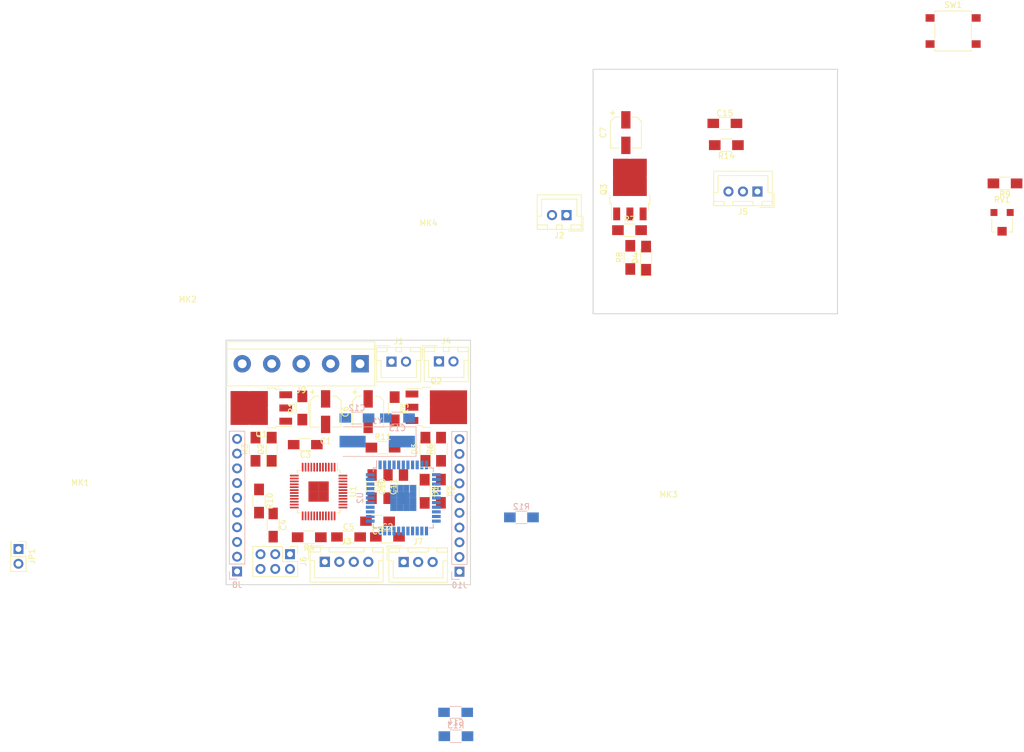
<source format=kicad_pcb>
(kicad_pcb (version 4) (host pcbnew 4.0.7)

  (general
    (links 170)
    (no_connects 158)
    (area 124.384999 32.436999 230.008501 121.487001)
    (thickness 1.6)
    (drawings 8)
    (tracks 0)
    (zones 0)
    (modules 56)
    (nets 59)
  )

  (page A4)
  (layers
    (0 F.Cu mixed)
    (31 B.Cu mixed)
    (32 B.Adhes user)
    (33 F.Adhes user)
    (34 B.Paste user)
    (35 F.Paste user)
    (36 B.SilkS user)
    (37 F.SilkS user)
    (38 B.Mask user)
    (39 F.Mask user)
    (40 Dwgs.User user)
    (41 Cmts.User user)
    (42 Eco1.User user)
    (43 Eco2.User user)
    (44 Edge.Cuts user)
    (45 Margin user)
    (46 B.CrtYd user)
    (47 F.CrtYd user)
    (48 B.Fab user)
    (49 F.Fab user)
  )

  (setup
    (last_trace_width 0.8)
    (trace_clearance 0.3)
    (zone_clearance 0.508)
    (zone_45_only no)
    (trace_min 0.2)
    (segment_width 0.2)
    (edge_width 0.15)
    (via_size 0.6)
    (via_drill 0.4)
    (via_min_size 0.4)
    (via_min_drill 0.3)
    (uvia_size 0.3)
    (uvia_drill 0.1)
    (uvias_allowed no)
    (uvia_min_size 0.2)
    (uvia_min_drill 0.1)
    (pcb_text_width 0.3)
    (pcb_text_size 1.5 1.5)
    (mod_edge_width 0.15)
    (mod_text_size 1 1)
    (mod_text_width 0.15)
    (pad_size 1.524 1.524)
    (pad_drill 0.762)
    (pad_to_mask_clearance 0.2)
    (aux_axis_origin 0 0)
    (visible_elements FFFFFF1F)
    (pcbplotparams
      (layerselection 0x00030_80000001)
      (usegerberextensions false)
      (excludeedgelayer true)
      (linewidth 0.100000)
      (plotframeref false)
      (viasonmask false)
      (mode 1)
      (useauxorigin false)
      (hpglpennumber 1)
      (hpglpenspeed 20)
      (hpglpendiameter 15)
      (hpglpenoverlay 2)
      (psnegative false)
      (psa4output false)
      (plotreference true)
      (plotvalue true)
      (plotinvisibletext false)
      (padsonsilk false)
      (subtractmaskfromsilk false)
      (outputformat 1)
      (mirror false)
      (drillshape 1)
      (scaleselection 1)
      (outputdirectory ""))
  )

  (net 0 "")
  (net 1 GND)
  (net 2 +5V)
  (net 3 /ENDTEMP)
  (net 4 /ENDSTOP)
  (net 5 "Net-(D1-Pad1)")
  (net 6 "Net-(D2-Pad1)")
  (net 7 "Net-(D3-Pad1)")
  (net 8 "Net-(J2-Pad1)")
  (net 9 /OB2)
  (net 10 /OB1)
  (net 11 /OA2)
  (net 12 /OA1)
  (net 13 "Net-(JP1-Pad2)")
  (net 14 /HOTEND)
  (net 15 /FAN1)
  (net 16 /FAN2)
  (net 17 "Net-(R10-Pad1)")
  (net 18 /RESET)
  (net 19 /MISO)
  (net 20 /SCK)
  (net 21 /MOSI)
  (net 22 /M-STEP)
  (net 23 /M-DIR)
  (net 24 /M-ENABLE)
  (net 25 "Net-(D4-Pad1)")
  (net 26 /STATUS-LED)
  (net 27 /TXD0)
  (net 28 /RXD0)
  (net 29 /PA4)
  (net 30 /PA3)
  (net 31 /PA2)
  (net 32 /PA1)
  (net 33 /PA0)
  (net 34 /SDA)
  (net 35 /SCL)
  (net 36 /PD7)
  (net 37 /PD6)
  (net 38 /PD4)
  (net 39 /TXD1)
  (net 40 /RXD1)
  (net 41 /M-SS)
  (net 42 /M-DCO)
  (net 43 /M-DCIN)
  (net 44 /M-DIAG0)
  (net 45 "Net-(C5-Pad1)")
  (net 46 "Net-(C8-Pad1)")
  (net 47 "Net-(C8-Pad2)")
  (net 48 "Net-(C12-Pad1)")
  (net 49 "Net-(C13-Pad1)")
  (net 50 "Net-(R9-Pad2)")
  (net 51 "Net-(R11-Pad1)")
  (net 52 "Net-(SW1-Pad2)")
  (net 53 /HOTEND-)
  (net 54 /M-DCEN)
  (net 55 /M-DIAG1)
  (net 56 "Net-(C10-Pad2)")
  (net 57 "Net-(J1-Pad1)")
  (net 58 VMot)

  (net_class Default "This is the default net class."
    (clearance 0.3)
    (trace_width 0.8)
    (via_dia 0.6)
    (via_drill 0.4)
    (uvia_dia 0.3)
    (uvia_drill 0.1)
    (add_net +5V)
  )

  (net_class Digital ""
    (clearance 0.2)
    (trace_width 0.2)
    (via_dia 0.6)
    (via_drill 0.4)
    (uvia_dia 0.3)
    (uvia_drill 0.1)
    (add_net /ENDSTOP)
    (add_net /ENDTEMP)
    (add_net /FAN1)
    (add_net /FAN2)
    (add_net /HOTEND)
    (add_net /HOTEND-)
    (add_net /M-DCEN)
    (add_net /M-DCIN)
    (add_net /M-DCO)
    (add_net /M-DIAG0)
    (add_net /M-DIAG1)
    (add_net /M-DIR)
    (add_net /M-ENABLE)
    (add_net /M-SS)
    (add_net /M-STEP)
    (add_net /MISO)
    (add_net /MOSI)
    (add_net /OA1)
    (add_net /OA2)
    (add_net /OB1)
    (add_net /OB2)
    (add_net /PA0)
    (add_net /PA1)
    (add_net /PA2)
    (add_net /PA3)
    (add_net /PA4)
    (add_net /PD4)
    (add_net /PD6)
    (add_net /PD7)
    (add_net /RESET)
    (add_net /RXD0)
    (add_net /RXD1)
    (add_net /SCK)
    (add_net /SCL)
    (add_net /SDA)
    (add_net /STATUS-LED)
    (add_net /TXD0)
    (add_net /TXD1)
    (add_net "Net-(C10-Pad2)")
    (add_net "Net-(C12-Pad1)")
    (add_net "Net-(C13-Pad1)")
    (add_net "Net-(C5-Pad1)")
    (add_net "Net-(C8-Pad1)")
    (add_net "Net-(C8-Pad2)")
    (add_net "Net-(D1-Pad1)")
    (add_net "Net-(D2-Pad1)")
    (add_net "Net-(D3-Pad1)")
    (add_net "Net-(D4-Pad1)")
    (add_net "Net-(J1-Pad1)")
    (add_net "Net-(J2-Pad1)")
    (add_net "Net-(JP1-Pad2)")
    (add_net "Net-(R10-Pad1)")
    (add_net "Net-(R11-Pad1)")
    (add_net "Net-(R9-Pad2)")
    (add_net "Net-(SW1-Pad2)")
  )

  (net_class Power ""
    (clearance 0.3)
    (trace_width 0.8)
    (via_dia 0.6)
    (via_drill 0.4)
    (uvia_dia 0.3)
    (uvia_drill 0.1)
    (add_net GND)
    (add_net VMot)
  )

  (module Capacitors_SMD:CP_Elec_5x5.8 placed (layer F.Cu) (tedit 5A81BAB4) (tstamp 5A803CEA)
    (at 141.6304 91.567 270)
    (descr "SMT capacitor, aluminium electrolytic, 5x5.8")
    (path /5A7F9C3C)
    (attr smd)
    (fp_text reference C1 (at 5.08 0 360) (layer F.SilkS)
      (effects (font (size 1 1) (thickness 0.15)))
    )
    (fp_text value 100µ/35V (at 0 -3.92 270) (layer F.Fab) hide
      (effects (font (size 1 1) (thickness 0.15)))
    )
    (fp_circle (center 0 0) (end 0.1 2.4) (layer F.Fab) (width 0.1))
    (fp_text user + (at -1.38 -0.06 270) (layer F.Fab)
      (effects (font (size 1 1) (thickness 0.15)))
    )
    (fp_text user + (at -3.38 2.35 270) (layer F.SilkS)
      (effects (font (size 1 1) (thickness 0.15)))
    )
    (fp_text user %R (at 4.572 0 360) (layer F.Fab) hide
      (effects (font (size 1 1) (thickness 0.15)))
    )
    (fp_line (start 2.51 2.51) (end 2.51 -2.51) (layer F.Fab) (width 0.1))
    (fp_line (start -1.84 2.51) (end 2.51 2.51) (layer F.Fab) (width 0.1))
    (fp_line (start -2.51 1.84) (end -1.84 2.51) (layer F.Fab) (width 0.1))
    (fp_line (start -2.51 -1.84) (end -2.51 1.84) (layer F.Fab) (width 0.1))
    (fp_line (start -1.84 -2.51) (end -2.51 -1.84) (layer F.Fab) (width 0.1))
    (fp_line (start 2.51 -2.51) (end -1.84 -2.51) (layer F.Fab) (width 0.1))
    (fp_line (start 2.67 2.67) (end 2.67 1.12) (layer F.SilkS) (width 0.12))
    (fp_line (start 2.67 -2.67) (end 2.67 -1.12) (layer F.SilkS) (width 0.12))
    (fp_line (start -2.67 1.91) (end -2.67 1.12) (layer F.SilkS) (width 0.12))
    (fp_line (start -2.67 -1.91) (end -2.67 -1.12) (layer F.SilkS) (width 0.12))
    (fp_line (start 2.67 -2.67) (end -1.91 -2.67) (layer F.SilkS) (width 0.12))
    (fp_line (start -1.91 -2.67) (end -2.67 -1.91) (layer F.SilkS) (width 0.12))
    (fp_line (start -2.67 1.91) (end -1.91 2.67) (layer F.SilkS) (width 0.12))
    (fp_line (start -1.91 2.67) (end 2.67 2.67) (layer F.SilkS) (width 0.12))
    (fp_line (start -3.95 -2.77) (end 3.95 -2.77) (layer F.CrtYd) (width 0.05))
    (fp_line (start -3.95 -2.77) (end -3.95 2.76) (layer F.CrtYd) (width 0.05))
    (fp_line (start 3.95 2.76) (end 3.95 -2.77) (layer F.CrtYd) (width 0.05))
    (fp_line (start 3.95 2.76) (end -3.95 2.76) (layer F.CrtYd) (width 0.05))
    (pad 1 smd rect (at -2.2 0 90) (size 3 1.6) (layers F.Cu F.Paste F.Mask)
      (net 58 VMot))
    (pad 2 smd rect (at 2.2 0 90) (size 3 1.6) (layers F.Cu F.Paste F.Mask)
      (net 1 GND))
    (model Capacitors_SMD.3dshapes/CP_Elec_5x5.8.wrl
      (at (xyz 0 0 0))
      (scale (xyz 1 1 1))
      (rotate (xyz 0 0 180))
    )
  )

  (module Capacitors_SMD:C_1206_HandSoldering placed (layer F.Cu) (tedit 5A820452) (tstamp 5A803CF0)
    (at 152.2984 113.1824)
    (descr "Capacitor SMD 1206, hand soldering")
    (tags "capacitor 1206")
    (path /5A805706)
    (attr smd)
    (fp_text reference C2 (at 0 -1.75) (layer F.SilkS)
      (effects (font (size 1 1) (thickness 0.15)))
    )
    (fp_text value 100n/50V (at 0 2) (layer F.Fab) hide
      (effects (font (size 1 1) (thickness 0.15)))
    )
    (fp_text user %R (at 0 -1.75) (layer F.Fab)
      (effects (font (size 1 1) (thickness 0.15)))
    )
    (fp_line (start -1.6 0.8) (end -1.6 -0.8) (layer F.Fab) (width 0.1))
    (fp_line (start 1.6 0.8) (end -1.6 0.8) (layer F.Fab) (width 0.1))
    (fp_line (start 1.6 -0.8) (end 1.6 0.8) (layer F.Fab) (width 0.1))
    (fp_line (start -1.6 -0.8) (end 1.6 -0.8) (layer F.Fab) (width 0.1))
    (fp_line (start 1 -1.02) (end -1 -1.02) (layer F.SilkS) (width 0.12))
    (fp_line (start -1 1.02) (end 1 1.02) (layer F.SilkS) (width 0.12))
    (fp_line (start -3.25 -1.05) (end 3.25 -1.05) (layer F.CrtYd) (width 0.05))
    (fp_line (start -3.25 -1.05) (end -3.25 1.05) (layer F.CrtYd) (width 0.05))
    (fp_line (start 3.25 1.05) (end 3.25 -1.05) (layer F.CrtYd) (width 0.05))
    (fp_line (start 3.25 1.05) (end -3.25 1.05) (layer F.CrtYd) (width 0.05))
    (pad 1 smd rect (at -2 0) (size 2 1.6) (layers F.Cu F.Paste F.Mask)
      (net 1 GND))
    (pad 2 smd rect (at 2 0) (size 2 1.6) (layers F.Cu F.Paste F.Mask)
      (net 58 VMot))
    (model Capacitors_SMD.3dshapes/C_1206.wrl
      (at (xyz 0 0 0))
      (scale (xyz 1 1 1))
      (rotate (xyz 0 0 0))
    )
  )

  (module Capacitors_SMD:C_1206_HandSoldering placed (layer F.Cu) (tedit 5A81E335) (tstamp 5A803CF6)
    (at 138.1252 97.2566 180)
    (descr "Capacitor SMD 1206, hand soldering")
    (tags "capacitor 1206")
    (path /5A80630C)
    (attr smd)
    (fp_text reference C3 (at 0 -1.75 180) (layer F.SilkS)
      (effects (font (size 1 1) (thickness 0.15)))
    )
    (fp_text value 100n/50V (at 0 2 180) (layer F.Fab) hide
      (effects (font (size 1 1) (thickness 0.15)))
    )
    (fp_text user %R (at 0 -1.75 180) (layer F.Fab)
      (effects (font (size 1 1) (thickness 0.15)))
    )
    (fp_line (start -1.6 0.8) (end -1.6 -0.8) (layer F.Fab) (width 0.1))
    (fp_line (start 1.6 0.8) (end -1.6 0.8) (layer F.Fab) (width 0.1))
    (fp_line (start 1.6 -0.8) (end 1.6 0.8) (layer F.Fab) (width 0.1))
    (fp_line (start -1.6 -0.8) (end 1.6 -0.8) (layer F.Fab) (width 0.1))
    (fp_line (start 1 -1.02) (end -1 -1.02) (layer F.SilkS) (width 0.12))
    (fp_line (start -1 1.02) (end 1 1.02) (layer F.SilkS) (width 0.12))
    (fp_line (start -3.25 -1.05) (end 3.25 -1.05) (layer F.CrtYd) (width 0.05))
    (fp_line (start -3.25 -1.05) (end -3.25 1.05) (layer F.CrtYd) (width 0.05))
    (fp_line (start 3.25 1.05) (end 3.25 -1.05) (layer F.CrtYd) (width 0.05))
    (fp_line (start 3.25 1.05) (end -3.25 1.05) (layer F.CrtYd) (width 0.05))
    (pad 1 smd rect (at -2 0 180) (size 2 1.6) (layers F.Cu F.Paste F.Mask)
      (net 2 +5V))
    (pad 2 smd rect (at 2 0 180) (size 2 1.6) (layers F.Cu F.Paste F.Mask)
      (net 1 GND))
    (model Capacitors_SMD.3dshapes/C_1206.wrl
      (at (xyz 0 0 0))
      (scale (xyz 1 1 1))
      (rotate (xyz 0 0 0))
    )
  )

  (module Capacitors_SMD:C_1206_HandSoldering placed (layer F.Cu) (tedit 5A81E575) (tstamp 5A803CFC)
    (at 132.588 111.125 270)
    (descr "Capacitor SMD 1206, hand soldering")
    (tags "capacitor 1206")
    (path /5A80780F)
    (attr smd)
    (fp_text reference C4 (at 0 -1.75 270) (layer F.SilkS)
      (effects (font (size 1 1) (thickness 0.15)))
    )
    (fp_text value 4µ7 (at 0 2 270) (layer F.Fab) hide
      (effects (font (size 1 1) (thickness 0.15)))
    )
    (fp_text user %R (at 0 -1.75 270) (layer F.Fab)
      (effects (font (size 1 1) (thickness 0.15)))
    )
    (fp_line (start -1.6 0.8) (end -1.6 -0.8) (layer F.Fab) (width 0.1))
    (fp_line (start 1.6 0.8) (end -1.6 0.8) (layer F.Fab) (width 0.1))
    (fp_line (start 1.6 -0.8) (end 1.6 0.8) (layer F.Fab) (width 0.1))
    (fp_line (start -1.6 -0.8) (end 1.6 -0.8) (layer F.Fab) (width 0.1))
    (fp_line (start 1 -1.02) (end -1 -1.02) (layer F.SilkS) (width 0.12))
    (fp_line (start -1 1.02) (end 1 1.02) (layer F.SilkS) (width 0.12))
    (fp_line (start -3.25 -1.05) (end 3.25 -1.05) (layer F.CrtYd) (width 0.05))
    (fp_line (start -3.25 -1.05) (end -3.25 1.05) (layer F.CrtYd) (width 0.05))
    (fp_line (start 3.25 1.05) (end 3.25 -1.05) (layer F.CrtYd) (width 0.05))
    (fp_line (start 3.25 1.05) (end -3.25 1.05) (layer F.CrtYd) (width 0.05))
    (pad 1 smd rect (at -2 0 270) (size 2 1.6) (layers F.Cu F.Paste F.Mask)
      (net 1 GND))
    (pad 2 smd rect (at 2 0 270) (size 2 1.6) (layers F.Cu F.Paste F.Mask)
      (net 2 +5V))
    (model Capacitors_SMD.3dshapes/C_1206.wrl
      (at (xyz 0 0 0))
      (scale (xyz 1 1 1))
      (rotate (xyz 0 0 0))
    )
  )

  (module Capacitors_SMD:C_1206_HandSoldering placed (layer F.Cu) (tedit 5A81E560) (tstamp 5A803D02)
    (at 145.5928 113.1824)
    (descr "Capacitor SMD 1206, hand soldering")
    (tags "capacitor 1206")
    (path /5A80697E)
    (attr smd)
    (fp_text reference C5 (at 0 -1.75) (layer F.SilkS)
      (effects (font (size 1 1) (thickness 0.15)))
    )
    (fp_text value 470n/10V (at 0 2) (layer F.Fab) hide
      (effects (font (size 1 1) (thickness 0.15)))
    )
    (fp_text user %R (at 0 -1.75) (layer F.Fab)
      (effects (font (size 1 1) (thickness 0.15)))
    )
    (fp_line (start -1.6 0.8) (end -1.6 -0.8) (layer F.Fab) (width 0.1))
    (fp_line (start 1.6 0.8) (end -1.6 0.8) (layer F.Fab) (width 0.1))
    (fp_line (start 1.6 -0.8) (end 1.6 0.8) (layer F.Fab) (width 0.1))
    (fp_line (start -1.6 -0.8) (end 1.6 -0.8) (layer F.Fab) (width 0.1))
    (fp_line (start 1 -1.02) (end -1 -1.02) (layer F.SilkS) (width 0.12))
    (fp_line (start -1 1.02) (end 1 1.02) (layer F.SilkS) (width 0.12))
    (fp_line (start -3.25 -1.05) (end 3.25 -1.05) (layer F.CrtYd) (width 0.05))
    (fp_line (start -3.25 -1.05) (end -3.25 1.05) (layer F.CrtYd) (width 0.05))
    (fp_line (start 3.25 1.05) (end 3.25 -1.05) (layer F.CrtYd) (width 0.05))
    (fp_line (start 3.25 1.05) (end -3.25 1.05) (layer F.CrtYd) (width 0.05))
    (pad 1 smd rect (at -2 0) (size 2 1.6) (layers F.Cu F.Paste F.Mask)
      (net 45 "Net-(C5-Pad1)"))
    (pad 2 smd rect (at 2 0) (size 2 1.6) (layers F.Cu F.Paste F.Mask)
      (net 1 GND))
    (model Capacitors_SMD.3dshapes/C_1206.wrl
      (at (xyz 0 0 0))
      (scale (xyz 1 1 1))
      (rotate (xyz 0 0 0))
    )
  )

  (module Capacitors_SMD:CP_Elec_5x5.8 placed (layer F.Cu) (tedit 5A804BE8) (tstamp 5A803D08)
    (at 148.971 91.567 270)
    (descr "SMT capacitor, aluminium electrolytic, 5x5.8")
    (path /5A8087C1)
    (attr smd)
    (fp_text reference C6 (at 0 3.92 270) (layer F.SilkS)
      (effects (font (size 1 1) (thickness 0.15)))
    )
    (fp_text value 100µ/35V (at 0 -3.92 270) (layer F.Fab) hide
      (effects (font (size 1 1) (thickness 0.15)))
    )
    (fp_circle (center 0 0) (end 0.1 2.4) (layer F.Fab) (width 0.1))
    (fp_text user + (at -1.38 -0.06 270) (layer F.Fab)
      (effects (font (size 1 1) (thickness 0.15)))
    )
    (fp_text user + (at -3.38 2.35 270) (layer F.SilkS)
      (effects (font (size 1 1) (thickness 0.15)))
    )
    (fp_text user %R (at 0 3.92 270) (layer F.Fab)
      (effects (font (size 1 1) (thickness 0.15)))
    )
    (fp_line (start 2.51 2.51) (end 2.51 -2.51) (layer F.Fab) (width 0.1))
    (fp_line (start -1.84 2.51) (end 2.51 2.51) (layer F.Fab) (width 0.1))
    (fp_line (start -2.51 1.84) (end -1.84 2.51) (layer F.Fab) (width 0.1))
    (fp_line (start -2.51 -1.84) (end -2.51 1.84) (layer F.Fab) (width 0.1))
    (fp_line (start -1.84 -2.51) (end -2.51 -1.84) (layer F.Fab) (width 0.1))
    (fp_line (start 2.51 -2.51) (end -1.84 -2.51) (layer F.Fab) (width 0.1))
    (fp_line (start 2.67 2.67) (end 2.67 1.12) (layer F.SilkS) (width 0.12))
    (fp_line (start 2.67 -2.67) (end 2.67 -1.12) (layer F.SilkS) (width 0.12))
    (fp_line (start -2.67 1.91) (end -2.67 1.12) (layer F.SilkS) (width 0.12))
    (fp_line (start -2.67 -1.91) (end -2.67 -1.12) (layer F.SilkS) (width 0.12))
    (fp_line (start 2.67 -2.67) (end -1.91 -2.67) (layer F.SilkS) (width 0.12))
    (fp_line (start -1.91 -2.67) (end -2.67 -1.91) (layer F.SilkS) (width 0.12))
    (fp_line (start -2.67 1.91) (end -1.91 2.67) (layer F.SilkS) (width 0.12))
    (fp_line (start -1.91 2.67) (end 2.67 2.67) (layer F.SilkS) (width 0.12))
    (fp_line (start -3.95 -2.77) (end 3.95 -2.77) (layer F.CrtYd) (width 0.05))
    (fp_line (start -3.95 -2.77) (end -3.95 2.76) (layer F.CrtYd) (width 0.05))
    (fp_line (start 3.95 2.76) (end 3.95 -2.77) (layer F.CrtYd) (width 0.05))
    (fp_line (start 3.95 2.76) (end -3.95 2.76) (layer F.CrtYd) (width 0.05))
    (pad 1 smd rect (at -2.2 0 90) (size 3 1.6) (layers F.Cu F.Paste F.Mask)
      (net 58 VMot))
    (pad 2 smd rect (at 2.2 0 90) (size 3 1.6) (layers F.Cu F.Paste F.Mask)
      (net 1 GND))
    (model Capacitors_SMD.3dshapes/CP_Elec_5x5.8.wrl
      (at (xyz 0 0 0))
      (scale (xyz 1 1 1))
      (rotate (xyz 0 0 180))
    )
  )

  (module Capacitors_SMD:CP_Elec_5x5.8 placed (layer F.Cu) (tedit 5A804BE4) (tstamp 5A803D0E)
    (at 193.421 43.434 270)
    (descr "SMT capacitor, aluminium electrolytic, 5x5.8")
    (path /5A8096E3)
    (attr smd)
    (fp_text reference C7 (at 0 3.92 270) (layer F.SilkS)
      (effects (font (size 1 1) (thickness 0.15)))
    )
    (fp_text value 100µ/35V (at 0 -3.92 270) (layer F.Fab) hide
      (effects (font (size 1 1) (thickness 0.15)))
    )
    (fp_circle (center 0 0) (end 0.1 2.4) (layer F.Fab) (width 0.1))
    (fp_text user + (at -1.38 -0.06 270) (layer F.Fab)
      (effects (font (size 1 1) (thickness 0.15)))
    )
    (fp_text user + (at -3.38 2.35 270) (layer F.SilkS)
      (effects (font (size 1 1) (thickness 0.15)))
    )
    (fp_text user %R (at 0 3.92 270) (layer F.Fab)
      (effects (font (size 1 1) (thickness 0.15)))
    )
    (fp_line (start 2.51 2.51) (end 2.51 -2.51) (layer F.Fab) (width 0.1))
    (fp_line (start -1.84 2.51) (end 2.51 2.51) (layer F.Fab) (width 0.1))
    (fp_line (start -2.51 1.84) (end -1.84 2.51) (layer F.Fab) (width 0.1))
    (fp_line (start -2.51 -1.84) (end -2.51 1.84) (layer F.Fab) (width 0.1))
    (fp_line (start -1.84 -2.51) (end -2.51 -1.84) (layer F.Fab) (width 0.1))
    (fp_line (start 2.51 -2.51) (end -1.84 -2.51) (layer F.Fab) (width 0.1))
    (fp_line (start 2.67 2.67) (end 2.67 1.12) (layer F.SilkS) (width 0.12))
    (fp_line (start 2.67 -2.67) (end 2.67 -1.12) (layer F.SilkS) (width 0.12))
    (fp_line (start -2.67 1.91) (end -2.67 1.12) (layer F.SilkS) (width 0.12))
    (fp_line (start -2.67 -1.91) (end -2.67 -1.12) (layer F.SilkS) (width 0.12))
    (fp_line (start 2.67 -2.67) (end -1.91 -2.67) (layer F.SilkS) (width 0.12))
    (fp_line (start -1.91 -2.67) (end -2.67 -1.91) (layer F.SilkS) (width 0.12))
    (fp_line (start -2.67 1.91) (end -1.91 2.67) (layer F.SilkS) (width 0.12))
    (fp_line (start -1.91 2.67) (end 2.67 2.67) (layer F.SilkS) (width 0.12))
    (fp_line (start -3.95 -2.77) (end 3.95 -2.77) (layer F.CrtYd) (width 0.05))
    (fp_line (start -3.95 -2.77) (end -3.95 2.76) (layer F.CrtYd) (width 0.05))
    (fp_line (start 3.95 2.76) (end 3.95 -2.77) (layer F.CrtYd) (width 0.05))
    (fp_line (start 3.95 2.76) (end -3.95 2.76) (layer F.CrtYd) (width 0.05))
    (pad 1 smd rect (at -2.2 0 90) (size 3 1.6) (layers F.Cu F.Paste F.Mask)
      (net 58 VMot))
    (pad 2 smd rect (at 2.2 0 90) (size 3 1.6) (layers F.Cu F.Paste F.Mask)
      (net 1 GND))
    (model Capacitors_SMD.3dshapes/CP_Elec_5x5.8.wrl
      (at (xyz 0 0 0))
      (scale (xyz 1 1 1))
      (rotate (xyz 0 0 180))
    )
  )

  (module Capacitors_SMD:C_1206_HandSoldering placed (layer F.Cu) (tedit 5A820449) (tstamp 5A803D14)
    (at 150.5966 110.4646 180)
    (descr "Capacitor SMD 1206, hand soldering")
    (tags "capacitor 1206")
    (path /5A803987)
    (attr smd)
    (fp_text reference C8 (at 0 -1.75 180) (layer F.SilkS)
      (effects (font (size 1 1) (thickness 0.15)))
    )
    (fp_text value 22n/50V (at 0 2 180) (layer F.Fab) hide
      (effects (font (size 1 1) (thickness 0.15)))
    )
    (fp_text user %R (at 0 -1.75 180) (layer F.Fab)
      (effects (font (size 1 1) (thickness 0.15)))
    )
    (fp_line (start -1.6 0.8) (end -1.6 -0.8) (layer F.Fab) (width 0.1))
    (fp_line (start 1.6 0.8) (end -1.6 0.8) (layer F.Fab) (width 0.1))
    (fp_line (start 1.6 -0.8) (end 1.6 0.8) (layer F.Fab) (width 0.1))
    (fp_line (start -1.6 -0.8) (end 1.6 -0.8) (layer F.Fab) (width 0.1))
    (fp_line (start 1 -1.02) (end -1 -1.02) (layer F.SilkS) (width 0.12))
    (fp_line (start -1 1.02) (end 1 1.02) (layer F.SilkS) (width 0.12))
    (fp_line (start -3.25 -1.05) (end 3.25 -1.05) (layer F.CrtYd) (width 0.05))
    (fp_line (start -3.25 -1.05) (end -3.25 1.05) (layer F.CrtYd) (width 0.05))
    (fp_line (start 3.25 1.05) (end 3.25 -1.05) (layer F.CrtYd) (width 0.05))
    (fp_line (start 3.25 1.05) (end -3.25 1.05) (layer F.CrtYd) (width 0.05))
    (pad 1 smd rect (at -2 0 180) (size 2 1.6) (layers F.Cu F.Paste F.Mask)
      (net 46 "Net-(C8-Pad1)"))
    (pad 2 smd rect (at 2 0 180) (size 2 1.6) (layers F.Cu F.Paste F.Mask)
      (net 47 "Net-(C8-Pad2)"))
    (model Capacitors_SMD.3dshapes/C_1206.wrl
      (at (xyz 0 0 0))
      (scale (xyz 1 1 1))
      (rotate (xyz 0 0 0))
    )
  )

  (module Capacitors_SMD:C_1206_HandSoldering placed (layer F.Cu) (tedit 5A81E22C) (tstamp 5A803D1A)
    (at 152.4 104.4956 90)
    (descr "Capacitor SMD 1206, hand soldering")
    (tags "capacitor 1206")
    (path /5A803FB0)
    (attr smd)
    (fp_text reference C9 (at 0 -1.75 90) (layer F.SilkS)
      (effects (font (size 1 1) (thickness 0.15)))
    )
    (fp_text value 100n/50V (at 0 2 90) (layer F.Fab) hide
      (effects (font (size 1 1) (thickness 0.15)))
    )
    (fp_text user %R (at 0 -1.75 90) (layer F.Fab)
      (effects (font (size 1 1) (thickness 0.15)))
    )
    (fp_line (start -1.6 0.8) (end -1.6 -0.8) (layer F.Fab) (width 0.1))
    (fp_line (start 1.6 0.8) (end -1.6 0.8) (layer F.Fab) (width 0.1))
    (fp_line (start 1.6 -0.8) (end 1.6 0.8) (layer F.Fab) (width 0.1))
    (fp_line (start -1.6 -0.8) (end 1.6 -0.8) (layer F.Fab) (width 0.1))
    (fp_line (start 1 -1.02) (end -1 -1.02) (layer F.SilkS) (width 0.12))
    (fp_line (start -1 1.02) (end 1 1.02) (layer F.SilkS) (width 0.12))
    (fp_line (start -3.25 -1.05) (end 3.25 -1.05) (layer F.CrtYd) (width 0.05))
    (fp_line (start -3.25 -1.05) (end -3.25 1.05) (layer F.CrtYd) (width 0.05))
    (fp_line (start 3.25 1.05) (end 3.25 -1.05) (layer F.CrtYd) (width 0.05))
    (fp_line (start 3.25 1.05) (end -3.25 1.05) (layer F.CrtYd) (width 0.05))
    (pad 1 smd rect (at -2 0 90) (size 2 1.6) (layers F.Cu F.Paste F.Mask)
      (net 1 GND))
    (pad 2 smd rect (at 2 0 90) (size 2 1.6) (layers F.Cu F.Paste F.Mask)
      (net 58 VMot))
    (model Capacitors_SMD.3dshapes/C_1206.wrl
      (at (xyz 0 0 0))
      (scale (xyz 1 1 1))
      (rotate (xyz 0 0 0))
    )
  )

  (module Capacitors_SMD:C_1206_HandSoldering placed (layer F.Cu) (tedit 5A81E230) (tstamp 5A803D20)
    (at 149.6568 104.4956 270)
    (descr "Capacitor SMD 1206, hand soldering")
    (tags "capacitor 1206")
    (path /5A803BF2)
    (attr smd)
    (fp_text reference C10 (at 0 -1.75 270) (layer F.SilkS)
      (effects (font (size 1 1) (thickness 0.15)))
    )
    (fp_text value 100n/50V (at 0 2 270) (layer F.Fab) hide
      (effects (font (size 1 1) (thickness 0.15)))
    )
    (fp_text user %R (at 0 -1.75 270) (layer F.Fab)
      (effects (font (size 1 1) (thickness 0.15)))
    )
    (fp_line (start -1.6 0.8) (end -1.6 -0.8) (layer F.Fab) (width 0.1))
    (fp_line (start 1.6 0.8) (end -1.6 0.8) (layer F.Fab) (width 0.1))
    (fp_line (start 1.6 -0.8) (end 1.6 0.8) (layer F.Fab) (width 0.1))
    (fp_line (start -1.6 -0.8) (end 1.6 -0.8) (layer F.Fab) (width 0.1))
    (fp_line (start 1 -1.02) (end -1 -1.02) (layer F.SilkS) (width 0.12))
    (fp_line (start -1 1.02) (end 1 1.02) (layer F.SilkS) (width 0.12))
    (fp_line (start -3.25 -1.05) (end 3.25 -1.05) (layer F.CrtYd) (width 0.05))
    (fp_line (start -3.25 -1.05) (end -3.25 1.05) (layer F.CrtYd) (width 0.05))
    (fp_line (start 3.25 1.05) (end 3.25 -1.05) (layer F.CrtYd) (width 0.05))
    (fp_line (start 3.25 1.05) (end -3.25 1.05) (layer F.CrtYd) (width 0.05))
    (pad 1 smd rect (at -2 0 270) (size 2 1.6) (layers F.Cu F.Paste F.Mask)
      (net 58 VMot))
    (pad 2 smd rect (at 2 0 270) (size 2 1.6) (layers F.Cu F.Paste F.Mask)
      (net 56 "Net-(C10-Pad2)"))
    (model Capacitors_SMD.3dshapes/C_1206.wrl
      (at (xyz 0 0 0))
      (scale (xyz 1 1 1))
      (rotate (xyz 0 0 0))
    )
  )

  (module Capacitors_SMD:C_1206_HandSoldering placed (layer F.Cu) (tedit 5A81E2A0) (tstamp 5A803D26)
    (at 155.067 104.4956 90)
    (descr "Capacitor SMD 1206, hand soldering")
    (tags "capacitor 1206")
    (path /5A804034)
    (attr smd)
    (fp_text reference C11 (at 0 -1.75 90) (layer F.SilkS)
      (effects (font (size 1 1) (thickness 0.15)))
    )
    (fp_text value 1µ/50V (at 0 2 90) (layer F.Fab) hide
      (effects (font (size 1 1) (thickness 0.15)))
    )
    (fp_text user %R (at 0 -1.75 90) (layer F.Fab)
      (effects (font (size 1 1) (thickness 0.15)))
    )
    (fp_line (start -1.6 0.8) (end -1.6 -0.8) (layer F.Fab) (width 0.1))
    (fp_line (start 1.6 0.8) (end -1.6 0.8) (layer F.Fab) (width 0.1))
    (fp_line (start 1.6 -0.8) (end 1.6 0.8) (layer F.Fab) (width 0.1))
    (fp_line (start -1.6 -0.8) (end 1.6 -0.8) (layer F.Fab) (width 0.1))
    (fp_line (start 1 -1.02) (end -1 -1.02) (layer F.SilkS) (width 0.12))
    (fp_line (start -1 1.02) (end 1 1.02) (layer F.SilkS) (width 0.12))
    (fp_line (start -3.25 -1.05) (end 3.25 -1.05) (layer F.CrtYd) (width 0.05))
    (fp_line (start -3.25 -1.05) (end -3.25 1.05) (layer F.CrtYd) (width 0.05))
    (fp_line (start 3.25 1.05) (end 3.25 -1.05) (layer F.CrtYd) (width 0.05))
    (fp_line (start 3.25 1.05) (end -3.25 1.05) (layer F.CrtYd) (width 0.05))
    (pad 1 smd rect (at -2 0 90) (size 2 1.6) (layers F.Cu F.Paste F.Mask)
      (net 1 GND))
    (pad 2 smd rect (at 2 0 90) (size 2 1.6) (layers F.Cu F.Paste F.Mask)
      (net 58 VMot))
    (model Capacitors_SMD.3dshapes/C_1206.wrl
      (at (xyz 0 0 0))
      (scale (xyz 1 1 1))
      (rotate (xyz 0 0 0))
    )
  )

  (module Capacitors_SMD:C_1206_HandSoldering placed (layer B.Cu) (tedit 58AA84D1) (tstamp 5A803D2C)
    (at 147.037826 92.664984 180)
    (descr "Capacitor SMD 1206, hand soldering")
    (tags "capacitor 1206")
    (path /5A7F5B16)
    (attr smd)
    (fp_text reference C12 (at 0 1.75 180) (layer B.SilkS)
      (effects (font (size 1 1) (thickness 0.15)) (justify mirror))
    )
    (fp_text value 22p (at 0 -2 180) (layer B.Fab)
      (effects (font (size 1 1) (thickness 0.15)) (justify mirror))
    )
    (fp_text user %R (at 0 1.75 180) (layer B.Fab)
      (effects (font (size 1 1) (thickness 0.15)) (justify mirror))
    )
    (fp_line (start -1.6 -0.8) (end -1.6 0.8) (layer B.Fab) (width 0.1))
    (fp_line (start 1.6 -0.8) (end -1.6 -0.8) (layer B.Fab) (width 0.1))
    (fp_line (start 1.6 0.8) (end 1.6 -0.8) (layer B.Fab) (width 0.1))
    (fp_line (start -1.6 0.8) (end 1.6 0.8) (layer B.Fab) (width 0.1))
    (fp_line (start 1 1.02) (end -1 1.02) (layer B.SilkS) (width 0.12))
    (fp_line (start -1 -1.02) (end 1 -1.02) (layer B.SilkS) (width 0.12))
    (fp_line (start -3.25 1.05) (end 3.25 1.05) (layer B.CrtYd) (width 0.05))
    (fp_line (start -3.25 1.05) (end -3.25 -1.05) (layer B.CrtYd) (width 0.05))
    (fp_line (start 3.25 -1.05) (end 3.25 1.05) (layer B.CrtYd) (width 0.05))
    (fp_line (start 3.25 -1.05) (end -3.25 -1.05) (layer B.CrtYd) (width 0.05))
    (pad 1 smd rect (at -2 0 180) (size 2 1.6) (layers B.Cu B.Paste B.Mask)
      (net 48 "Net-(C12-Pad1)"))
    (pad 2 smd rect (at 2 0 180) (size 2 1.6) (layers B.Cu B.Paste B.Mask)
      (net 1 GND))
    (model Capacitors_SMD.3dshapes/C_1206.wrl
      (at (xyz 0 0 0))
      (scale (xyz 1 1 1))
      (rotate (xyz 0 0 0))
    )
  )

  (module Capacitors_SMD:C_1206_HandSoldering placed (layer B.Cu) (tedit 58AA84D1) (tstamp 5A803D32)
    (at 154.022826 92.664984)
    (descr "Capacitor SMD 1206, hand soldering")
    (tags "capacitor 1206")
    (path /5A7F5B4A)
    (attr smd)
    (fp_text reference C13 (at 0 1.75) (layer B.SilkS)
      (effects (font (size 1 1) (thickness 0.15)) (justify mirror))
    )
    (fp_text value 22p (at 0 -2) (layer B.Fab)
      (effects (font (size 1 1) (thickness 0.15)) (justify mirror))
    )
    (fp_text user %R (at 0 1.75) (layer B.Fab)
      (effects (font (size 1 1) (thickness 0.15)) (justify mirror))
    )
    (fp_line (start -1.6 -0.8) (end -1.6 0.8) (layer B.Fab) (width 0.1))
    (fp_line (start 1.6 -0.8) (end -1.6 -0.8) (layer B.Fab) (width 0.1))
    (fp_line (start 1.6 0.8) (end 1.6 -0.8) (layer B.Fab) (width 0.1))
    (fp_line (start -1.6 0.8) (end 1.6 0.8) (layer B.Fab) (width 0.1))
    (fp_line (start 1 1.02) (end -1 1.02) (layer B.SilkS) (width 0.12))
    (fp_line (start -1 -1.02) (end 1 -1.02) (layer B.SilkS) (width 0.12))
    (fp_line (start -3.25 1.05) (end 3.25 1.05) (layer B.CrtYd) (width 0.05))
    (fp_line (start -3.25 1.05) (end -3.25 -1.05) (layer B.CrtYd) (width 0.05))
    (fp_line (start 3.25 -1.05) (end 3.25 1.05) (layer B.CrtYd) (width 0.05))
    (fp_line (start 3.25 -1.05) (end -3.25 -1.05) (layer B.CrtYd) (width 0.05))
    (pad 1 smd rect (at -2 0) (size 2 1.6) (layers B.Cu B.Paste B.Mask)
      (net 49 "Net-(C13-Pad1)"))
    (pad 2 smd rect (at 2 0) (size 2 1.6) (layers B.Cu B.Paste B.Mask)
      (net 1 GND))
    (model Capacitors_SMD.3dshapes/C_1206.wrl
      (at (xyz 0 0 0))
      (scale (xyz 1 1 1))
      (rotate (xyz 0 0 0))
    )
  )

  (module Capacitors_SMD:C_1206_HandSoldering placed (layer B.Cu) (tedit 58AA84D1) (tstamp 5A803D38)
    (at 164.0586 143.4338)
    (descr "Capacitor SMD 1206, hand soldering")
    (tags "capacitor 1206")
    (path /5A7F702A)
    (attr smd)
    (fp_text reference C14 (at 0 1.75) (layer B.SilkS)
      (effects (font (size 1 1) (thickness 0.15)) (justify mirror))
    )
    (fp_text value 15µ (at 0 -2) (layer B.Fab)
      (effects (font (size 1 1) (thickness 0.15)) (justify mirror))
    )
    (fp_text user %R (at 0 1.75) (layer B.Fab)
      (effects (font (size 1 1) (thickness 0.15)) (justify mirror))
    )
    (fp_line (start -1.6 -0.8) (end -1.6 0.8) (layer B.Fab) (width 0.1))
    (fp_line (start 1.6 -0.8) (end -1.6 -0.8) (layer B.Fab) (width 0.1))
    (fp_line (start 1.6 0.8) (end 1.6 -0.8) (layer B.Fab) (width 0.1))
    (fp_line (start -1.6 0.8) (end 1.6 0.8) (layer B.Fab) (width 0.1))
    (fp_line (start 1 1.02) (end -1 1.02) (layer B.SilkS) (width 0.12))
    (fp_line (start -1 -1.02) (end 1 -1.02) (layer B.SilkS) (width 0.12))
    (fp_line (start -3.25 1.05) (end 3.25 1.05) (layer B.CrtYd) (width 0.05))
    (fp_line (start -3.25 1.05) (end -3.25 -1.05) (layer B.CrtYd) (width 0.05))
    (fp_line (start 3.25 -1.05) (end 3.25 1.05) (layer B.CrtYd) (width 0.05))
    (fp_line (start 3.25 -1.05) (end -3.25 -1.05) (layer B.CrtYd) (width 0.05))
    (pad 1 smd rect (at -2 0) (size 2 1.6) (layers B.Cu B.Paste B.Mask)
      (net 3 /ENDTEMP))
    (pad 2 smd rect (at 2 0) (size 2 1.6) (layers B.Cu B.Paste B.Mask)
      (net 1 GND))
    (model Capacitors_SMD.3dshapes/C_1206.wrl
      (at (xyz 0 0 0))
      (scale (xyz 1 1 1))
      (rotate (xyz 0 0 0))
    )
  )

  (module Capacitors_SMD:C_1206_HandSoldering placed (layer F.Cu) (tedit 58AA84D1) (tstamp 5A803D3E)
    (at 210.5025 41.8465)
    (descr "Capacitor SMD 1206, hand soldering")
    (tags "capacitor 1206")
    (path /5A7F7700)
    (attr smd)
    (fp_text reference C15 (at 0 -1.75) (layer F.SilkS)
      (effects (font (size 1 1) (thickness 0.15)))
    )
    (fp_text value 10µ (at 0 2) (layer F.Fab)
      (effects (font (size 1 1) (thickness 0.15)))
    )
    (fp_text user %R (at 0 -1.75) (layer F.Fab)
      (effects (font (size 1 1) (thickness 0.15)))
    )
    (fp_line (start -1.6 0.8) (end -1.6 -0.8) (layer F.Fab) (width 0.1))
    (fp_line (start 1.6 0.8) (end -1.6 0.8) (layer F.Fab) (width 0.1))
    (fp_line (start 1.6 -0.8) (end 1.6 0.8) (layer F.Fab) (width 0.1))
    (fp_line (start -1.6 -0.8) (end 1.6 -0.8) (layer F.Fab) (width 0.1))
    (fp_line (start 1 -1.02) (end -1 -1.02) (layer F.SilkS) (width 0.12))
    (fp_line (start -1 1.02) (end 1 1.02) (layer F.SilkS) (width 0.12))
    (fp_line (start -3.25 -1.05) (end 3.25 -1.05) (layer F.CrtYd) (width 0.05))
    (fp_line (start -3.25 -1.05) (end -3.25 1.05) (layer F.CrtYd) (width 0.05))
    (fp_line (start 3.25 1.05) (end 3.25 -1.05) (layer F.CrtYd) (width 0.05))
    (fp_line (start 3.25 1.05) (end -3.25 1.05) (layer F.CrtYd) (width 0.05))
    (pad 1 smd rect (at -2 0) (size 2 1.6) (layers F.Cu F.Paste F.Mask)
      (net 4 /ENDSTOP))
    (pad 2 smd rect (at 2 0) (size 2 1.6) (layers F.Cu F.Paste F.Mask)
      (net 1 GND))
    (model Capacitors_SMD.3dshapes/C_1206.wrl
      (at (xyz 0 0 0))
      (scale (xyz 1 1 1))
      (rotate (xyz 0 0 0))
    )
  )

  (module LEDs:LED_1206_HandSoldering placed (layer F.Cu) (tedit 595FC724) (tstamp 5A803D44)
    (at 158.7246 105.3084 270)
    (descr "LED SMD 1206, hand soldering")
    (tags "LED 1206")
    (path /5A81F766)
    (attr smd)
    (fp_text reference D1 (at 0 -1.85 270) (layer F.SilkS)
      (effects (font (size 1 1) (thickness 0.15)))
    )
    (fp_text value LED (at 0 1.9 270) (layer F.Fab)
      (effects (font (size 1 1) (thickness 0.15)))
    )
    (fp_line (start -3.1 -0.95) (end -3.1 0.95) (layer F.SilkS) (width 0.12))
    (fp_line (start -0.4 0) (end 0.2 -0.4) (layer F.Fab) (width 0.1))
    (fp_line (start 0.2 -0.4) (end 0.2 0.4) (layer F.Fab) (width 0.1))
    (fp_line (start 0.2 0.4) (end -0.4 0) (layer F.Fab) (width 0.1))
    (fp_line (start -0.45 -0.4) (end -0.45 0.4) (layer F.Fab) (width 0.1))
    (fp_line (start -1.6 0.8) (end -1.6 -0.8) (layer F.Fab) (width 0.1))
    (fp_line (start 1.6 0.8) (end -1.6 0.8) (layer F.Fab) (width 0.1))
    (fp_line (start 1.6 -0.8) (end 1.6 0.8) (layer F.Fab) (width 0.1))
    (fp_line (start -1.6 -0.8) (end 1.6 -0.8) (layer F.Fab) (width 0.1))
    (fp_line (start -3.1 0.95) (end 1.6 0.95) (layer F.SilkS) (width 0.12))
    (fp_line (start -3.1 -0.95) (end 1.6 -0.95) (layer F.SilkS) (width 0.12))
    (fp_line (start -3.25 -1.11) (end 3.25 -1.11) (layer F.CrtYd) (width 0.05))
    (fp_line (start -3.25 -1.11) (end -3.25 1.1) (layer F.CrtYd) (width 0.05))
    (fp_line (start 3.25 1.1) (end 3.25 -1.11) (layer F.CrtYd) (width 0.05))
    (fp_line (start 3.25 1.1) (end -3.25 1.1) (layer F.CrtYd) (width 0.05))
    (pad 1 smd rect (at -2 0 270) (size 2 1.7) (layers F.Cu F.Paste F.Mask)
      (net 5 "Net-(D1-Pad1)"))
    (pad 2 smd rect (at 2 0 270) (size 2 1.7) (layers F.Cu F.Paste F.Mask)
      (net 26 /STATUS-LED))
    (model ${KISYS3DMOD}/LEDs.3dshapes/LED_1206.wrl
      (at (xyz 0 0 0))
      (scale (xyz 1 1 1))
      (rotate (xyz 0 0 180))
    )
  )

  (module LEDs:LED_1206_HandSoldering placed (layer F.Cu) (tedit 5A81B41A) (tstamp 5A803D4A)
    (at 132.334 98.044 90)
    (descr "LED SMD 1206, hand soldering")
    (tags "LED 1206")
    (path /5A7F97A4)
    (attr smd)
    (fp_text reference D2 (at 0 -1.85 90) (layer F.SilkS)
      (effects (font (size 1 1) (thickness 0.15)))
    )
    (fp_text value LED (at 0 1.9 90) (layer F.Fab) hide
      (effects (font (size 1 1) (thickness 0.15)))
    )
    (fp_line (start -3.1 -0.95) (end -3.1 0.95) (layer F.SilkS) (width 0.12))
    (fp_line (start -0.4 0) (end 0.2 -0.4) (layer F.Fab) (width 0.1))
    (fp_line (start 0.2 -0.4) (end 0.2 0.4) (layer F.Fab) (width 0.1))
    (fp_line (start 0.2 0.4) (end -0.4 0) (layer F.Fab) (width 0.1))
    (fp_line (start -0.45 -0.4) (end -0.45 0.4) (layer F.Fab) (width 0.1))
    (fp_line (start -1.6 0.8) (end -1.6 -0.8) (layer F.Fab) (width 0.1))
    (fp_line (start 1.6 0.8) (end -1.6 0.8) (layer F.Fab) (width 0.1))
    (fp_line (start 1.6 -0.8) (end 1.6 0.8) (layer F.Fab) (width 0.1))
    (fp_line (start -1.6 -0.8) (end 1.6 -0.8) (layer F.Fab) (width 0.1))
    (fp_line (start -3.1 0.95) (end 1.6 0.95) (layer F.SilkS) (width 0.12))
    (fp_line (start -3.1 -0.95) (end 1.6 -0.95) (layer F.SilkS) (width 0.12))
    (fp_line (start -3.25 -1.11) (end 3.25 -1.11) (layer F.CrtYd) (width 0.05))
    (fp_line (start -3.25 -1.11) (end -3.25 1.1) (layer F.CrtYd) (width 0.05))
    (fp_line (start 3.25 1.1) (end 3.25 -1.11) (layer F.CrtYd) (width 0.05))
    (fp_line (start 3.25 1.1) (end -3.25 1.1) (layer F.CrtYd) (width 0.05))
    (pad 1 smd rect (at -2 0 90) (size 2 1.7) (layers F.Cu F.Paste F.Mask)
      (net 6 "Net-(D2-Pad1)"))
    (pad 2 smd rect (at 2 0 90) (size 2 1.7) (layers F.Cu F.Paste F.Mask)
      (net 58 VMot))
    (model ${KISYS3DMOD}/LEDs.3dshapes/LED_1206.wrl
      (at (xyz 0 0 0))
      (scale (xyz 1 1 1))
      (rotate (xyz 0 0 180))
    )
  )

  (module LEDs:LED_1206_HandSoldering placed (layer F.Cu) (tedit 5A81BE09) (tstamp 5A803D50)
    (at 158.8516 98.044 90)
    (descr "LED SMD 1206, hand soldering")
    (tags "LED 1206")
    (path /5A8087BB)
    (attr smd)
    (fp_text reference D3 (at 0 -1.85 90) (layer F.SilkS)
      (effects (font (size 1 1) (thickness 0.15)))
    )
    (fp_text value LED (at 0 1.9 90) (layer F.Fab) hide
      (effects (font (size 1 1) (thickness 0.15)))
    )
    (fp_line (start -3.1 -0.95) (end -3.1 0.95) (layer F.SilkS) (width 0.12))
    (fp_line (start -0.4 0) (end 0.2 -0.4) (layer F.Fab) (width 0.1))
    (fp_line (start 0.2 -0.4) (end 0.2 0.4) (layer F.Fab) (width 0.1))
    (fp_line (start 0.2 0.4) (end -0.4 0) (layer F.Fab) (width 0.1))
    (fp_line (start -0.45 -0.4) (end -0.45 0.4) (layer F.Fab) (width 0.1))
    (fp_line (start -1.6 0.8) (end -1.6 -0.8) (layer F.Fab) (width 0.1))
    (fp_line (start 1.6 0.8) (end -1.6 0.8) (layer F.Fab) (width 0.1))
    (fp_line (start 1.6 -0.8) (end 1.6 0.8) (layer F.Fab) (width 0.1))
    (fp_line (start -1.6 -0.8) (end 1.6 -0.8) (layer F.Fab) (width 0.1))
    (fp_line (start -3.1 0.95) (end 1.6 0.95) (layer F.SilkS) (width 0.12))
    (fp_line (start -3.1 -0.95) (end 1.6 -0.95) (layer F.SilkS) (width 0.12))
    (fp_line (start -3.25 -1.11) (end 3.25 -1.11) (layer F.CrtYd) (width 0.05))
    (fp_line (start -3.25 -1.11) (end -3.25 1.1) (layer F.CrtYd) (width 0.05))
    (fp_line (start 3.25 1.1) (end 3.25 -1.11) (layer F.CrtYd) (width 0.05))
    (fp_line (start 3.25 1.1) (end -3.25 1.1) (layer F.CrtYd) (width 0.05))
    (pad 1 smd rect (at -2 0 90) (size 2 1.7) (layers F.Cu F.Paste F.Mask)
      (net 7 "Net-(D3-Pad1)"))
    (pad 2 smd rect (at 2 0 90) (size 2 1.7) (layers F.Cu F.Paste F.Mask)
      (net 58 VMot))
    (model ${KISYS3DMOD}/LEDs.3dshapes/LED_1206.wrl
      (at (xyz 0 0 0))
      (scale (xyz 1 1 1))
      (rotate (xyz 0 0 180))
    )
  )

  (module Connectors_JST:JST_XH_B02B-XH-A_02x2.50mm_Straight placed (layer F.Cu) (tedit 5A80BE9F) (tstamp 5A803D5C)
    (at 183.1848 57.658 180)
    (descr "JST XH series connector, B02B-XH-A, top entry type, through hole")
    (tags "connector jst xh tht top vertical 2.50mm")
    (path /5A80B9F4)
    (fp_text reference J2 (at 1.25 -3.5 180) (layer F.SilkS)
      (effects (font (size 1 1) (thickness 0.15)))
    )
    (fp_text value Fan2 (at 1.25 4.5 180) (layer F.Fab)
      (effects (font (size 1 1) (thickness 0.15)))
    )
    (fp_line (start -2.45 -2.35) (end -2.45 3.4) (layer F.Fab) (width 0.1))
    (fp_line (start -2.45 3.4) (end 4.95 3.4) (layer F.Fab) (width 0.1))
    (fp_line (start 4.95 3.4) (end 4.95 -2.35) (layer F.Fab) (width 0.1))
    (fp_line (start 4.95 -2.35) (end -2.45 -2.35) (layer F.Fab) (width 0.1))
    (fp_line (start -2.95 -2.85) (end -2.95 3.9) (layer F.CrtYd) (width 0.05))
    (fp_line (start -2.95 3.9) (end 5.45 3.9) (layer F.CrtYd) (width 0.05))
    (fp_line (start 5.45 3.9) (end 5.45 -2.85) (layer F.CrtYd) (width 0.05))
    (fp_line (start 5.45 -2.85) (end -2.95 -2.85) (layer F.CrtYd) (width 0.05))
    (fp_line (start -2.55 -2.45) (end -2.55 3.5) (layer F.SilkS) (width 0.12))
    (fp_line (start -2.55 3.5) (end 5.05 3.5) (layer F.SilkS) (width 0.12))
    (fp_line (start 5.05 3.5) (end 5.05 -2.45) (layer F.SilkS) (width 0.12))
    (fp_line (start 5.05 -2.45) (end -2.55 -2.45) (layer F.SilkS) (width 0.12))
    (fp_line (start 0.75 -2.45) (end 0.75 -1.7) (layer F.SilkS) (width 0.12))
    (fp_line (start 0.75 -1.7) (end 1.75 -1.7) (layer F.SilkS) (width 0.12))
    (fp_line (start 1.75 -1.7) (end 1.75 -2.45) (layer F.SilkS) (width 0.12))
    (fp_line (start 1.75 -2.45) (end 0.75 -2.45) (layer F.SilkS) (width 0.12))
    (fp_line (start -2.55 -2.45) (end -2.55 -1.7) (layer F.SilkS) (width 0.12))
    (fp_line (start -2.55 -1.7) (end -0.75 -1.7) (layer F.SilkS) (width 0.12))
    (fp_line (start -0.75 -1.7) (end -0.75 -2.45) (layer F.SilkS) (width 0.12))
    (fp_line (start -0.75 -2.45) (end -2.55 -2.45) (layer F.SilkS) (width 0.12))
    (fp_line (start 3.25 -2.45) (end 3.25 -1.7) (layer F.SilkS) (width 0.12))
    (fp_line (start 3.25 -1.7) (end 5.05 -1.7) (layer F.SilkS) (width 0.12))
    (fp_line (start 5.05 -1.7) (end 5.05 -2.45) (layer F.SilkS) (width 0.12))
    (fp_line (start 5.05 -2.45) (end 3.25 -2.45) (layer F.SilkS) (width 0.12))
    (fp_line (start -2.55 -0.2) (end -1.8 -0.2) (layer F.SilkS) (width 0.12))
    (fp_line (start -1.8 -0.2) (end -1.8 2.75) (layer F.SilkS) (width 0.12))
    (fp_line (start -1.8 2.75) (end 1.25 2.75) (layer F.SilkS) (width 0.12))
    (fp_line (start 5.05 -0.2) (end 4.3 -0.2) (layer F.SilkS) (width 0.12))
    (fp_line (start 4.3 -0.2) (end 4.3 2.75) (layer F.SilkS) (width 0.12))
    (fp_line (start 4.3 2.75) (end 1.25 2.75) (layer F.SilkS) (width 0.12))
    (fp_line (start -0.35 -2.75) (end -2.85 -2.75) (layer F.SilkS) (width 0.12))
    (fp_line (start -2.85 -2.75) (end -2.85 -0.25) (layer F.SilkS) (width 0.12))
    (fp_line (start -0.35 -2.75) (end -2.85 -2.75) (layer F.Fab) (width 0.1))
    (fp_line (start -2.85 -2.75) (end -2.85 -0.25) (layer F.Fab) (width 0.1))
    (fp_text user %R (at 1.25 2.5 180) (layer F.Fab)
      (effects (font (size 1 1) (thickness 0.15)))
    )
    (pad 1 thru_hole rect (at 0 0 180) (size 1.75 1.75) (drill 1.05) (layers *.Cu *.Mask)
      (net 8 "Net-(J2-Pad1)"))
    (pad 2 thru_hole circle (at 2.5 0 180) (size 1.75 1.75) (drill 1.05) (layers *.Cu *.Mask)
      (net 58 VMot))
    (model Connectors_JST.3dshapes/JST_XH_B02B-XH-A_02x2.50mm_Straight.wrl
      (at (xyz 0 0 0))
      (scale (xyz 1 1 1))
      (rotate (xyz 0 0 0))
    )
  )

  (module Pin_Headers:Pin_Header_Straight_2x01_Pitch2.54mm placed (layer F.Cu) (tedit 59650532) (tstamp 5A803D87)
    (at 88.646 115.2652 270)
    (descr "Through hole straight pin header, 2x01, 2.54mm pitch, double rows")
    (tags "Through hole pin header THT 2x01 2.54mm double row")
    (path /5A8085E2)
    (fp_text reference JP1 (at 1.27 -2.33 270) (layer F.SilkS)
      (effects (font (size 1 1) (thickness 0.15)))
    )
    (fp_text value SPI-OFF (at 1.27 2.33 270) (layer F.Fab)
      (effects (font (size 1 1) (thickness 0.15)))
    )
    (fp_line (start 0 -1.27) (end 3.81 -1.27) (layer F.Fab) (width 0.1))
    (fp_line (start 3.81 -1.27) (end 3.81 1.27) (layer F.Fab) (width 0.1))
    (fp_line (start 3.81 1.27) (end -1.27 1.27) (layer F.Fab) (width 0.1))
    (fp_line (start -1.27 1.27) (end -1.27 0) (layer F.Fab) (width 0.1))
    (fp_line (start -1.27 0) (end 0 -1.27) (layer F.Fab) (width 0.1))
    (fp_line (start -1.33 1.33) (end 3.87 1.33) (layer F.SilkS) (width 0.12))
    (fp_line (start -1.33 1.27) (end -1.33 1.33) (layer F.SilkS) (width 0.12))
    (fp_line (start 3.87 -1.33) (end 3.87 1.33) (layer F.SilkS) (width 0.12))
    (fp_line (start -1.33 1.27) (end 1.27 1.27) (layer F.SilkS) (width 0.12))
    (fp_line (start 1.27 1.27) (end 1.27 -1.33) (layer F.SilkS) (width 0.12))
    (fp_line (start 1.27 -1.33) (end 3.87 -1.33) (layer F.SilkS) (width 0.12))
    (fp_line (start -1.33 0) (end -1.33 -1.33) (layer F.SilkS) (width 0.12))
    (fp_line (start -1.33 -1.33) (end 0 -1.33) (layer F.SilkS) (width 0.12))
    (fp_line (start -1.8 -1.8) (end -1.8 1.8) (layer F.CrtYd) (width 0.05))
    (fp_line (start -1.8 1.8) (end 4.35 1.8) (layer F.CrtYd) (width 0.05))
    (fp_line (start 4.35 1.8) (end 4.35 -1.8) (layer F.CrtYd) (width 0.05))
    (fp_line (start 4.35 -1.8) (end -1.8 -1.8) (layer F.CrtYd) (width 0.05))
    (fp_text user %R (at 1.27 0 360) (layer F.Fab)
      (effects (font (size 1 1) (thickness 0.15)))
    )
    (pad 1 thru_hole rect (at 0 0 270) (size 1.7 1.7) (drill 1) (layers *.Cu *.Mask)
      (net 1 GND))
    (pad 2 thru_hole oval (at 2.54 0 270) (size 1.7 1.7) (drill 1) (layers *.Cu *.Mask)
      (net 13 "Net-(JP1-Pad2)"))
    (model ${KISYS3DMOD}/Pin_Headers.3dshapes/Pin_Header_Straight_2x01_Pitch2.54mm.wrl
      (at (xyz 0 0 0))
      (scale (xyz 1 1 1))
      (rotate (xyz 0 0 0))
    )
  )

  (module Resistors_SMD:R_1206_HandSoldering placed (layer F.Cu) (tedit 5A81B405) (tstamp 5A803DAB)
    (at 137.6172 90.932 90)
    (descr "Resistor SMD 1206, hand soldering")
    (tags "resistor 1206")
    (path /5A7FA1AB)
    (attr smd)
    (fp_text reference R1 (at 0 -1.85 90) (layer F.SilkS)
      (effects (font (size 1 1) (thickness 0.15)))
    )
    (fp_text value 10k (at 0 1.9 90) (layer F.Fab) hide
      (effects (font (size 1 1) (thickness 0.15)))
    )
    (fp_text user %R (at 0 0 90) (layer F.Fab)
      (effects (font (size 0.7 0.7) (thickness 0.105)))
    )
    (fp_line (start -1.6 0.8) (end -1.6 -0.8) (layer F.Fab) (width 0.1))
    (fp_line (start 1.6 0.8) (end -1.6 0.8) (layer F.Fab) (width 0.1))
    (fp_line (start 1.6 -0.8) (end 1.6 0.8) (layer F.Fab) (width 0.1))
    (fp_line (start -1.6 -0.8) (end 1.6 -0.8) (layer F.Fab) (width 0.1))
    (fp_line (start 1 1.07) (end -1 1.07) (layer F.SilkS) (width 0.12))
    (fp_line (start -1 -1.07) (end 1 -1.07) (layer F.SilkS) (width 0.12))
    (fp_line (start -3.25 -1.11) (end 3.25 -1.11) (layer F.CrtYd) (width 0.05))
    (fp_line (start -3.25 -1.11) (end -3.25 1.1) (layer F.CrtYd) (width 0.05))
    (fp_line (start 3.25 1.1) (end 3.25 -1.11) (layer F.CrtYd) (width 0.05))
    (fp_line (start 3.25 1.1) (end -3.25 1.1) (layer F.CrtYd) (width 0.05))
    (pad 1 smd rect (at -2 0 90) (size 2 1.7) (layers F.Cu F.Paste F.Mask)
      (net 14 /HOTEND))
    (pad 2 smd rect (at 2 0 90) (size 2 1.7) (layers F.Cu F.Paste F.Mask)
      (net 1 GND))
    (model ${KISYS3DMOD}/Resistors_SMD.3dshapes/R_1206.wrl
      (at (xyz 0 0 0))
      (scale (xyz 1 1 1))
      (rotate (xyz 0 0 0))
    )
  )

  (module Resistors_SMD:R_1206_HandSoldering placed (layer F.Cu) (tedit 58E0A804) (tstamp 5A803DB1)
    (at 161.5186 105.283 270)
    (descr "Resistor SMD 1206, hand soldering")
    (tags "resistor 1206")
    (path /5A81F821)
    (attr smd)
    (fp_text reference R2 (at 0 -1.85 270) (layer F.SilkS)
      (effects (font (size 1 1) (thickness 0.15)))
    )
    (fp_text value 4k7 (at 0 1.9 270) (layer F.Fab)
      (effects (font (size 1 1) (thickness 0.15)))
    )
    (fp_text user %R (at 0 0 270) (layer F.Fab)
      (effects (font (size 0.7 0.7) (thickness 0.105)))
    )
    (fp_line (start -1.6 0.8) (end -1.6 -0.8) (layer F.Fab) (width 0.1))
    (fp_line (start 1.6 0.8) (end -1.6 0.8) (layer F.Fab) (width 0.1))
    (fp_line (start 1.6 -0.8) (end 1.6 0.8) (layer F.Fab) (width 0.1))
    (fp_line (start -1.6 -0.8) (end 1.6 -0.8) (layer F.Fab) (width 0.1))
    (fp_line (start 1 1.07) (end -1 1.07) (layer F.SilkS) (width 0.12))
    (fp_line (start -1 -1.07) (end 1 -1.07) (layer F.SilkS) (width 0.12))
    (fp_line (start -3.25 -1.11) (end 3.25 -1.11) (layer F.CrtYd) (width 0.05))
    (fp_line (start -3.25 -1.11) (end -3.25 1.1) (layer F.CrtYd) (width 0.05))
    (fp_line (start 3.25 1.1) (end 3.25 -1.11) (layer F.CrtYd) (width 0.05))
    (fp_line (start 3.25 1.1) (end -3.25 1.1) (layer F.CrtYd) (width 0.05))
    (pad 1 smd rect (at -2 0 270) (size 2 1.7) (layers F.Cu F.Paste F.Mask)
      (net 5 "Net-(D1-Pad1)"))
    (pad 2 smd rect (at 2 0 270) (size 2 1.7) (layers F.Cu F.Paste F.Mask)
      (net 1 GND))
    (model ${KISYS3DMOD}/Resistors_SMD.3dshapes/R_1206.wrl
      (at (xyz 0 0 0))
      (scale (xyz 1 1 1))
      (rotate (xyz 0 0 0))
    )
  )

  (module Resistors_SMD:R_1206_HandSoldering placed (layer F.Cu) (tedit 5A81E33B) (tstamp 5A803DBD)
    (at 138.811 113.2332 180)
    (descr "Resistor SMD 1206, hand soldering")
    (tags "resistor 1206")
    (path /5A8072BF)
    (attr smd)
    (fp_text reference R4 (at 0 -1.85 180) (layer F.SilkS)
      (effects (font (size 1 1) (thickness 0.15)))
    )
    (fp_text value 2R2 (at 0 1.9 180) (layer F.Fab) hide
      (effects (font (size 1 1) (thickness 0.15)))
    )
    (fp_text user %R (at 0 0 360) (layer F.Fab)
      (effects (font (size 0.7 0.7) (thickness 0.105)))
    )
    (fp_line (start -1.6 0.8) (end -1.6 -0.8) (layer F.Fab) (width 0.1))
    (fp_line (start 1.6 0.8) (end -1.6 0.8) (layer F.Fab) (width 0.1))
    (fp_line (start 1.6 -0.8) (end 1.6 0.8) (layer F.Fab) (width 0.1))
    (fp_line (start -1.6 -0.8) (end 1.6 -0.8) (layer F.Fab) (width 0.1))
    (fp_line (start 1 1.07) (end -1 1.07) (layer F.SilkS) (width 0.12))
    (fp_line (start -1 -1.07) (end 1 -1.07) (layer F.SilkS) (width 0.12))
    (fp_line (start -3.25 -1.11) (end 3.25 -1.11) (layer F.CrtYd) (width 0.05))
    (fp_line (start -3.25 -1.11) (end -3.25 1.1) (layer F.CrtYd) (width 0.05))
    (fp_line (start 3.25 1.1) (end 3.25 -1.11) (layer F.CrtYd) (width 0.05))
    (fp_line (start 3.25 1.1) (end -3.25 1.1) (layer F.CrtYd) (width 0.05))
    (pad 1 smd rect (at -2 0 180) (size 2 1.7) (layers F.Cu F.Paste F.Mask)
      (net 45 "Net-(C5-Pad1)"))
    (pad 2 smd rect (at 2 0 180) (size 2 1.7) (layers F.Cu F.Paste F.Mask)
      (net 2 +5V))
    (model ${KISYS3DMOD}/Resistors_SMD.3dshapes/R_1206.wrl
      (at (xyz 0 0 0))
      (scale (xyz 1 1 1))
      (rotate (xyz 0 0 0))
    )
  )

  (module Resistors_SMD:R_1206_HandSoldering placed (layer F.Cu) (tedit 5A81BE3F) (tstamp 5A803DC3)
    (at 153.543 91.059 270)
    (descr "Resistor SMD 1206, hand soldering")
    (tags "resistor 1206")
    (path /5A8087C7)
    (attr smd)
    (fp_text reference R5 (at 0 -1.85 270) (layer F.SilkS)
      (effects (font (size 1 1) (thickness 0.15)))
    )
    (fp_text value 10k (at 0 1.9 270) (layer F.Fab) hide
      (effects (font (size 1 1) (thickness 0.15)))
    )
    (fp_text user %R (at 0 0 270) (layer F.Fab)
      (effects (font (size 0.7 0.7) (thickness 0.105)))
    )
    (fp_line (start -1.6 0.8) (end -1.6 -0.8) (layer F.Fab) (width 0.1))
    (fp_line (start 1.6 0.8) (end -1.6 0.8) (layer F.Fab) (width 0.1))
    (fp_line (start 1.6 -0.8) (end 1.6 0.8) (layer F.Fab) (width 0.1))
    (fp_line (start -1.6 -0.8) (end 1.6 -0.8) (layer F.Fab) (width 0.1))
    (fp_line (start 1 1.07) (end -1 1.07) (layer F.SilkS) (width 0.12))
    (fp_line (start -1 -1.07) (end 1 -1.07) (layer F.SilkS) (width 0.12))
    (fp_line (start -3.25 -1.11) (end 3.25 -1.11) (layer F.CrtYd) (width 0.05))
    (fp_line (start -3.25 -1.11) (end -3.25 1.1) (layer F.CrtYd) (width 0.05))
    (fp_line (start 3.25 1.1) (end 3.25 -1.11) (layer F.CrtYd) (width 0.05))
    (fp_line (start 3.25 1.1) (end -3.25 1.1) (layer F.CrtYd) (width 0.05))
    (pad 1 smd rect (at -2 0 270) (size 2 1.7) (layers F.Cu F.Paste F.Mask)
      (net 15 /FAN1))
    (pad 2 smd rect (at 2 0 270) (size 2 1.7) (layers F.Cu F.Paste F.Mask)
      (net 1 GND))
    (model ${KISYS3DMOD}/Resistors_SMD.3dshapes/R_1206.wrl
      (at (xyz 0 0 0))
      (scale (xyz 1 1 1))
      (rotate (xyz 0 0 0))
    )
  )

  (module Resistors_SMD:R_1206_HandSoldering placed (layer F.Cu) (tedit 5A81BE10) (tstamp 5A803DC9)
    (at 161.544 98.044 90)
    (descr "Resistor SMD 1206, hand soldering")
    (tags "resistor 1206")
    (path /5A8087B5)
    (attr smd)
    (fp_text reference R6 (at 0 -1.85 90) (layer F.SilkS)
      (effects (font (size 1 1) (thickness 0.15)))
    )
    (fp_text value 4k7 (at 0 1.9 90) (layer F.Fab) hide
      (effects (font (size 1 1) (thickness 0.15)))
    )
    (fp_text user %R (at 0 0 90) (layer F.Fab)
      (effects (font (size 0.7 0.7) (thickness 0.105)))
    )
    (fp_line (start -1.6 0.8) (end -1.6 -0.8) (layer F.Fab) (width 0.1))
    (fp_line (start 1.6 0.8) (end -1.6 0.8) (layer F.Fab) (width 0.1))
    (fp_line (start 1.6 -0.8) (end 1.6 0.8) (layer F.Fab) (width 0.1))
    (fp_line (start -1.6 -0.8) (end 1.6 -0.8) (layer F.Fab) (width 0.1))
    (fp_line (start 1 1.07) (end -1 1.07) (layer F.SilkS) (width 0.12))
    (fp_line (start -1 -1.07) (end 1 -1.07) (layer F.SilkS) (width 0.12))
    (fp_line (start -3.25 -1.11) (end 3.25 -1.11) (layer F.CrtYd) (width 0.05))
    (fp_line (start -3.25 -1.11) (end -3.25 1.1) (layer F.CrtYd) (width 0.05))
    (fp_line (start 3.25 1.1) (end 3.25 -1.11) (layer F.CrtYd) (width 0.05))
    (fp_line (start 3.25 1.1) (end -3.25 1.1) (layer F.CrtYd) (width 0.05))
    (pad 1 smd rect (at -2 0 90) (size 2 1.7) (layers F.Cu F.Paste F.Mask)
      (net 7 "Net-(D3-Pad1)"))
    (pad 2 smd rect (at 2 0 90) (size 2 1.7) (layers F.Cu F.Paste F.Mask)
      (net 57 "Net-(J1-Pad1)"))
    (model ${KISYS3DMOD}/Resistors_SMD.3dshapes/R_1206.wrl
      (at (xyz 0 0 0))
      (scale (xyz 1 1 1))
      (rotate (xyz 0 0 0))
    )
  )

  (module Resistors_SMD:R_1206_HandSoldering placed (layer F.Cu) (tedit 58E0A804) (tstamp 5A803DCF)
    (at 194.056 60.2615)
    (descr "Resistor SMD 1206, hand soldering")
    (tags "resistor 1206")
    (path /5A8096E9)
    (attr smd)
    (fp_text reference R7 (at 0 -1.85) (layer F.SilkS)
      (effects (font (size 1 1) (thickness 0.15)))
    )
    (fp_text value 10k (at 0 1.9) (layer F.Fab)
      (effects (font (size 1 1) (thickness 0.15)))
    )
    (fp_text user %R (at 0 0 180) (layer F.Fab)
      (effects (font (size 0.7 0.7) (thickness 0.105)))
    )
    (fp_line (start -1.6 0.8) (end -1.6 -0.8) (layer F.Fab) (width 0.1))
    (fp_line (start 1.6 0.8) (end -1.6 0.8) (layer F.Fab) (width 0.1))
    (fp_line (start 1.6 -0.8) (end 1.6 0.8) (layer F.Fab) (width 0.1))
    (fp_line (start -1.6 -0.8) (end 1.6 -0.8) (layer F.Fab) (width 0.1))
    (fp_line (start 1 1.07) (end -1 1.07) (layer F.SilkS) (width 0.12))
    (fp_line (start -1 -1.07) (end 1 -1.07) (layer F.SilkS) (width 0.12))
    (fp_line (start -3.25 -1.11) (end 3.25 -1.11) (layer F.CrtYd) (width 0.05))
    (fp_line (start -3.25 -1.11) (end -3.25 1.1) (layer F.CrtYd) (width 0.05))
    (fp_line (start 3.25 1.1) (end 3.25 -1.11) (layer F.CrtYd) (width 0.05))
    (fp_line (start 3.25 1.1) (end -3.25 1.1) (layer F.CrtYd) (width 0.05))
    (pad 1 smd rect (at -2 0) (size 2 1.7) (layers F.Cu F.Paste F.Mask)
      (net 16 /FAN2))
    (pad 2 smd rect (at 2 0) (size 2 1.7) (layers F.Cu F.Paste F.Mask)
      (net 1 GND))
    (model ${KISYS3DMOD}/Resistors_SMD.3dshapes/R_1206.wrl
      (at (xyz 0 0 0))
      (scale (xyz 1 1 1))
      (rotate (xyz 0 0 0))
    )
  )

  (module Resistors_SMD:R_1206_HandSoldering placed (layer F.Cu) (tedit 58E0A804) (tstamp 5A803DD5)
    (at 194.183 64.9605 90)
    (descr "Resistor SMD 1206, hand soldering")
    (tags "resistor 1206")
    (path /5A8096D7)
    (attr smd)
    (fp_text reference R8 (at 0 -1.85 90) (layer F.SilkS)
      (effects (font (size 1 1) (thickness 0.15)))
    )
    (fp_text value 4k7 (at 0 1.9 90) (layer F.Fab)
      (effects (font (size 1 1) (thickness 0.15)))
    )
    (fp_text user %R (at 0 0 270) (layer F.Fab)
      (effects (font (size 0.7 0.7) (thickness 0.105)))
    )
    (fp_line (start -1.6 0.8) (end -1.6 -0.8) (layer F.Fab) (width 0.1))
    (fp_line (start 1.6 0.8) (end -1.6 0.8) (layer F.Fab) (width 0.1))
    (fp_line (start 1.6 -0.8) (end 1.6 0.8) (layer F.Fab) (width 0.1))
    (fp_line (start -1.6 -0.8) (end 1.6 -0.8) (layer F.Fab) (width 0.1))
    (fp_line (start 1 1.07) (end -1 1.07) (layer F.SilkS) (width 0.12))
    (fp_line (start -1 -1.07) (end 1 -1.07) (layer F.SilkS) (width 0.12))
    (fp_line (start -3.25 -1.11) (end 3.25 -1.11) (layer F.CrtYd) (width 0.05))
    (fp_line (start -3.25 -1.11) (end -3.25 1.1) (layer F.CrtYd) (width 0.05))
    (fp_line (start 3.25 1.1) (end 3.25 -1.11) (layer F.CrtYd) (width 0.05))
    (fp_line (start 3.25 1.1) (end -3.25 1.1) (layer F.CrtYd) (width 0.05))
    (pad 1 smd rect (at -2 0 90) (size 2 1.7) (layers F.Cu F.Paste F.Mask)
      (net 25 "Net-(D4-Pad1)"))
    (pad 2 smd rect (at 2 0 90) (size 2 1.7) (layers F.Cu F.Paste F.Mask)
      (net 8 "Net-(J2-Pad1)"))
    (model ${KISYS3DMOD}/Resistors_SMD.3dshapes/R_1206.wrl
      (at (xyz 0 0 0))
      (scale (xyz 1 1 1))
      (rotate (xyz 0 0 0))
    )
  )

  (module Resistors_SMD:R_1206_HandSoldering placed (layer F.Cu) (tedit 58E0A804) (tstamp 5A803DDB)
    (at 258.826 52.197 180)
    (descr "Resistor SMD 1206, hand soldering")
    (tags "resistor 1206")
    (path /5A803119)
    (attr smd)
    (fp_text reference R9 (at 0 -1.85 180) (layer F.SilkS)
      (effects (font (size 1 1) (thickness 0.15)))
    )
    (fp_text value 20K (at 0 1.9 180) (layer F.Fab)
      (effects (font (size 1 1) (thickness 0.15)))
    )
    (fp_text user %R (at 0 0 180) (layer F.Fab)
      (effects (font (size 0.7 0.7) (thickness 0.105)))
    )
    (fp_line (start -1.6 0.8) (end -1.6 -0.8) (layer F.Fab) (width 0.1))
    (fp_line (start 1.6 0.8) (end -1.6 0.8) (layer F.Fab) (width 0.1))
    (fp_line (start 1.6 -0.8) (end 1.6 0.8) (layer F.Fab) (width 0.1))
    (fp_line (start -1.6 -0.8) (end 1.6 -0.8) (layer F.Fab) (width 0.1))
    (fp_line (start 1 1.07) (end -1 1.07) (layer F.SilkS) (width 0.12))
    (fp_line (start -1 -1.07) (end 1 -1.07) (layer F.SilkS) (width 0.12))
    (fp_line (start -3.25 -1.11) (end 3.25 -1.11) (layer F.CrtYd) (width 0.05))
    (fp_line (start -3.25 -1.11) (end -3.25 1.1) (layer F.CrtYd) (width 0.05))
    (fp_line (start 3.25 1.1) (end 3.25 -1.11) (layer F.CrtYd) (width 0.05))
    (fp_line (start 3.25 1.1) (end -3.25 1.1) (layer F.CrtYd) (width 0.05))
    (pad 1 smd rect (at -2 0 180) (size 2 1.7) (layers F.Cu F.Paste F.Mask)
      (net 2 +5V))
    (pad 2 smd rect (at 2 0 180) (size 2 1.7) (layers F.Cu F.Paste F.Mask)
      (net 50 "Net-(R9-Pad2)"))
    (model ${KISYS3DMOD}/Resistors_SMD.3dshapes/R_1206.wrl
      (at (xyz 0 0 0))
      (scale (xyz 1 1 1))
      (rotate (xyz 0 0 0))
    )
  )

  (module Resistors_SMD:R_1206_HandSoldering placed (layer F.Cu) (tedit 5A820976) (tstamp 5A803DE1)
    (at 130.1496 106.9848 270)
    (descr "Resistor SMD 1206, hand soldering")
    (tags "resistor 1206")
    (path /5A801C79)
    (attr smd)
    (fp_text reference R10 (at 0 -1.85 270) (layer F.SilkS)
      (effects (font (size 1 1) (thickness 0.15)))
    )
    (fp_text value R0805/0R11 (at 0 1.9 270) (layer F.Fab) hide
      (effects (font (size 1 1) (thickness 0.15)))
    )
    (fp_text user %R (at 0 0 270) (layer F.Fab)
      (effects (font (size 0.7 0.7) (thickness 0.105)))
    )
    (fp_line (start -1.6 0.8) (end -1.6 -0.8) (layer F.Fab) (width 0.1))
    (fp_line (start 1.6 0.8) (end -1.6 0.8) (layer F.Fab) (width 0.1))
    (fp_line (start 1.6 -0.8) (end 1.6 0.8) (layer F.Fab) (width 0.1))
    (fp_line (start -1.6 -0.8) (end 1.6 -0.8) (layer F.Fab) (width 0.1))
    (fp_line (start 1 1.07) (end -1 1.07) (layer F.SilkS) (width 0.12))
    (fp_line (start -1 -1.07) (end 1 -1.07) (layer F.SilkS) (width 0.12))
    (fp_line (start -3.25 -1.11) (end 3.25 -1.11) (layer F.CrtYd) (width 0.05))
    (fp_line (start -3.25 -1.11) (end -3.25 1.1) (layer F.CrtYd) (width 0.05))
    (fp_line (start 3.25 1.1) (end 3.25 -1.11) (layer F.CrtYd) (width 0.05))
    (fp_line (start 3.25 1.1) (end -3.25 1.1) (layer F.CrtYd) (width 0.05))
    (pad 1 smd rect (at -2 0 270) (size 2 1.7) (layers F.Cu F.Paste F.Mask)
      (net 17 "Net-(R10-Pad1)"))
    (pad 2 smd rect (at 2 0 270) (size 2 1.7) (layers F.Cu F.Paste F.Mask)
      (net 1 GND))
    (model ${KISYS3DMOD}/Resistors_SMD.3dshapes/R_1206.wrl
      (at (xyz 0 0 0))
      (scale (xyz 1 1 1))
      (rotate (xyz 0 0 0))
    )
  )

  (module Resistors_SMD:R_1206_HandSoldering placed (layer F.Cu) (tedit 5A81E522) (tstamp 5A803DE7)
    (at 151.5364 97.7646)
    (descr "Resistor SMD 1206, hand soldering")
    (tags "resistor 1206")
    (path /5A801CEF)
    (attr smd)
    (fp_text reference R11 (at 0 -1.85) (layer F.SilkS)
      (effects (font (size 1 1) (thickness 0.15)))
    )
    (fp_text value R0805/0R11 (at 0 1.9) (layer F.Fab) hide
      (effects (font (size 1 1) (thickness 0.15)))
    )
    (fp_text user %R (at 0 0 180) (layer F.Fab)
      (effects (font (size 0.7 0.7) (thickness 0.105)))
    )
    (fp_line (start -1.6 0.8) (end -1.6 -0.8) (layer F.Fab) (width 0.1))
    (fp_line (start 1.6 0.8) (end -1.6 0.8) (layer F.Fab) (width 0.1))
    (fp_line (start 1.6 -0.8) (end 1.6 0.8) (layer F.Fab) (width 0.1))
    (fp_line (start -1.6 -0.8) (end 1.6 -0.8) (layer F.Fab) (width 0.1))
    (fp_line (start 1 1.07) (end -1 1.07) (layer F.SilkS) (width 0.12))
    (fp_line (start -1 -1.07) (end 1 -1.07) (layer F.SilkS) (width 0.12))
    (fp_line (start -3.25 -1.11) (end 3.25 -1.11) (layer F.CrtYd) (width 0.05))
    (fp_line (start -3.25 -1.11) (end -3.25 1.1) (layer F.CrtYd) (width 0.05))
    (fp_line (start 3.25 1.1) (end 3.25 -1.11) (layer F.CrtYd) (width 0.05))
    (fp_line (start 3.25 1.1) (end -3.25 1.1) (layer F.CrtYd) (width 0.05))
    (pad 1 smd rect (at -2 0) (size 2 1.7) (layers F.Cu F.Paste F.Mask)
      (net 51 "Net-(R11-Pad1)"))
    (pad 2 smd rect (at 2 0) (size 2 1.7) (layers F.Cu F.Paste F.Mask)
      (net 1 GND))
    (model ${KISYS3DMOD}/Resistors_SMD.3dshapes/R_1206.wrl
      (at (xyz 0 0 0))
      (scale (xyz 1 1 1))
      (rotate (xyz 0 0 0))
    )
  )

  (module Resistors_SMD:R_1206_HandSoldering placed (layer B.Cu) (tedit 58E0A804) (tstamp 5A803DED)
    (at 175.4124 109.8042 180)
    (descr "Resistor SMD 1206, hand soldering")
    (tags "resistor 1206")
    (path /5A7F5FA2)
    (attr smd)
    (fp_text reference R12 (at 0 1.85 180) (layer B.SilkS)
      (effects (font (size 1 1) (thickness 0.15)) (justify mirror))
    )
    (fp_text value 1k (at 0 -1.9 180) (layer B.Fab)
      (effects (font (size 1 1) (thickness 0.15)) (justify mirror))
    )
    (fp_text user %R (at 0 0 180) (layer B.Fab)
      (effects (font (size 0.7 0.7) (thickness 0.105)) (justify mirror))
    )
    (fp_line (start -1.6 -0.8) (end -1.6 0.8) (layer B.Fab) (width 0.1))
    (fp_line (start 1.6 -0.8) (end -1.6 -0.8) (layer B.Fab) (width 0.1))
    (fp_line (start 1.6 0.8) (end 1.6 -0.8) (layer B.Fab) (width 0.1))
    (fp_line (start -1.6 0.8) (end 1.6 0.8) (layer B.Fab) (width 0.1))
    (fp_line (start 1 -1.07) (end -1 -1.07) (layer B.SilkS) (width 0.12))
    (fp_line (start -1 1.07) (end 1 1.07) (layer B.SilkS) (width 0.12))
    (fp_line (start -3.25 1.11) (end 3.25 1.11) (layer B.CrtYd) (width 0.05))
    (fp_line (start -3.25 1.11) (end -3.25 -1.1) (layer B.CrtYd) (width 0.05))
    (fp_line (start 3.25 -1.1) (end 3.25 1.11) (layer B.CrtYd) (width 0.05))
    (fp_line (start 3.25 -1.1) (end -3.25 -1.1) (layer B.CrtYd) (width 0.05))
    (pad 1 smd rect (at -2 0 180) (size 2 1.7) (layers B.Cu B.Paste B.Mask)
      (net 2 +5V))
    (pad 2 smd rect (at 2 0 180) (size 2 1.7) (layers B.Cu B.Paste B.Mask)
      (net 18 /RESET))
    (model ${KISYS3DMOD}/Resistors_SMD.3dshapes/R_1206.wrl
      (at (xyz 0 0 0))
      (scale (xyz 1 1 1))
      (rotate (xyz 0 0 0))
    )
  )

  (module Resistors_SMD:R_1206_HandSoldering placed (layer B.Cu) (tedit 58E0A804) (tstamp 5A803DF3)
    (at 164.1094 147.5486 180)
    (descr "Resistor SMD 1206, hand soldering")
    (tags "resistor 1206")
    (path /5A7F71B1)
    (attr smd)
    (fp_text reference R13 (at 0 1.85 180) (layer B.SilkS)
      (effects (font (size 1 1) (thickness 0.15)) (justify mirror))
    )
    (fp_text value 4k7 (at 0 -1.9 180) (layer B.Fab)
      (effects (font (size 1 1) (thickness 0.15)) (justify mirror))
    )
    (fp_text user %R (at 0 0 180) (layer B.Fab)
      (effects (font (size 0.7 0.7) (thickness 0.105)) (justify mirror))
    )
    (fp_line (start -1.6 -0.8) (end -1.6 0.8) (layer B.Fab) (width 0.1))
    (fp_line (start 1.6 -0.8) (end -1.6 -0.8) (layer B.Fab) (width 0.1))
    (fp_line (start 1.6 0.8) (end 1.6 -0.8) (layer B.Fab) (width 0.1))
    (fp_line (start -1.6 0.8) (end 1.6 0.8) (layer B.Fab) (width 0.1))
    (fp_line (start 1 -1.07) (end -1 -1.07) (layer B.SilkS) (width 0.12))
    (fp_line (start -1 1.07) (end 1 1.07) (layer B.SilkS) (width 0.12))
    (fp_line (start -3.25 1.11) (end 3.25 1.11) (layer B.CrtYd) (width 0.05))
    (fp_line (start -3.25 1.11) (end -3.25 -1.1) (layer B.CrtYd) (width 0.05))
    (fp_line (start 3.25 -1.1) (end 3.25 1.11) (layer B.CrtYd) (width 0.05))
    (fp_line (start 3.25 -1.1) (end -3.25 -1.1) (layer B.CrtYd) (width 0.05))
    (pad 1 smd rect (at -2 0 180) (size 2 1.7) (layers B.Cu B.Paste B.Mask)
      (net 2 +5V))
    (pad 2 smd rect (at 2 0 180) (size 2 1.7) (layers B.Cu B.Paste B.Mask)
      (net 3 /ENDTEMP))
    (model ${KISYS3DMOD}/Resistors_SMD.3dshapes/R_1206.wrl
      (at (xyz 0 0 0))
      (scale (xyz 1 1 1))
      (rotate (xyz 0 0 0))
    )
  )

  (module Potentiometers:Potentiometer_Trimmer-EVM3E placed (layer F.Cu) (tedit 580B90AB) (tstamp 5A803DFA)
    (at 258.318 58.832 180)
    (descr http://www.comkey.in/sites/default/files/attachments/EVM3ESX50B15.pdf)
    (tags "trimmer smd")
    (path /5A802EF7)
    (attr smd)
    (fp_text reference RV1 (at 0 3.83 180) (layer F.SilkS)
      (effects (font (size 1 1) (thickness 0.15)))
    )
    (fp_text value 20k (at 0 -3.79 180) (layer F.Fab)
      (effects (font (size 1 1) (thickness 0.15)))
    )
    (fp_line (start 1.78 -1.75) (end 1.78 0.53) (layer F.SilkS) (width 0.12))
    (fp_line (start 1.27 -1.75) (end 1.78 -1.75) (layer F.SilkS) (width 0.12))
    (fp_line (start -1.78 -1.75) (end -1.27 -1.75) (layer F.SilkS) (width 0.12))
    (fp_line (start -1.78 0.53) (end -1.78 -1.75) (layer F.SilkS) (width 0.12))
    (fp_line (start 2.2 2.45) (end -2.2 2.45) (layer F.CrtYd) (width 0.05))
    (fp_line (start 2.2 -2.6) (end 2.2 2.45) (layer F.CrtYd) (width 0.05))
    (fp_line (start -2.2 -2.6) (end 2.2 -2.6) (layer F.CrtYd) (width 0.05))
    (fp_line (start -2.2 2.45) (end -2.2 -2.6) (layer F.CrtYd) (width 0.05))
    (fp_line (start 0.9 1.38) (end 0.9 1.73) (layer F.Fab) (width 0.1))
    (fp_line (start 1.55 1.38) (end 0.9 1.38) (layer F.Fab) (width 0.1))
    (fp_line (start -0.9 1.32) (end -0.9 1.73) (layer F.Fab) (width 0.1))
    (fp_line (start -1.55 1.32) (end -0.9 1.32) (layer F.Fab) (width 0.1))
    (fp_line (start -0.25 -0.23) (end -0.25 -0.97) (layer F.Fab) (width 0.1))
    (fp_line (start -1 -0.23) (end -0.25 -0.23) (layer F.Fab) (width 0.1))
    (fp_line (start -1 0.28) (end -1 -0.23) (layer F.Fab) (width 0.1))
    (fp_line (start -0.25 0.28) (end -1 0.28) (layer F.Fab) (width 0.1))
    (fp_line (start -0.25 1.02) (end -0.25 0.28) (layer F.Fab) (width 0.1))
    (fp_line (start 0.25 1.02) (end -0.25 1.02) (layer F.Fab) (width 0.1))
    (fp_line (start 0.25 0.28) (end 0.25 1.02) (layer F.Fab) (width 0.1))
    (fp_line (start 1 0.28) (end 0.25 0.28) (layer F.Fab) (width 0.1))
    (fp_line (start 1 -0.23) (end 1 0.28) (layer F.Fab) (width 0.1))
    (fp_line (start 0.25 -0.23) (end 1 -0.23) (layer F.Fab) (width 0.1))
    (fp_line (start 0.25 -0.97) (end 0.25 -0.23) (layer F.Fab) (width 0.1))
    (fp_line (start -0.25 -0.97) (end 0.25 -0.97) (layer F.Fab) (width 0.1))
    (fp_line (start -1.55 1.73) (end -1.55 -1.52) (layer F.Fab) (width 0.1))
    (fp_line (start 1.55 1.73) (end -1.55 1.73) (layer F.Fab) (width 0.1))
    (fp_line (start 1.55 -1.52) (end 1.55 1.73) (layer F.Fab) (width 0.1))
    (fp_line (start -1.55 -1.52) (end 1.55 -1.52) (layer F.Fab) (width 0.1))
    (fp_circle (center 0 0.03) (end 0 -0.23) (layer F.Fab) (width 0.1))
    (fp_circle (center 0 0.03) (end 0 -1.18) (layer F.Fab) (width 0.1))
    (fp_circle (center 0 0.03) (end 0 -1.52) (layer F.Fab) (width 0.1))
    (pad 1 smd rect (at -1.4 1.62 180) (size 1.2 1.2) (layers F.Cu F.Paste F.Mask)
      (net 1 GND))
    (pad 3 smd rect (at 1.4 1.62 180) (size 1.2 1.2) (layers F.Cu F.Paste F.Mask)
      (net 50 "Net-(R9-Pad2)"))
    (pad 2 smd rect (at 0 -1.62 180) (size 1.6 1.5) (layers F.Cu F.Paste F.Mask))
  )

  (module Buttons_Switches_SMD:SW_SPST_B3S-1000 placed (layer F.Cu) (tedit 58724047) (tstamp 5A803E02)
    (at 249.8725 25.908)
    (descr "Surface Mount Tactile Switch for High-Density Packaging")
    (tags "Tactile Switch")
    (path /5A8142E7)
    (attr smd)
    (fp_text reference SW1 (at 0 -4.5) (layer F.SilkS)
      (effects (font (size 1 1) (thickness 0.15)))
    )
    (fp_text value SW_Push (at 0 4.5) (layer F.Fab)
      (effects (font (size 1 1) (thickness 0.15)))
    )
    (fp_text user %R (at 0 -4.5) (layer F.Fab)
      (effects (font (size 1 1) (thickness 0.15)))
    )
    (fp_line (start -5 3.7) (end 5 3.7) (layer F.CrtYd) (width 0.05))
    (fp_line (start 5 3.7) (end 5 -3.7) (layer F.CrtYd) (width 0.05))
    (fp_line (start 5 -3.7) (end -5 -3.7) (layer F.CrtYd) (width 0.05))
    (fp_line (start -5 -3.7) (end -5 3.7) (layer F.CrtYd) (width 0.05))
    (fp_line (start -3.15 -3.2) (end -3.15 -3.45) (layer F.SilkS) (width 0.12))
    (fp_line (start -3.15 -3.45) (end 3.15 -3.45) (layer F.SilkS) (width 0.12))
    (fp_line (start 3.15 -3.45) (end 3.15 -3.2) (layer F.SilkS) (width 0.12))
    (fp_line (start -3.15 1.3) (end -3.15 -1.3) (layer F.SilkS) (width 0.12))
    (fp_line (start 3.15 3.2) (end 3.15 3.45) (layer F.SilkS) (width 0.12))
    (fp_line (start 3.15 3.45) (end -3.15 3.45) (layer F.SilkS) (width 0.12))
    (fp_line (start -3.15 3.45) (end -3.15 3.2) (layer F.SilkS) (width 0.12))
    (fp_line (start 3.15 -1.3) (end 3.15 1.3) (layer F.SilkS) (width 0.12))
    (fp_circle (center 0 0) (end 1.65 0) (layer F.Fab) (width 0.1))
    (fp_line (start -3 -3.3) (end 3 -3.3) (layer F.Fab) (width 0.1))
    (fp_line (start 3 -3.3) (end 3 3.3) (layer F.Fab) (width 0.1))
    (fp_line (start 3 3.3) (end -3 3.3) (layer F.Fab) (width 0.1))
    (fp_line (start -3 3.3) (end -3 -3.3) (layer F.Fab) (width 0.1))
    (pad 1 smd rect (at -3.975 -2.25) (size 1.55 1.3) (layers F.Cu F.Paste F.Mask)
      (net 1 GND))
    (pad 1 smd rect (at 3.975 -2.25) (size 1.55 1.3) (layers F.Cu F.Paste F.Mask)
      (net 1 GND))
    (pad 2 smd rect (at -3.975 2.25) (size 1.55 1.3) (layers F.Cu F.Paste F.Mask)
      (net 52 "Net-(SW1-Pad2)"))
    (pad 2 smd rect (at 3.975 2.25) (size 1.55 1.3) (layers F.Cu F.Paste F.Mask)
      (net 52 "Net-(SW1-Pad2)"))
    (model ${KISYS3DMOD}/Buttons_Switches_SMD.3dshapes/SW_SPST_B3S-1000.wrl
      (at (xyz 0 0 0))
      (scale (xyz 1 1 1))
      (rotate (xyz 0 0 0))
    )
  )

  (module Housings_QFP:TQFP-44-1EP_10x10mm_Pitch0.8mm placed (layer B.Cu) (tedit 5A804BFA) (tstamp 5A803E80)
    (at 155.0312 106.4514 270)
    (descr "44-Lead Plastic Thin Quad Flatpack (MW) - 10x10x1.0 mm Body [TQFP] With 4.5x4.5 mm Exposed Pad (see Microchip Packaging Specification 00000049BS.pdf)")
    (tags "QFP 0.8")
    (path /5A7F4A4B)
    (attr smd)
    (fp_text reference U2 (at 0 7.45 270) (layer B.SilkS)
      (effects (font (size 1 1) (thickness 0.15)) (justify mirror))
    )
    (fp_text value ATMEGA1284P-AU (at 0 -7.45 270) (layer B.Fab) hide
      (effects (font (size 1 1) (thickness 0.15)) (justify mirror))
    )
    (fp_text user %R (at 0 0 270) (layer B.Fab)
      (effects (font (size 1 1) (thickness 0.15)) (justify mirror))
    )
    (fp_line (start -4 5) (end 5 5) (layer B.Fab) (width 0.15))
    (fp_line (start 5 5) (end 5 -5) (layer B.Fab) (width 0.15))
    (fp_line (start 5 -5) (end -5 -5) (layer B.Fab) (width 0.15))
    (fp_line (start -5 -5) (end -5 4) (layer B.Fab) (width 0.15))
    (fp_line (start -5 4) (end -4 5) (layer B.Fab) (width 0.15))
    (fp_line (start -6.7 6.7) (end -6.7 -6.7) (layer B.CrtYd) (width 0.05))
    (fp_line (start 6.7 6.7) (end 6.7 -6.7) (layer B.CrtYd) (width 0.05))
    (fp_line (start -6.7 6.7) (end 6.7 6.7) (layer B.CrtYd) (width 0.05))
    (fp_line (start -6.7 -6.7) (end 6.7 -6.7) (layer B.CrtYd) (width 0.05))
    (fp_line (start -5.175 5.175) (end -5.175 4.6) (layer B.SilkS) (width 0.15))
    (fp_line (start 5.175 5.175) (end 5.175 4.5) (layer B.SilkS) (width 0.15))
    (fp_line (start 5.175 -5.175) (end 5.175 -4.5) (layer B.SilkS) (width 0.15))
    (fp_line (start -5.175 -5.175) (end -5.175 -4.5) (layer B.SilkS) (width 0.15))
    (fp_line (start -5.175 5.175) (end -4.5 5.175) (layer B.SilkS) (width 0.15))
    (fp_line (start -5.175 -5.175) (end -4.5 -5.175) (layer B.SilkS) (width 0.15))
    (fp_line (start 5.175 -5.175) (end 4.5 -5.175) (layer B.SilkS) (width 0.15))
    (fp_line (start 5.175 5.175) (end 4.5 5.175) (layer B.SilkS) (width 0.15))
    (fp_line (start -5.175 4.6) (end -6.45 4.6) (layer B.SilkS) (width 0.15))
    (pad 1 smd rect (at -5.7 4 270) (size 1.5 0.55) (layers B.Cu B.Paste B.Mask)
      (net 21 /MOSI))
    (pad 2 smd rect (at -5.7 3.2 270) (size 1.5 0.55) (layers B.Cu B.Paste B.Mask)
      (net 19 /MISO))
    (pad 3 smd rect (at -5.7 2.4 270) (size 1.5 0.55) (layers B.Cu B.Paste B.Mask)
      (net 20 /SCK))
    (pad 4 smd rect (at -5.7 1.6 270) (size 1.5 0.55) (layers B.Cu B.Paste B.Mask)
      (net 18 /RESET))
    (pad 5 smd rect (at -5.7 0.8 270) (size 1.5 0.55) (layers B.Cu B.Paste B.Mask)
      (net 2 +5V))
    (pad 6 smd rect (at -5.7 0 270) (size 1.5 0.55) (layers B.Cu B.Paste B.Mask)
      (net 1 GND))
    (pad 7 smd rect (at -5.7 -0.8 270) (size 1.5 0.55) (layers B.Cu B.Paste B.Mask)
      (net 49 "Net-(C13-Pad1)"))
    (pad 8 smd rect (at -5.7 -1.6 270) (size 1.5 0.55) (layers B.Cu B.Paste B.Mask)
      (net 48 "Net-(C12-Pad1)"))
    (pad 9 smd rect (at -5.7 -2.4 270) (size 1.5 0.55) (layers B.Cu B.Paste B.Mask)
      (net 28 /RXD0))
    (pad 10 smd rect (at -5.7 -3.2 270) (size 1.5 0.55) (layers B.Cu B.Paste B.Mask)
      (net 27 /TXD0))
    (pad 11 smd rect (at -5.7 -4 270) (size 1.5 0.55) (layers B.Cu B.Paste B.Mask)
      (net 40 /RXD1))
    (pad 12 smd rect (at -4 -5.7 180) (size 1.5 0.55) (layers B.Cu B.Paste B.Mask)
      (net 39 /TXD1))
    (pad 13 smd rect (at -3.2 -5.7 180) (size 1.5 0.55) (layers B.Cu B.Paste B.Mask)
      (net 38 /PD4))
    (pad 14 smd rect (at -2.4 -5.7 180) (size 1.5 0.55) (layers B.Cu B.Paste B.Mask)
      (net 14 /HOTEND))
    (pad 15 smd rect (at -1.6 -5.7 180) (size 1.5 0.55) (layers B.Cu B.Paste B.Mask)
      (net 37 /PD6))
    (pad 16 smd rect (at -0.8 -5.7 180) (size 1.5 0.55) (layers B.Cu B.Paste B.Mask)
      (net 36 /PD7))
    (pad 17 smd rect (at 0 -5.7 180) (size 1.5 0.55) (layers B.Cu B.Paste B.Mask)
      (net 2 +5V))
    (pad 18 smd rect (at 0.8 -5.7 180) (size 1.5 0.55) (layers B.Cu B.Paste B.Mask)
      (net 1 GND))
    (pad 19 smd rect (at 1.6 -5.7 180) (size 1.5 0.55) (layers B.Cu B.Paste B.Mask)
      (net 35 /SCL))
    (pad 20 smd rect (at 2.4 -5.7 180) (size 1.5 0.55) (layers B.Cu B.Paste B.Mask)
      (net 34 /SDA))
    (pad 21 smd rect (at 3.2 -5.7 180) (size 1.5 0.55) (layers B.Cu B.Paste B.Mask)
      (net 41 /M-SS))
    (pad 22 smd rect (at 4 -5.7 180) (size 1.5 0.55) (layers B.Cu B.Paste B.Mask)
      (net 54 /M-DCEN))
    (pad 23 smd rect (at 5.7 -4 270) (size 1.5 0.55) (layers B.Cu B.Paste B.Mask)
      (net 43 /M-DCIN))
    (pad 24 smd rect (at 5.7 -3.2 270) (size 1.5 0.55) (layers B.Cu B.Paste B.Mask)
      (net 42 /M-DCO))
    (pad 25 smd rect (at 5.7 -2.4 270) (size 1.5 0.55) (layers B.Cu B.Paste B.Mask)
      (net 44 /M-DIAG0))
    (pad 26 smd rect (at 5.7 -1.6 270) (size 1.5 0.55) (layers B.Cu B.Paste B.Mask)
      (net 55 /M-DIAG1))
    (pad 27 smd rect (at 5.7 -0.8 270) (size 1.5 0.55) (layers B.Cu B.Paste B.Mask)
      (net 2 +5V))
    (pad 28 smd rect (at 5.7 0 270) (size 1.5 0.55) (layers B.Cu B.Paste B.Mask)
      (net 1 GND))
    (pad 29 smd rect (at 5.7 0.8 270) (size 1.5 0.55) (layers B.Cu B.Paste B.Mask)
      (net 2 +5V))
    (pad 30 smd rect (at 5.7 1.6 270) (size 1.5 0.55) (layers B.Cu B.Paste B.Mask)
      (net 3 /ENDTEMP))
    (pad 31 smd rect (at 5.7 2.4 270) (size 1.5 0.55) (layers B.Cu B.Paste B.Mask)
      (net 4 /ENDSTOP))
    (pad 32 smd rect (at 5.7 3.2 270) (size 1.5 0.55) (layers B.Cu B.Paste B.Mask)
      (net 26 /STATUS-LED))
    (pad 33 smd rect (at 5.7 4 270) (size 1.5 0.55) (layers B.Cu B.Paste B.Mask)
      (net 29 /PA4))
    (pad 34 smd rect (at 4 5.7 180) (size 1.5 0.55) (layers B.Cu B.Paste B.Mask)
      (net 30 /PA3))
    (pad 35 smd rect (at 3.2 5.7 180) (size 1.5 0.55) (layers B.Cu B.Paste B.Mask)
      (net 31 /PA2))
    (pad 36 smd rect (at 2.4 5.7 180) (size 1.5 0.55) (layers B.Cu B.Paste B.Mask)
      (net 32 /PA1))
    (pad 37 smd rect (at 1.6 5.7 180) (size 1.5 0.55) (layers B.Cu B.Paste B.Mask)
      (net 33 /PA0))
    (pad 38 smd rect (at 0.8 5.7 180) (size 1.5 0.55) (layers B.Cu B.Paste B.Mask)
      (net 2 +5V))
    (pad 39 smd rect (at 0 5.7 180) (size 1.5 0.55) (layers B.Cu B.Paste B.Mask)
      (net 1 GND))
    (pad 40 smd rect (at -0.8 5.7 180) (size 1.5 0.55) (layers B.Cu B.Paste B.Mask)
      (net 24 /M-ENABLE))
    (pad 41 smd rect (at -1.6 5.7 180) (size 1.5 0.55) (layers B.Cu B.Paste B.Mask)
      (net 23 /M-DIR))
    (pad 42 smd rect (at -2.4 5.7 180) (size 1.5 0.55) (layers B.Cu B.Paste B.Mask)
      (net 22 /M-STEP))
    (pad 43 smd rect (at -3.2 5.7 180) (size 1.5 0.55) (layers B.Cu B.Paste B.Mask)
      (net 15 /FAN1))
    (pad 44 smd rect (at -4 5.7 180) (size 1.5 0.55) (layers B.Cu B.Paste B.Mask)
      (net 16 /FAN2))
    (pad 45 smd rect (at 1.6875 -1.6875 270) (size 1.125 1.125) (layers B.Cu B.Paste B.Mask)
      (solder_paste_margin_ratio -0.2))
    (pad 45 smd rect (at 1.6875 -0.5625 270) (size 1.125 1.125) (layers B.Cu B.Paste B.Mask)
      (solder_paste_margin_ratio -0.2))
    (pad 45 smd rect (at 1.6875 0.5625 270) (size 1.125 1.125) (layers B.Cu B.Paste B.Mask)
      (solder_paste_margin_ratio -0.2))
    (pad 45 smd rect (at 1.6875 1.6875 270) (size 1.125 1.125) (layers B.Cu B.Paste B.Mask)
      (solder_paste_margin_ratio -0.2))
    (pad 45 smd rect (at 0.5625 -1.6875 270) (size 1.125 1.125) (layers B.Cu B.Paste B.Mask)
      (solder_paste_margin_ratio -0.2))
    (pad 45 smd rect (at 0.5625 -0.5625 270) (size 1.125 1.125) (layers B.Cu B.Paste B.Mask)
      (solder_paste_margin_ratio -0.2))
    (pad 45 smd rect (at 0.5625 0.5625 270) (size 1.125 1.125) (layers B.Cu B.Paste B.Mask)
      (solder_paste_margin_ratio -0.2))
    (pad 45 smd rect (at 0.5625 1.6875 270) (size 1.125 1.125) (layers B.Cu B.Paste B.Mask)
      (solder_paste_margin_ratio -0.2))
    (pad 45 smd rect (at -0.5625 -1.6875 270) (size 1.125 1.125) (layers B.Cu B.Paste B.Mask)
      (solder_paste_margin_ratio -0.2))
    (pad 45 smd rect (at -0.5625 -0.5625 270) (size 1.125 1.125) (layers B.Cu B.Paste B.Mask)
      (solder_paste_margin_ratio -0.2))
    (pad 45 smd rect (at -0.5625 0.5625 270) (size 1.125 1.125) (layers B.Cu B.Paste B.Mask)
      (solder_paste_margin_ratio -0.2))
    (pad 45 smd rect (at -0.5625 1.6875 270) (size 1.125 1.125) (layers B.Cu B.Paste B.Mask)
      (solder_paste_margin_ratio -0.2))
    (pad 45 smd rect (at -1.6875 -1.6875 270) (size 1.125 1.125) (layers B.Cu B.Paste B.Mask)
      (solder_paste_margin_ratio -0.2))
    (pad 45 smd rect (at -1.6875 -0.5625 270) (size 1.125 1.125) (layers B.Cu B.Paste B.Mask)
      (solder_paste_margin_ratio -0.2))
    (pad 45 smd rect (at -1.6875 0.5625 270) (size 1.125 1.125) (layers B.Cu B.Paste B.Mask)
      (solder_paste_margin_ratio -0.2))
    (pad 45 smd rect (at -1.6875 1.6875 270) (size 1.125 1.125) (layers B.Cu B.Paste B.Mask)
      (solder_paste_margin_ratio -0.2))
    (model ${KISYS3DMOD}/Housings_QFP.3dshapes/TQFP-44-1EP_10x10mm_Pitch0.8mm.wrl
      (at (xyz 0 0 0))
      (scale (xyz 1 1 1))
      (rotate (xyz 0 0 0))
    )
  )

  (module TO_SOT_Packages_SMD:TO-252-3_TabPin2 placed (layer F.Cu) (tedit 5A804BC5) (tstamp 5A8043BD)
    (at 130.556 90.932 180)
    (descr "TO-252 / DPAK SMD package, http://www.infineon.com/cms/en/product/packages/PG-TO252/PG-TO252-3-1/")
    (tags "DPAK TO-252 DPAK-3 TO-252-3 SOT-428")
    (path /5A8171A0)
    (attr smd)
    (fp_text reference Q1 (at 0 -4.5 180) (layer F.SilkS)
      (effects (font (size 1 1) (thickness 0.15)))
    )
    (fp_text value IRLR7843PbF (at 0 4.5 180) (layer F.Fab) hide
      (effects (font (size 1 1) (thickness 0.15)))
    )
    (fp_line (start 3.95 -2.7) (end 4.95 -2.7) (layer F.Fab) (width 0.1))
    (fp_line (start 4.95 -2.7) (end 4.95 2.7) (layer F.Fab) (width 0.1))
    (fp_line (start 4.95 2.7) (end 3.95 2.7) (layer F.Fab) (width 0.1))
    (fp_line (start 3.95 -3.25) (end 3.95 3.25) (layer F.Fab) (width 0.1))
    (fp_line (start 3.95 3.25) (end -2.27 3.25) (layer F.Fab) (width 0.1))
    (fp_line (start -2.27 3.25) (end -2.27 -2.25) (layer F.Fab) (width 0.1))
    (fp_line (start -2.27 -2.25) (end -1.27 -3.25) (layer F.Fab) (width 0.1))
    (fp_line (start -1.27 -3.25) (end 3.95 -3.25) (layer F.Fab) (width 0.1))
    (fp_line (start -1.865 -2.655) (end -4.97 -2.655) (layer F.Fab) (width 0.1))
    (fp_line (start -4.97 -2.655) (end -4.97 -1.905) (layer F.Fab) (width 0.1))
    (fp_line (start -4.97 -1.905) (end -2.27 -1.905) (layer F.Fab) (width 0.1))
    (fp_line (start -2.27 -0.375) (end -4.97 -0.375) (layer F.Fab) (width 0.1))
    (fp_line (start -4.97 -0.375) (end -4.97 0.375) (layer F.Fab) (width 0.1))
    (fp_line (start -4.97 0.375) (end -2.27 0.375) (layer F.Fab) (width 0.1))
    (fp_line (start -2.27 1.905) (end -4.97 1.905) (layer F.Fab) (width 0.1))
    (fp_line (start -4.97 1.905) (end -4.97 2.655) (layer F.Fab) (width 0.1))
    (fp_line (start -4.97 2.655) (end -2.27 2.655) (layer F.Fab) (width 0.1))
    (fp_line (start -0.97 -3.45) (end -2.47 -3.45) (layer F.SilkS) (width 0.12))
    (fp_line (start -2.47 -3.45) (end -2.47 -3.18) (layer F.SilkS) (width 0.12))
    (fp_line (start -2.47 -3.18) (end -5.3 -3.18) (layer F.SilkS) (width 0.12))
    (fp_line (start -0.97 3.45) (end -2.47 3.45) (layer F.SilkS) (width 0.12))
    (fp_line (start -2.47 3.45) (end -2.47 3.18) (layer F.SilkS) (width 0.12))
    (fp_line (start -2.47 3.18) (end -3.57 3.18) (layer F.SilkS) (width 0.12))
    (fp_line (start -5.55 -3.5) (end -5.55 3.5) (layer F.CrtYd) (width 0.05))
    (fp_line (start -5.55 3.5) (end 5.55 3.5) (layer F.CrtYd) (width 0.05))
    (fp_line (start 5.55 3.5) (end 5.55 -3.5) (layer F.CrtYd) (width 0.05))
    (fp_line (start 5.55 -3.5) (end -5.55 -3.5) (layer F.CrtYd) (width 0.05))
    (fp_text user %R (at 0 0 180) (layer F.Fab)
      (effects (font (size 1 1) (thickness 0.15)))
    )
    (pad 1 smd rect (at -4.2 -2.28 180) (size 2.2 1.2) (layers F.Cu F.Paste F.Mask)
      (net 14 /HOTEND))
    (pad 2 smd rect (at -4.2 0 180) (size 2.2 1.2) (layers F.Cu F.Paste F.Mask)
      (net 53 /HOTEND-))
    (pad 3 smd rect (at -4.2 2.28 180) (size 2.2 1.2) (layers F.Cu F.Paste F.Mask)
      (net 1 GND))
    (pad 2 smd rect (at 2.1 0 180) (size 6.4 5.8) (layers F.Cu F.Mask)
      (net 53 /HOTEND-))
    (pad 2 smd rect (at 3.775 1.525 180) (size 3.05 2.75) (layers F.Cu F.Paste)
      (net 53 /HOTEND-))
    (pad 2 smd rect (at 0.425 -1.525 180) (size 3.05 2.75) (layers F.Cu F.Paste)
      (net 53 /HOTEND-))
    (pad 2 smd rect (at 3.775 -1.525 180) (size 3.05 2.75) (layers F.Cu F.Paste)
      (net 53 /HOTEND-))
    (pad 2 smd rect (at 0.425 1.525 180) (size 3.05 2.75) (layers F.Cu F.Paste)
      (net 53 /HOTEND-))
    (model ${KISYS3DMOD}/TO_SOT_Packages_SMD.3dshapes/TO-252-3_TabPin2.wrl
      (at (xyz 0 0 0))
      (scale (xyz 1 1 1))
      (rotate (xyz 0 0 0))
    )
  )

  (module TO_SOT_Packages_SMD:TO-252-3_TabPin2 placed (layer F.Cu) (tedit 5A804BC9) (tstamp 5A8043C8)
    (at 160.7275 90.805)
    (descr "TO-252 / DPAK SMD package, http://www.infineon.com/cms/en/product/packages/PG-TO252/PG-TO252-3-1/")
    (tags "DPAK TO-252 DPAK-3 TO-252-3 SOT-428")
    (path /5A817687)
    (attr smd)
    (fp_text reference Q2 (at 0 -4.5) (layer F.SilkS)
      (effects (font (size 1 1) (thickness 0.15)))
    )
    (fp_text value IRLR7843PbF (at 0 4.5) (layer F.Fab) hide
      (effects (font (size 1 1) (thickness 0.15)))
    )
    (fp_line (start 3.95 -2.7) (end 4.95 -2.7) (layer F.Fab) (width 0.1))
    (fp_line (start 4.95 -2.7) (end 4.95 2.7) (layer F.Fab) (width 0.1))
    (fp_line (start 4.95 2.7) (end 3.95 2.7) (layer F.Fab) (width 0.1))
    (fp_line (start 3.95 -3.25) (end 3.95 3.25) (layer F.Fab) (width 0.1))
    (fp_line (start 3.95 3.25) (end -2.27 3.25) (layer F.Fab) (width 0.1))
    (fp_line (start -2.27 3.25) (end -2.27 -2.25) (layer F.Fab) (width 0.1))
    (fp_line (start -2.27 -2.25) (end -1.27 -3.25) (layer F.Fab) (width 0.1))
    (fp_line (start -1.27 -3.25) (end 3.95 -3.25) (layer F.Fab) (width 0.1))
    (fp_line (start -1.865 -2.655) (end -4.97 -2.655) (layer F.Fab) (width 0.1))
    (fp_line (start -4.97 -2.655) (end -4.97 -1.905) (layer F.Fab) (width 0.1))
    (fp_line (start -4.97 -1.905) (end -2.27 -1.905) (layer F.Fab) (width 0.1))
    (fp_line (start -2.27 -0.375) (end -4.97 -0.375) (layer F.Fab) (width 0.1))
    (fp_line (start -4.97 -0.375) (end -4.97 0.375) (layer F.Fab) (width 0.1))
    (fp_line (start -4.97 0.375) (end -2.27 0.375) (layer F.Fab) (width 0.1))
    (fp_line (start -2.27 1.905) (end -4.97 1.905) (layer F.Fab) (width 0.1))
    (fp_line (start -4.97 1.905) (end -4.97 2.655) (layer F.Fab) (width 0.1))
    (fp_line (start -4.97 2.655) (end -2.27 2.655) (layer F.Fab) (width 0.1))
    (fp_line (start -0.97 -3.45) (end -2.47 -3.45) (layer F.SilkS) (width 0.12))
    (fp_line (start -2.47 -3.45) (end -2.47 -3.18) (layer F.SilkS) (width 0.12))
    (fp_line (start -2.47 -3.18) (end -5.3 -3.18) (layer F.SilkS) (width 0.12))
    (fp_line (start -0.97 3.45) (end -2.47 3.45) (layer F.SilkS) (width 0.12))
    (fp_line (start -2.47 3.45) (end -2.47 3.18) (layer F.SilkS) (width 0.12))
    (fp_line (start -2.47 3.18) (end -3.57 3.18) (layer F.SilkS) (width 0.12))
    (fp_line (start -5.55 -3.5) (end -5.55 3.5) (layer F.CrtYd) (width 0.05))
    (fp_line (start -5.55 3.5) (end 5.55 3.5) (layer F.CrtYd) (width 0.05))
    (fp_line (start 5.55 3.5) (end 5.55 -3.5) (layer F.CrtYd) (width 0.05))
    (fp_line (start 5.55 -3.5) (end -5.55 -3.5) (layer F.CrtYd) (width 0.05))
    (fp_text user %R (at 0 0 90) (layer F.Fab)
      (effects (font (size 1 1) (thickness 0.15)))
    )
    (pad 1 smd rect (at -4.2 -2.28) (size 2.2 1.2) (layers F.Cu F.Paste F.Mask)
      (net 15 /FAN1))
    (pad 2 smd rect (at -4.2 0) (size 2.2 1.2) (layers F.Cu F.Paste F.Mask)
      (net 57 "Net-(J1-Pad1)"))
    (pad 3 smd rect (at -4.2 2.28) (size 2.2 1.2) (layers F.Cu F.Paste F.Mask)
      (net 1 GND))
    (pad 2 smd rect (at 2.1 0) (size 6.4 5.8) (layers F.Cu F.Mask)
      (net 57 "Net-(J1-Pad1)"))
    (pad 2 smd rect (at 3.775 1.525) (size 3.05 2.75) (layers F.Cu F.Paste)
      (net 57 "Net-(J1-Pad1)"))
    (pad 2 smd rect (at 0.425 -1.525) (size 3.05 2.75) (layers F.Cu F.Paste)
      (net 57 "Net-(J1-Pad1)"))
    (pad 2 smd rect (at 3.775 -1.525) (size 3.05 2.75) (layers F.Cu F.Paste)
      (net 57 "Net-(J1-Pad1)"))
    (pad 2 smd rect (at 0.425 1.525) (size 3.05 2.75) (layers F.Cu F.Paste)
      (net 57 "Net-(J1-Pad1)"))
    (model ${KISYS3DMOD}/TO_SOT_Packages_SMD.3dshapes/TO-252-3_TabPin2.wrl
      (at (xyz 0 0 0))
      (scale (xyz 1 1 1))
      (rotate (xyz 0 0 0))
    )
  )

  (module TO_SOT_Packages_SMD:TO-252-3_TabPin2 placed (layer F.Cu) (tedit 5A804BCD) (tstamp 5A8043D3)
    (at 194.1185 53.257 90)
    (descr "TO-252 / DPAK SMD package, http://www.infineon.com/cms/en/product/packages/PG-TO252/PG-TO252-3-1/")
    (tags "DPAK TO-252 DPAK-3 TO-252-3 SOT-428")
    (path /5A81773B)
    (attr smd)
    (fp_text reference Q3 (at 0 -4.5 90) (layer F.SilkS)
      (effects (font (size 1 1) (thickness 0.15)))
    )
    (fp_text value IRLR7843PbF (at 0 4.5 90) (layer F.Fab) hide
      (effects (font (size 1 1) (thickness 0.15)))
    )
    (fp_line (start 3.95 -2.7) (end 4.95 -2.7) (layer F.Fab) (width 0.1))
    (fp_line (start 4.95 -2.7) (end 4.95 2.7) (layer F.Fab) (width 0.1))
    (fp_line (start 4.95 2.7) (end 3.95 2.7) (layer F.Fab) (width 0.1))
    (fp_line (start 3.95 -3.25) (end 3.95 3.25) (layer F.Fab) (width 0.1))
    (fp_line (start 3.95 3.25) (end -2.27 3.25) (layer F.Fab) (width 0.1))
    (fp_line (start -2.27 3.25) (end -2.27 -2.25) (layer F.Fab) (width 0.1))
    (fp_line (start -2.27 -2.25) (end -1.27 -3.25) (layer F.Fab) (width 0.1))
    (fp_line (start -1.27 -3.25) (end 3.95 -3.25) (layer F.Fab) (width 0.1))
    (fp_line (start -1.865 -2.655) (end -4.97 -2.655) (layer F.Fab) (width 0.1))
    (fp_line (start -4.97 -2.655) (end -4.97 -1.905) (layer F.Fab) (width 0.1))
    (fp_line (start -4.97 -1.905) (end -2.27 -1.905) (layer F.Fab) (width 0.1))
    (fp_line (start -2.27 -0.375) (end -4.97 -0.375) (layer F.Fab) (width 0.1))
    (fp_line (start -4.97 -0.375) (end -4.97 0.375) (layer F.Fab) (width 0.1))
    (fp_line (start -4.97 0.375) (end -2.27 0.375) (layer F.Fab) (width 0.1))
    (fp_line (start -2.27 1.905) (end -4.97 1.905) (layer F.Fab) (width 0.1))
    (fp_line (start -4.97 1.905) (end -4.97 2.655) (layer F.Fab) (width 0.1))
    (fp_line (start -4.97 2.655) (end -2.27 2.655) (layer F.Fab) (width 0.1))
    (fp_line (start -0.97 -3.45) (end -2.47 -3.45) (layer F.SilkS) (width 0.12))
    (fp_line (start -2.47 -3.45) (end -2.47 -3.18) (layer F.SilkS) (width 0.12))
    (fp_line (start -2.47 -3.18) (end -5.3 -3.18) (layer F.SilkS) (width 0.12))
    (fp_line (start -0.97 3.45) (end -2.47 3.45) (layer F.SilkS) (width 0.12))
    (fp_line (start -2.47 3.45) (end -2.47 3.18) (layer F.SilkS) (width 0.12))
    (fp_line (start -2.47 3.18) (end -3.57 3.18) (layer F.SilkS) (width 0.12))
    (fp_line (start -5.55 -3.5) (end -5.55 3.5) (layer F.CrtYd) (width 0.05))
    (fp_line (start -5.55 3.5) (end 5.55 3.5) (layer F.CrtYd) (width 0.05))
    (fp_line (start 5.55 3.5) (end 5.55 -3.5) (layer F.CrtYd) (width 0.05))
    (fp_line (start 5.55 -3.5) (end -5.55 -3.5) (layer F.CrtYd) (width 0.05))
    (fp_text user %R (at 0 0 90) (layer F.Fab)
      (effects (font (size 1 1) (thickness 0.15)))
    )
    (pad 1 smd rect (at -4.2 -2.28 90) (size 2.2 1.2) (layers F.Cu F.Paste F.Mask)
      (net 16 /FAN2))
    (pad 2 smd rect (at -4.2 0 90) (size 2.2 1.2) (layers F.Cu F.Paste F.Mask)
      (net 8 "Net-(J2-Pad1)"))
    (pad 3 smd rect (at -4.2 2.28 90) (size 2.2 1.2) (layers F.Cu F.Paste F.Mask)
      (net 1 GND))
    (pad 2 smd rect (at 2.1 0 90) (size 6.4 5.8) (layers F.Cu F.Mask)
      (net 8 "Net-(J2-Pad1)"))
    (pad 2 smd rect (at 3.775 1.525 90) (size 3.05 2.75) (layers F.Cu F.Paste)
      (net 8 "Net-(J2-Pad1)"))
    (pad 2 smd rect (at 0.425 -1.525 90) (size 3.05 2.75) (layers F.Cu F.Paste)
      (net 8 "Net-(J2-Pad1)"))
    (pad 2 smd rect (at 3.775 -1.525 90) (size 3.05 2.75) (layers F.Cu F.Paste)
      (net 8 "Net-(J2-Pad1)"))
    (pad 2 smd rect (at 0.425 1.525 90) (size 3.05 2.75) (layers F.Cu F.Paste)
      (net 8 "Net-(J2-Pad1)"))
    (model ${KISYS3DMOD}/TO_SOT_Packages_SMD.3dshapes/TO-252-3_TabPin2.wrl
      (at (xyz 0 0 0))
      (scale (xyz 1 1 1))
      (rotate (xyz 0 0 0))
    )
  )

  (module Housings_QFP:TQFP-48-1EP_7x7mm_Pitch0.5mm placed (layer F.Cu) (tedit 58CC9A48) (tstamp 5A80BA78)
    (at 140.4226 105.3478 270)
    (descr "48-Lead Thin Quad Flatpack (PT) - 7x7x1.0 mm Body [TQFP] With Exposed Pad (see Microchip Packaging Specification 00000049BS.pdf)")
    (tags "QFP 0.5")
    (path /5A833BED)
    (attr smd)
    (fp_text reference U1 (at 0 -5.95 270) (layer F.SilkS)
      (effects (font (size 1 1) (thickness 0.15)))
    )
    (fp_text value TMC2130 (at 0 5.95 270) (layer F.Fab)
      (effects (font (size 1 1) (thickness 0.15)))
    )
    (fp_text user %R (at 0 0 270) (layer F.Fab)
      (effects (font (size 1 1) (thickness 0.15)))
    )
    (fp_line (start -2.5 -3.5) (end 3.5 -3.5) (layer F.Fab) (width 0.15))
    (fp_line (start 3.5 -3.5) (end 3.5 3.5) (layer F.Fab) (width 0.15))
    (fp_line (start 3.5 3.5) (end -3.5 3.5) (layer F.Fab) (width 0.15))
    (fp_line (start -3.5 3.5) (end -3.5 -2.5) (layer F.Fab) (width 0.15))
    (fp_line (start -3.5 -2.5) (end -2.5 -3.5) (layer F.Fab) (width 0.15))
    (fp_line (start -5.2 -5.2) (end -5.2 5.2) (layer F.CrtYd) (width 0.05))
    (fp_line (start 5.2 -5.2) (end 5.2 5.2) (layer F.CrtYd) (width 0.05))
    (fp_line (start -5.2 -5.2) (end 5.2 -5.2) (layer F.CrtYd) (width 0.05))
    (fp_line (start -5.2 5.2) (end 5.2 5.2) (layer F.CrtYd) (width 0.05))
    (fp_line (start -3.675 -3.675) (end -3.675 -3.225) (layer F.SilkS) (width 0.15))
    (fp_line (start 3.675 -3.675) (end 3.675 -3.125) (layer F.SilkS) (width 0.15))
    (fp_line (start 3.675 3.675) (end 3.675 3.125) (layer F.SilkS) (width 0.15))
    (fp_line (start -3.675 3.675) (end -3.675 3.125) (layer F.SilkS) (width 0.15))
    (fp_line (start -3.675 -3.675) (end -3.125 -3.675) (layer F.SilkS) (width 0.15))
    (fp_line (start -3.675 3.675) (end -3.125 3.675) (layer F.SilkS) (width 0.15))
    (fp_line (start 3.675 3.675) (end 3.125 3.675) (layer F.SilkS) (width 0.15))
    (fp_line (start 3.675 -3.675) (end 3.125 -3.675) (layer F.SilkS) (width 0.15))
    (fp_line (start -3.675 -3.225) (end -4.95 -3.225) (layer F.SilkS) (width 0.15))
    (pad 1 smd rect (at -4.2 -2.75 270) (size 1.5 0.3) (layers F.Cu F.Paste F.Mask)
      (net 1 GND))
    (pad 2 smd rect (at -4.2 -2.25 270) (size 1.5 0.3) (layers F.Cu F.Paste F.Mask)
      (net 1 GND))
    (pad 3 smd rect (at -4.2 -1.75 270) (size 1.5 0.3) (layers F.Cu F.Paste F.Mask)
      (net 41 /M-SS))
    (pad 4 smd rect (at -4.2 -1.25 270) (size 1.5 0.3) (layers F.Cu F.Paste F.Mask)
      (net 20 /SCK))
    (pad 5 smd rect (at -4.2 -0.75 270) (size 1.5 0.3) (layers F.Cu F.Paste F.Mask)
      (net 21 /MOSI))
    (pad 6 smd rect (at -4.2 -0.25 270) (size 1.5 0.3) (layers F.Cu F.Paste F.Mask))
    (pad 7 smd rect (at -4.2 0.25 270) (size 1.5 0.3) (layers F.Cu F.Paste F.Mask)
      (net 19 /MISO))
    (pad 8 smd rect (at -4.2 0.75 270) (size 1.5 0.3) (layers F.Cu F.Paste F.Mask)
      (net 22 /M-STEP))
    (pad 9 smd rect (at -4.2 1.25 270) (size 1.5 0.3) (layers F.Cu F.Paste F.Mask)
      (net 23 /M-DIR))
    (pad 10 smd rect (at -4.2 1.75 270) (size 1.5 0.3) (layers F.Cu F.Paste F.Mask)
      (net 2 +5V))
    (pad 11 smd rect (at -4.2 2.25 270) (size 1.5 0.3) (layers F.Cu F.Paste F.Mask))
    (pad 12 smd rect (at -4.2 2.75 270) (size 1.5 0.3) (layers F.Cu F.Paste F.Mask)
      (net 13 "Net-(JP1-Pad2)"))
    (pad 13 smd rect (at -2.75 4.2) (size 1.5 0.3) (layers F.Cu F.Paste F.Mask)
      (net 1 GND))
    (pad 14 smd rect (at -2.25 4.2) (size 1.5 0.3) (layers F.Cu F.Paste F.Mask))
    (pad 15 smd rect (at -1.75 4.2) (size 1.5 0.3) (layers F.Cu F.Paste F.Mask)
      (net 10 /OB1))
    (pad 16 smd rect (at -1.25 4.2) (size 1.5 0.3) (layers F.Cu F.Paste F.Mask))
    (pad 17 smd rect (at -0.75 4.2) (size 1.5 0.3) (layers F.Cu F.Paste F.Mask)
      (net 17 "Net-(R10-Pad1)"))
    (pad 18 smd rect (at -0.25 4.2) (size 1.5 0.3) (layers F.Cu F.Paste F.Mask))
    (pad 19 smd rect (at 0.25 4.2) (size 1.5 0.3) (layers F.Cu F.Paste F.Mask)
      (net 9 /OB2))
    (pad 20 smd rect (at 0.75 4.2) (size 1.5 0.3) (layers F.Cu F.Paste F.Mask))
    (pad 21 smd rect (at 1.25 4.2) (size 1.5 0.3) (layers F.Cu F.Paste F.Mask)
      (net 58 VMot))
    (pad 22 smd rect (at 1.75 4.2) (size 1.5 0.3) (layers F.Cu F.Paste F.Mask))
    (pad 23 smd rect (at 2.25 4.2) (size 1.5 0.3) (layers F.Cu F.Paste F.Mask)
      (net 42 /M-DCO))
    (pad 24 smd rect (at 2.75 4.2) (size 1.5 0.3) (layers F.Cu F.Paste F.Mask)
      (net 54 /M-DCEN))
    (pad 25 smd rect (at 4.2 2.75 270) (size 1.5 0.3) (layers F.Cu F.Paste F.Mask)
      (net 43 /M-DCIN))
    (pad 26 smd rect (at 4.2 2.25 270) (size 1.5 0.3) (layers F.Cu F.Paste F.Mask)
      (net 44 /M-DIAG0))
    (pad 27 smd rect (at 4.2 1.75 270) (size 1.5 0.3) (layers F.Cu F.Paste F.Mask)
      (net 55 /M-DIAG1))
    (pad 28 smd rect (at 4.2 1.25 270) (size 1.5 0.3) (layers F.Cu F.Paste F.Mask))
    (pad 29 smd rect (at 4.2 0.75 270) (size 1.5 0.3) (layers F.Cu F.Paste F.Mask)
      (net 24 /M-ENABLE))
    (pad 30 smd rect (at 4.2 0.25 270) (size 1.5 0.3) (layers F.Cu F.Paste F.Mask))
    (pad 31 smd rect (at 4.2 -0.25 270) (size 1.5 0.3) (layers F.Cu F.Paste F.Mask))
    (pad 32 smd rect (at 4.2 -0.75 270) (size 1.5 0.3) (layers F.Cu F.Paste F.Mask)
      (net 1 GND))
    (pad 33 smd rect (at 4.2 -1.25 270) (size 1.5 0.3) (layers F.Cu F.Paste F.Mask)
      (net 2 +5V))
    (pad 34 smd rect (at 4.2 -1.75 270) (size 1.5 0.3) (layers F.Cu F.Paste F.Mask)
      (net 45 "Net-(C5-Pad1)"))
    (pad 35 smd rect (at 4.2 -2.25 270) (size 1.5 0.3) (layers F.Cu F.Paste F.Mask)
      (net 46 "Net-(C8-Pad1)"))
    (pad 36 smd rect (at 4.2 -2.75 270) (size 1.5 0.3) (layers F.Cu F.Paste F.Mask))
    (pad 37 smd rect (at 2.75 -4.2) (size 1.5 0.3) (layers F.Cu F.Paste F.Mask)
      (net 47 "Net-(C8-Pad2)"))
    (pad 38 smd rect (at 2.25 -4.2) (size 1.5 0.3) (layers F.Cu F.Paste F.Mask)
      (net 56 "Net-(C10-Pad2)"))
    (pad 39 smd rect (at 1.75 -4.2) (size 1.5 0.3) (layers F.Cu F.Paste F.Mask)
      (net 58 VMot))
    (pad 40 smd rect (at 1.25 -4.2) (size 1.5 0.3) (layers F.Cu F.Paste F.Mask)
      (net 58 VMot))
    (pad 41 smd rect (at 0.75 -4.2) (size 1.5 0.3) (layers F.Cu F.Paste F.Mask))
    (pad 42 smd rect (at 0.25 -4.2) (size 1.5 0.3) (layers F.Cu F.Paste F.Mask)
      (net 11 /OA2))
    (pad 43 smd rect (at -0.25 -4.2) (size 1.5 0.3) (layers F.Cu F.Paste F.Mask))
    (pad 44 smd rect (at -0.75 -4.2) (size 1.5 0.3) (layers F.Cu F.Paste F.Mask)
      (net 51 "Net-(R11-Pad1)"))
    (pad 45 smd rect (at -1.25 -4.2) (size 1.5 0.3) (layers F.Cu F.Paste F.Mask))
    (pad 46 smd rect (at -1.75 -4.2) (size 1.5 0.3) (layers F.Cu F.Paste F.Mask)
      (net 12 /OA1))
    (pad 47 smd rect (at -2.25 -4.2) (size 1.5 0.3) (layers F.Cu F.Paste F.Mask))
    (pad 48 smd rect (at -2.75 -4.2) (size 1.5 0.3) (layers F.Cu F.Paste F.Mask)
      (net 1 GND))
    (pad 49 smd rect (at 0.875 0.875 270) (size 1.75 1.75) (layers F.Cu F.Paste F.Mask)
      (net 1 GND) (solder_paste_margin_ratio -0.2))
    (pad 49 smd rect (at 0.875 -0.875 270) (size 1.75 1.75) (layers F.Cu F.Paste F.Mask)
      (net 1 GND) (solder_paste_margin_ratio -0.2))
    (pad 49 smd rect (at -0.875 0.875 270) (size 1.75 1.75) (layers F.Cu F.Paste F.Mask)
      (net 1 GND) (solder_paste_margin_ratio -0.2))
    (pad 49 smd rect (at -0.875 -0.875 270) (size 1.75 1.75) (layers F.Cu F.Paste F.Mask)
      (net 1 GND) (solder_paste_margin_ratio -0.2))
    (model ${KISYS3DMOD}/Housings_QFP.3dshapes/TQFP-48-1EP_7x7mm_Pitch0.5mm.wrl
      (at (xyz 0 0 0))
      (scale (xyz 1 1 1))
      (rotate (xyz 0 0 0))
    )
  )

  (module LEDs:LED_1206_HandSoldering placed (layer F.Cu) (tedit 595FC724) (tstamp 5A819400)
    (at 196.9135 65.0875 90)
    (descr "LED SMD 1206, hand soldering")
    (tags "LED 1206")
    (path /5A8096DD)
    (attr smd)
    (fp_text reference D4 (at 0 -1.85 90) (layer F.SilkS)
      (effects (font (size 1 1) (thickness 0.15)))
    )
    (fp_text value LED (at 0 1.9 90) (layer F.Fab)
      (effects (font (size 1 1) (thickness 0.15)))
    )
    (fp_line (start -3.1 -0.95) (end -3.1 0.95) (layer F.SilkS) (width 0.12))
    (fp_line (start -0.4 0) (end 0.2 -0.4) (layer F.Fab) (width 0.1))
    (fp_line (start 0.2 -0.4) (end 0.2 0.4) (layer F.Fab) (width 0.1))
    (fp_line (start 0.2 0.4) (end -0.4 0) (layer F.Fab) (width 0.1))
    (fp_line (start -0.45 -0.4) (end -0.45 0.4) (layer F.Fab) (width 0.1))
    (fp_line (start -1.6 0.8) (end -1.6 -0.8) (layer F.Fab) (width 0.1))
    (fp_line (start 1.6 0.8) (end -1.6 0.8) (layer F.Fab) (width 0.1))
    (fp_line (start 1.6 -0.8) (end 1.6 0.8) (layer F.Fab) (width 0.1))
    (fp_line (start -1.6 -0.8) (end 1.6 -0.8) (layer F.Fab) (width 0.1))
    (fp_line (start -3.1 0.95) (end 1.6 0.95) (layer F.SilkS) (width 0.12))
    (fp_line (start -3.1 -0.95) (end 1.6 -0.95) (layer F.SilkS) (width 0.12))
    (fp_line (start -3.25 -1.11) (end 3.25 -1.11) (layer F.CrtYd) (width 0.05))
    (fp_line (start -3.25 -1.11) (end -3.25 1.1) (layer F.CrtYd) (width 0.05))
    (fp_line (start 3.25 1.1) (end 3.25 -1.11) (layer F.CrtYd) (width 0.05))
    (fp_line (start 3.25 1.1) (end -3.25 1.1) (layer F.CrtYd) (width 0.05))
    (pad 1 smd rect (at -2 0 90) (size 2 1.7) (layers F.Cu F.Paste F.Mask)
      (net 25 "Net-(D4-Pad1)"))
    (pad 2 smd rect (at 2 0 90) (size 2 1.7) (layers F.Cu F.Paste F.Mask)
      (net 58 VMot))
    (model ${KISYS3DMOD}/LEDs.3dshapes/LED_1206.wrl
      (at (xyz 0 0 0))
      (scale (xyz 1 1 1))
      (rotate (xyz 0 0 180))
    )
  )

  (module Resistors_SMD:R_1206_HandSoldering placed (layer F.Cu) (tedit 58E0A804) (tstamp 5A81941C)
    (at 210.7565 45.593 180)
    (descr "Resistor SMD 1206, hand soldering")
    (tags "resistor 1206")
    (path /5A7F7845)
    (attr smd)
    (fp_text reference R14 (at 0 -1.85 180) (layer F.SilkS)
      (effects (font (size 1 1) (thickness 0.15)))
    )
    (fp_text value 10k (at 0 1.9 180) (layer F.Fab)
      (effects (font (size 1 1) (thickness 0.15)))
    )
    (fp_text user %R (at 0 0 180) (layer F.Fab)
      (effects (font (size 0.7 0.7) (thickness 0.105)))
    )
    (fp_line (start -1.6 0.8) (end -1.6 -0.8) (layer F.Fab) (width 0.1))
    (fp_line (start 1.6 0.8) (end -1.6 0.8) (layer F.Fab) (width 0.1))
    (fp_line (start 1.6 -0.8) (end 1.6 0.8) (layer F.Fab) (width 0.1))
    (fp_line (start -1.6 -0.8) (end 1.6 -0.8) (layer F.Fab) (width 0.1))
    (fp_line (start 1 1.07) (end -1 1.07) (layer F.SilkS) (width 0.12))
    (fp_line (start -1 -1.07) (end 1 -1.07) (layer F.SilkS) (width 0.12))
    (fp_line (start -3.25 -1.11) (end 3.25 -1.11) (layer F.CrtYd) (width 0.05))
    (fp_line (start -3.25 -1.11) (end -3.25 1.1) (layer F.CrtYd) (width 0.05))
    (fp_line (start 3.25 1.1) (end 3.25 -1.11) (layer F.CrtYd) (width 0.05))
    (fp_line (start 3.25 1.1) (end -3.25 1.1) (layer F.CrtYd) (width 0.05))
    (pad 1 smd rect (at -2 0 180) (size 2 1.7) (layers F.Cu F.Paste F.Mask)
      (net 2 +5V))
    (pad 2 smd rect (at 2 0 180) (size 2 1.7) (layers F.Cu F.Paste F.Mask)
      (net 4 /ENDSTOP))
    (model ${KISYS3DMOD}/Resistors_SMD.3dshapes/R_1206.wrl
      (at (xyz 0 0 0))
      (scale (xyz 1 1 1))
      (rotate (xyz 0 0 0))
    )
  )

  (module Mounting_Holes:MountingHole_3mm placed (layer F.Cu) (tedit 5A81DAEF) (tstamp 5A81A395)
    (at 99.314 107.823)
    (descr "Mounting Hole 3mm, no annular")
    (tags "mounting hole 3mm no annular")
    (path /5A824C75)
    (attr virtual)
    (fp_text reference MK1 (at 0 -4) (layer F.SilkS)
      (effects (font (size 1 1) (thickness 0.15)))
    )
    (fp_text value Mounting_Hole (at 0 4) (layer F.Fab) hide
      (effects (font (size 1 1) (thickness 0.15)))
    )
    (fp_text user %R (at 0.3 0) (layer F.Fab)
      (effects (font (size 1 1) (thickness 0.15)))
    )
    (fp_circle (center 0 0) (end 3 0) (layer Cmts.User) (width 0.15))
    (fp_circle (center 0 0) (end 3.25 0) (layer F.CrtYd) (width 0.05))
    (pad 1 np_thru_hole circle (at 0 0) (size 3 3) (drill 3) (layers *.Cu *.Mask))
  )

  (module Mounting_Holes:MountingHole_3mm placed (layer F.Cu) (tedit 5A81DAE5) (tstamp 5A81A39A)
    (at 117.856 76.2)
    (descr "Mounting Hole 3mm, no annular")
    (tags "mounting hole 3mm no annular")
    (path /5A824ECB)
    (attr virtual)
    (fp_text reference MK2 (at 0 -4) (layer F.SilkS)
      (effects (font (size 1 1) (thickness 0.15)))
    )
    (fp_text value Mounting_Hole (at 0 4) (layer F.Fab) hide
      (effects (font (size 1 1) (thickness 0.15)))
    )
    (fp_text user %R (at 0.3 0) (layer F.Fab)
      (effects (font (size 1 1) (thickness 0.15)))
    )
    (fp_circle (center 0 0) (end 3 0) (layer Cmts.User) (width 0.15))
    (fp_circle (center 0 0) (end 3.25 0) (layer F.CrtYd) (width 0.05))
    (pad 1 np_thru_hole circle (at 0 0) (size 3 3) (drill 3) (layers *.Cu *.Mask))
  )

  (module Mounting_Holes:MountingHole_3mm placed (layer F.Cu) (tedit 5A81DAEA) (tstamp 5A81A39F)
    (at 200.787 109.855)
    (descr "Mounting Hole 3mm, no annular")
    (tags "mounting hole 3mm no annular")
    (path /5A824F88)
    (attr virtual)
    (fp_text reference MK3 (at 0 -4) (layer F.SilkS)
      (effects (font (size 1 1) (thickness 0.15)))
    )
    (fp_text value Mounting_Hole (at 0 4) (layer F.Fab) hide
      (effects (font (size 1 1) (thickness 0.15)))
    )
    (fp_text user %R (at 0.3 0) (layer F.Fab)
      (effects (font (size 1 1) (thickness 0.15)))
    )
    (fp_circle (center 0 0) (end 3 0) (layer Cmts.User) (width 0.15))
    (fp_circle (center 0 0) (end 3.25 0) (layer F.CrtYd) (width 0.05))
    (pad 1 np_thru_hole circle (at 0 0) (size 3 3) (drill 3) (layers *.Cu *.Mask))
  )

  (module Mounting_Holes:MountingHole_3mm placed (layer F.Cu) (tedit 5A81DADC) (tstamp 5A81A3A4)
    (at 159.385 63.0555)
    (descr "Mounting Hole 3mm, no annular")
    (tags "mounting hole 3mm no annular")
    (path /5A825048)
    (attr virtual)
    (fp_text reference MK4 (at 0 -4) (layer F.SilkS)
      (effects (font (size 1 1) (thickness 0.15)))
    )
    (fp_text value Mounting_Hole (at 0 4) (layer F.Fab) hide
      (effects (font (size 1 1) (thickness 0.15)))
    )
    (fp_text user %R (at 0.3 0) (layer F.Fab)
      (effects (font (size 1 1) (thickness 0.15)))
    )
    (fp_circle (center 0 0) (end 3 0) (layer Cmts.User) (width 0.15))
    (fp_circle (center 0 0) (end 3.25 0) (layer F.CrtYd) (width 0.05))
    (pad 1 np_thru_hole circle (at 0 0) (size 3 3) (drill 3) (layers *.Cu *.Mask))
  )

  (module Crystals:Crystal_SMD_HC49-SD placed (layer B.Cu) (tedit 5A820223) (tstamp 5A81A49E)
    (at 150.534826 96.728984 180)
    (descr "SMD Crystal HC-49-SD http://cdn-reichelt.de/documents/datenblatt/B400/xxx-HC49-SMD.pdf, 11.4x4.7mm^2 package")
    (tags "SMD SMT crystal")
    (path /5A7F5A5A)
    (attr smd)
    (fp_text reference Y1 (at 0 3.55 180) (layer B.SilkS)
      (effects (font (size 1 1) (thickness 0.15)) (justify mirror))
    )
    (fp_text value Crystal (at 0 -3.55 180) (layer B.Fab) hide
      (effects (font (size 1 1) (thickness 0.15)) (justify mirror))
    )
    (fp_text user %R (at 0 0 180) (layer B.Fab)
      (effects (font (size 1 1) (thickness 0.15)) (justify mirror))
    )
    (fp_line (start -5.7 2.35) (end -5.7 -2.35) (layer B.Fab) (width 0.1))
    (fp_line (start -5.7 -2.35) (end 5.7 -2.35) (layer B.Fab) (width 0.1))
    (fp_line (start 5.7 -2.35) (end 5.7 2.35) (layer B.Fab) (width 0.1))
    (fp_line (start 5.7 2.35) (end -5.7 2.35) (layer B.Fab) (width 0.1))
    (fp_line (start -3.015 2.115) (end 3.015 2.115) (layer B.Fab) (width 0.1))
    (fp_line (start -3.015 -2.115) (end 3.015 -2.115) (layer B.Fab) (width 0.1))
    (fp_line (start 5.9 2.55) (end -6.7 2.55) (layer B.SilkS) (width 0.12))
    (fp_line (start -6.7 2.55) (end -6.7 -2.55) (layer B.SilkS) (width 0.12))
    (fp_line (start -6.7 -2.55) (end 5.9 -2.55) (layer B.SilkS) (width 0.12))
    (fp_line (start -6.8 2.6) (end -6.8 -2.6) (layer B.CrtYd) (width 0.05))
    (fp_line (start -6.8 -2.6) (end 6.8 -2.6) (layer B.CrtYd) (width 0.05))
    (fp_line (start 6.8 -2.6) (end 6.8 2.6) (layer B.CrtYd) (width 0.05))
    (fp_line (start 6.8 2.6) (end -6.8 2.6) (layer B.CrtYd) (width 0.05))
    (fp_arc (start -3.015 0) (end -3.015 2.115) (angle 180) (layer B.Fab) (width 0.1))
    (fp_arc (start 3.015 0) (end 3.015 2.115) (angle -180) (layer B.Fab) (width 0.1))
    (pad 1 smd rect (at -4.25 0 180) (size 4.5 2) (layers B.Cu B.Paste B.Mask)
      (net 48 "Net-(C12-Pad1)"))
    (pad 2 smd rect (at 4.25 0 180) (size 4.5 2) (layers B.Cu B.Paste B.Mask)
      (net 49 "Net-(C13-Pad1)"))
    (model ${KISYS3DMOD}/Crystals.3dshapes/Crystal_SMD_HC49-SD.wrl
      (at (xyz 0 0 0))
      (scale (xyz 1 1 1))
      (rotate (xyz 0 0 0))
    )
  )

  (module Pin_Headers:Pin_Header_Straight_1x10_Pitch2.54mm (layer B.Cu) (tedit 59650532) (tstamp 5A81CF4E)
    (at 164.719 119.1768)
    (descr "Through hole straight pin header, 1x10, 2.54mm pitch, single row")
    (tags "Through hole pin header THT 1x10 2.54mm single row")
    (path /5A828D87)
    (fp_text reference J10 (at 0 2.33) (layer B.SilkS)
      (effects (font (size 1 1) (thickness 0.15)) (justify mirror))
    )
    (fp_text value "Header 2" (at 0 -25.19) (layer B.Fab)
      (effects (font (size 1 1) (thickness 0.15)) (justify mirror))
    )
    (fp_line (start -0.635 1.27) (end 1.27 1.27) (layer B.Fab) (width 0.1))
    (fp_line (start 1.27 1.27) (end 1.27 -24.13) (layer B.Fab) (width 0.1))
    (fp_line (start 1.27 -24.13) (end -1.27 -24.13) (layer B.Fab) (width 0.1))
    (fp_line (start -1.27 -24.13) (end -1.27 0.635) (layer B.Fab) (width 0.1))
    (fp_line (start -1.27 0.635) (end -0.635 1.27) (layer B.Fab) (width 0.1))
    (fp_line (start -1.33 -24.19) (end 1.33 -24.19) (layer B.SilkS) (width 0.12))
    (fp_line (start -1.33 -1.27) (end -1.33 -24.19) (layer B.SilkS) (width 0.12))
    (fp_line (start 1.33 -1.27) (end 1.33 -24.19) (layer B.SilkS) (width 0.12))
    (fp_line (start -1.33 -1.27) (end 1.33 -1.27) (layer B.SilkS) (width 0.12))
    (fp_line (start -1.33 0) (end -1.33 1.33) (layer B.SilkS) (width 0.12))
    (fp_line (start -1.33 1.33) (end 0 1.33) (layer B.SilkS) (width 0.12))
    (fp_line (start -1.8 1.8) (end -1.8 -24.65) (layer B.CrtYd) (width 0.05))
    (fp_line (start -1.8 -24.65) (end 1.8 -24.65) (layer B.CrtYd) (width 0.05))
    (fp_line (start 1.8 -24.65) (end 1.8 1.8) (layer B.CrtYd) (width 0.05))
    (fp_line (start 1.8 1.8) (end -1.8 1.8) (layer B.CrtYd) (width 0.05))
    (fp_text user %R (at 0 -11.43 270) (layer B.Fab)
      (effects (font (size 1 1) (thickness 0.15)) (justify mirror))
    )
    (pad 1 thru_hole rect (at 0 0) (size 1.7 1.7) (drill 1) (layers *.Cu *.Mask)
      (net 58 VMot))
    (pad 2 thru_hole oval (at 0 -2.54) (size 1.7 1.7) (drill 1) (layers *.Cu *.Mask)
      (net 58 VMot))
    (pad 3 thru_hole oval (at 0 -5.08) (size 1.7 1.7) (drill 1) (layers *.Cu *.Mask)
      (net 1 GND))
    (pad 4 thru_hole oval (at 0 -7.62) (size 1.7 1.7) (drill 1) (layers *.Cu *.Mask)
      (net 1 GND))
    (pad 5 thru_hole oval (at 0 -10.16) (size 1.7 1.7) (drill 1) (layers *.Cu *.Mask)
      (net 2 +5V))
    (pad 6 thru_hole oval (at 0 -12.7) (size 1.7 1.7) (drill 1) (layers *.Cu *.Mask)
      (net 16 /FAN2))
    (pad 7 thru_hole oval (at 0 -15.24) (size 1.7 1.7) (drill 1) (layers *.Cu *.Mask)
      (net 4 /ENDSTOP))
    (pad 8 thru_hole oval (at 0 -17.78) (size 1.7 1.7) (drill 1) (layers *.Cu *.Mask)
      (net 36 /PD7))
    (pad 9 thru_hole oval (at 0 -20.32) (size 1.7 1.7) (drill 1) (layers *.Cu *.Mask)
      (net 37 /PD6))
    (pad 10 thru_hole oval (at 0 -22.86) (size 1.7 1.7) (drill 1) (layers *.Cu *.Mask)
      (net 38 /PD4))
    (model ${KISYS3DMOD}/Pin_Headers.3dshapes/Pin_Header_Straight_1x10_Pitch2.54mm.wrl
      (at (xyz 0 0 0))
      (scale (xyz 1 1 1))
      (rotate (xyz 0 0 0))
    )
  )

  (module Connectors_Terminal_Blocks:TerminalBlock_bornier-5_P5.08mm (layer F.Cu) (tedit 59FF03DE) (tstamp 5A81D045)
    (at 147.574 83.312 180)
    (descr "simple 5-pin terminal block, pitch 5.08mm, revamped version of bornier5")
    (tags "terminal block bornier5")
    (path /5A82F156)
    (fp_text reference J9 (at 10.15 -4.55 180) (layer F.SilkS)
      (effects (font (size 1 1) (thickness 0.15)))
    )
    (fp_text value Power (at 10.15 4.6 180) (layer F.Fab)
      (effects (font (size 1 1) (thickness 0.15)))
    )
    (fp_text user %R (at 10.16 0 180) (layer F.Fab)
      (effects (font (size 1 1) (thickness 0.15)))
    )
    (fp_line (start -2.49 2.55) (end 22.81 2.55) (layer F.Fab) (width 0.1))
    (fp_line (start -2.49 -3.75) (end -2.49 3.75) (layer F.Fab) (width 0.1))
    (fp_line (start -2.49 3.75) (end 22.81 3.75) (layer F.Fab) (width 0.1))
    (fp_line (start 22.81 3.75) (end 22.81 -3.75) (layer F.Fab) (width 0.1))
    (fp_line (start 22.81 -3.75) (end -2.49 -3.75) (layer F.Fab) (width 0.1))
    (fp_line (start -2.54 3.81) (end 22.86 3.81) (layer F.SilkS) (width 0.12))
    (fp_line (start -2.54 2.54) (end 22.86 2.54) (layer F.SilkS) (width 0.12))
    (fp_line (start -2.54 -3.81) (end 22.86 -3.81) (layer F.SilkS) (width 0.12))
    (fp_line (start 22.86 -3.81) (end 22.86 3.81) (layer F.SilkS) (width 0.12))
    (fp_line (start -2.54 -3.81) (end -2.54 3.81) (layer F.SilkS) (width 0.12))
    (fp_line (start -2.74 -4) (end 23.06 -4) (layer F.CrtYd) (width 0.05))
    (fp_line (start -2.74 -4) (end -2.74 4) (layer F.CrtYd) (width 0.05))
    (fp_line (start 23.06 4) (end 23.06 -4) (layer F.CrtYd) (width 0.05))
    (fp_line (start 23.06 4) (end -2.74 4) (layer F.CrtYd) (width 0.05))
    (pad 2 thru_hole circle (at 5.08 0 180) (size 3 3) (drill 1.52) (layers *.Cu *.Mask)
      (net 1 GND))
    (pad 3 thru_hole circle (at 10.16 0 180) (size 3 3) (drill 1.52) (layers *.Cu *.Mask)
      (net 58 VMot))
    (pad 1 thru_hole rect (at 0 0 180) (size 3 3) (drill 1.52) (layers *.Cu *.Mask)
      (net 2 +5V))
    (pad 4 thru_hole circle (at 15.24 0 180) (size 3 3) (drill 1.52) (layers *.Cu *.Mask)
      (net 58 VMot))
    (pad 5 thru_hole circle (at 20.32 0 180) (size 3 3) (drill 1.52) (layers *.Cu *.Mask)
      (net 53 /HOTEND-))
    (model ${KISYS3DMOD}/Terminal_Blocks.3dshapes/TerminalBlock_bornier-5_P5.08mm.wrl
      (at (xyz 0.4 0 0))
      (scale (xyz 1 1 1))
      (rotate (xyz 0 0 0))
    )
  )

  (module Connectors_JST:JST_XH_B02B-XH-A_02x2.50mm_Straight (layer F.Cu) (tedit 58EAE7F0) (tstamp 5A82203D)
    (at 152.9988 82.931)
    (descr "JST XH series connector, B02B-XH-A, top entry type, through hole")
    (tags "connector jst xh tht top vertical 2.50mm")
    (path /5A80B8DF)
    (fp_text reference J1 (at 1.25 -3.5) (layer F.SilkS)
      (effects (font (size 1 1) (thickness 0.15)))
    )
    (fp_text value "Fan 1" (at 1.25 4.5) (layer F.Fab)
      (effects (font (size 1 1) (thickness 0.15)))
    )
    (fp_line (start -2.45 -2.35) (end -2.45 3.4) (layer F.Fab) (width 0.1))
    (fp_line (start -2.45 3.4) (end 4.95 3.4) (layer F.Fab) (width 0.1))
    (fp_line (start 4.95 3.4) (end 4.95 -2.35) (layer F.Fab) (width 0.1))
    (fp_line (start 4.95 -2.35) (end -2.45 -2.35) (layer F.Fab) (width 0.1))
    (fp_line (start -2.95 -2.85) (end -2.95 3.9) (layer F.CrtYd) (width 0.05))
    (fp_line (start -2.95 3.9) (end 5.45 3.9) (layer F.CrtYd) (width 0.05))
    (fp_line (start 5.45 3.9) (end 5.45 -2.85) (layer F.CrtYd) (width 0.05))
    (fp_line (start 5.45 -2.85) (end -2.95 -2.85) (layer F.CrtYd) (width 0.05))
    (fp_line (start -2.55 -2.45) (end -2.55 3.5) (layer F.SilkS) (width 0.12))
    (fp_line (start -2.55 3.5) (end 5.05 3.5) (layer F.SilkS) (width 0.12))
    (fp_line (start 5.05 3.5) (end 5.05 -2.45) (layer F.SilkS) (width 0.12))
    (fp_line (start 5.05 -2.45) (end -2.55 -2.45) (layer F.SilkS) (width 0.12))
    (fp_line (start 0.75 -2.45) (end 0.75 -1.7) (layer F.SilkS) (width 0.12))
    (fp_line (start 0.75 -1.7) (end 1.75 -1.7) (layer F.SilkS) (width 0.12))
    (fp_line (start 1.75 -1.7) (end 1.75 -2.45) (layer F.SilkS) (width 0.12))
    (fp_line (start 1.75 -2.45) (end 0.75 -2.45) (layer F.SilkS) (width 0.12))
    (fp_line (start -2.55 -2.45) (end -2.55 -1.7) (layer F.SilkS) (width 0.12))
    (fp_line (start -2.55 -1.7) (end -0.75 -1.7) (layer F.SilkS) (width 0.12))
    (fp_line (start -0.75 -1.7) (end -0.75 -2.45) (layer F.SilkS) (width 0.12))
    (fp_line (start -0.75 -2.45) (end -2.55 -2.45) (layer F.SilkS) (width 0.12))
    (fp_line (start 3.25 -2.45) (end 3.25 -1.7) (layer F.SilkS) (width 0.12))
    (fp_line (start 3.25 -1.7) (end 5.05 -1.7) (layer F.SilkS) (width 0.12))
    (fp_line (start 5.05 -1.7) (end 5.05 -2.45) (layer F.SilkS) (width 0.12))
    (fp_line (start 5.05 -2.45) (end 3.25 -2.45) (layer F.SilkS) (width 0.12))
    (fp_line (start -2.55 -0.2) (end -1.8 -0.2) (layer F.SilkS) (width 0.12))
    (fp_line (start -1.8 -0.2) (end -1.8 2.75) (layer F.SilkS) (width 0.12))
    (fp_line (start -1.8 2.75) (end 1.25 2.75) (layer F.SilkS) (width 0.12))
    (fp_line (start 5.05 -0.2) (end 4.3 -0.2) (layer F.SilkS) (width 0.12))
    (fp_line (start 4.3 -0.2) (end 4.3 2.75) (layer F.SilkS) (width 0.12))
    (fp_line (start 4.3 2.75) (end 1.25 2.75) (layer F.SilkS) (width 0.12))
    (fp_line (start -0.35 -2.75) (end -2.85 -2.75) (layer F.SilkS) (width 0.12))
    (fp_line (start -2.85 -2.75) (end -2.85 -0.25) (layer F.SilkS) (width 0.12))
    (fp_line (start -0.35 -2.75) (end -2.85 -2.75) (layer F.Fab) (width 0.1))
    (fp_line (start -2.85 -2.75) (end -2.85 -0.25) (layer F.Fab) (width 0.1))
    (fp_text user %R (at 1.25 2.5) (layer F.Fab)
      (effects (font (size 1 1) (thickness 0.15)))
    )
    (pad 1 thru_hole rect (at 0 0) (size 1.75 1.75) (drill 1.05) (layers *.Cu *.Mask)
      (net 57 "Net-(J1-Pad1)"))
    (pad 2 thru_hole circle (at 2.5 0) (size 1.75 1.75) (drill 1.05) (layers *.Cu *.Mask)
      (net 58 VMot))
    (model Connectors_JST.3dshapes/JST_XH_B02B-XH-A_02x2.50mm_Straight.wrl
      (at (xyz 0 0 0))
      (scale (xyz 1 1 1))
      (rotate (xyz 0 0 0))
    )
  )

  (module Connectors_JST:JST_XH_B04B-XH-A_04x2.50mm_Straight (layer F.Cu) (tedit 58EAE7F0) (tstamp 5A82203E)
    (at 141.4964 117.475)
    (descr "JST XH series connector, B04B-XH-A, top entry type, through hole")
    (tags "connector jst xh tht top vertical 2.50mm")
    (path /5A8149B8)
    (fp_text reference J3 (at 3.75 -3.5) (layer F.SilkS)
      (effects (font (size 1 1) (thickness 0.15)))
    )
    (fp_text value Motor (at 3.75 4.5) (layer F.Fab)
      (effects (font (size 1 1) (thickness 0.15)))
    )
    (fp_line (start -2.45 -2.35) (end -2.45 3.4) (layer F.Fab) (width 0.1))
    (fp_line (start -2.45 3.4) (end 9.95 3.4) (layer F.Fab) (width 0.1))
    (fp_line (start 9.95 3.4) (end 9.95 -2.35) (layer F.Fab) (width 0.1))
    (fp_line (start 9.95 -2.35) (end -2.45 -2.35) (layer F.Fab) (width 0.1))
    (fp_line (start -2.95 -2.85) (end -2.95 3.9) (layer F.CrtYd) (width 0.05))
    (fp_line (start -2.95 3.9) (end 10.45 3.9) (layer F.CrtYd) (width 0.05))
    (fp_line (start 10.45 3.9) (end 10.45 -2.85) (layer F.CrtYd) (width 0.05))
    (fp_line (start 10.45 -2.85) (end -2.95 -2.85) (layer F.CrtYd) (width 0.05))
    (fp_line (start -2.55 -2.45) (end -2.55 3.5) (layer F.SilkS) (width 0.12))
    (fp_line (start -2.55 3.5) (end 10.05 3.5) (layer F.SilkS) (width 0.12))
    (fp_line (start 10.05 3.5) (end 10.05 -2.45) (layer F.SilkS) (width 0.12))
    (fp_line (start 10.05 -2.45) (end -2.55 -2.45) (layer F.SilkS) (width 0.12))
    (fp_line (start 0.75 -2.45) (end 0.75 -1.7) (layer F.SilkS) (width 0.12))
    (fp_line (start 0.75 -1.7) (end 6.75 -1.7) (layer F.SilkS) (width 0.12))
    (fp_line (start 6.75 -1.7) (end 6.75 -2.45) (layer F.SilkS) (width 0.12))
    (fp_line (start 6.75 -2.45) (end 0.75 -2.45) (layer F.SilkS) (width 0.12))
    (fp_line (start -2.55 -2.45) (end -2.55 -1.7) (layer F.SilkS) (width 0.12))
    (fp_line (start -2.55 -1.7) (end -0.75 -1.7) (layer F.SilkS) (width 0.12))
    (fp_line (start -0.75 -1.7) (end -0.75 -2.45) (layer F.SilkS) (width 0.12))
    (fp_line (start -0.75 -2.45) (end -2.55 -2.45) (layer F.SilkS) (width 0.12))
    (fp_line (start 8.25 -2.45) (end 8.25 -1.7) (layer F.SilkS) (width 0.12))
    (fp_line (start 8.25 -1.7) (end 10.05 -1.7) (layer F.SilkS) (width 0.12))
    (fp_line (start 10.05 -1.7) (end 10.05 -2.45) (layer F.SilkS) (width 0.12))
    (fp_line (start 10.05 -2.45) (end 8.25 -2.45) (layer F.SilkS) (width 0.12))
    (fp_line (start -2.55 -0.2) (end -1.8 -0.2) (layer F.SilkS) (width 0.12))
    (fp_line (start -1.8 -0.2) (end -1.8 2.75) (layer F.SilkS) (width 0.12))
    (fp_line (start -1.8 2.75) (end 3.75 2.75) (layer F.SilkS) (width 0.12))
    (fp_line (start 10.05 -0.2) (end 9.3 -0.2) (layer F.SilkS) (width 0.12))
    (fp_line (start 9.3 -0.2) (end 9.3 2.75) (layer F.SilkS) (width 0.12))
    (fp_line (start 9.3 2.75) (end 3.75 2.75) (layer F.SilkS) (width 0.12))
    (fp_line (start -0.35 -2.75) (end -2.85 -2.75) (layer F.SilkS) (width 0.12))
    (fp_line (start -2.85 -2.75) (end -2.85 -0.25) (layer F.SilkS) (width 0.12))
    (fp_line (start -0.35 -2.75) (end -2.85 -2.75) (layer F.Fab) (width 0.1))
    (fp_line (start -2.85 -2.75) (end -2.85 -0.25) (layer F.Fab) (width 0.1))
    (fp_text user %R (at 3.75 2.5) (layer F.Fab)
      (effects (font (size 1 1) (thickness 0.15)))
    )
    (pad 1 thru_hole rect (at 0 0) (size 1.75 1.75) (drill 1) (layers *.Cu *.Mask)
      (net 9 /OB2))
    (pad 2 thru_hole circle (at 2.5 0) (size 1.75 1.75) (drill 1) (layers *.Cu *.Mask)
      (net 10 /OB1))
    (pad 3 thru_hole circle (at 5 0) (size 1.75 1.75) (drill 1) (layers *.Cu *.Mask)
      (net 11 /OA2))
    (pad 4 thru_hole circle (at 7.5 0) (size 1.75 1.75) (drill 1) (layers *.Cu *.Mask)
      (net 12 /OA1))
    (model Connectors_JST.3dshapes/JST_XH_B04B-XH-A_04x2.50mm_Straight.wrl
      (at (xyz 0 0 0))
      (scale (xyz 1 1 1))
      (rotate (xyz 0 0 0))
    )
  )

  (module Connectors_JST:JST_XH_B02B-XH-A_02x2.50mm_Straight (layer F.Cu) (tedit 58EAE7F0) (tstamp 5A822045)
    (at 161.1884 82.9056)
    (descr "JST XH series connector, B02B-XH-A, top entry type, through hole")
    (tags "connector jst xh tht top vertical 2.50mm")
    (path /5A7F8D99)
    (fp_text reference J4 (at 1.25 -3.5) (layer F.SilkS)
      (effects (font (size 1 1) (thickness 0.15)))
    )
    (fp_text value Endtemp (at 1.25 4.5) (layer F.Fab)
      (effects (font (size 1 1) (thickness 0.15)))
    )
    (fp_line (start -2.45 -2.35) (end -2.45 3.4) (layer F.Fab) (width 0.1))
    (fp_line (start -2.45 3.4) (end 4.95 3.4) (layer F.Fab) (width 0.1))
    (fp_line (start 4.95 3.4) (end 4.95 -2.35) (layer F.Fab) (width 0.1))
    (fp_line (start 4.95 -2.35) (end -2.45 -2.35) (layer F.Fab) (width 0.1))
    (fp_line (start -2.95 -2.85) (end -2.95 3.9) (layer F.CrtYd) (width 0.05))
    (fp_line (start -2.95 3.9) (end 5.45 3.9) (layer F.CrtYd) (width 0.05))
    (fp_line (start 5.45 3.9) (end 5.45 -2.85) (layer F.CrtYd) (width 0.05))
    (fp_line (start 5.45 -2.85) (end -2.95 -2.85) (layer F.CrtYd) (width 0.05))
    (fp_line (start -2.55 -2.45) (end -2.55 3.5) (layer F.SilkS) (width 0.12))
    (fp_line (start -2.55 3.5) (end 5.05 3.5) (layer F.SilkS) (width 0.12))
    (fp_line (start 5.05 3.5) (end 5.05 -2.45) (layer F.SilkS) (width 0.12))
    (fp_line (start 5.05 -2.45) (end -2.55 -2.45) (layer F.SilkS) (width 0.12))
    (fp_line (start 0.75 -2.45) (end 0.75 -1.7) (layer F.SilkS) (width 0.12))
    (fp_line (start 0.75 -1.7) (end 1.75 -1.7) (layer F.SilkS) (width 0.12))
    (fp_line (start 1.75 -1.7) (end 1.75 -2.45) (layer F.SilkS) (width 0.12))
    (fp_line (start 1.75 -2.45) (end 0.75 -2.45) (layer F.SilkS) (width 0.12))
    (fp_line (start -2.55 -2.45) (end -2.55 -1.7) (layer F.SilkS) (width 0.12))
    (fp_line (start -2.55 -1.7) (end -0.75 -1.7) (layer F.SilkS) (width 0.12))
    (fp_line (start -0.75 -1.7) (end -0.75 -2.45) (layer F.SilkS) (width 0.12))
    (fp_line (start -0.75 -2.45) (end -2.55 -2.45) (layer F.SilkS) (width 0.12))
    (fp_line (start 3.25 -2.45) (end 3.25 -1.7) (layer F.SilkS) (width 0.12))
    (fp_line (start 3.25 -1.7) (end 5.05 -1.7) (layer F.SilkS) (width 0.12))
    (fp_line (start 5.05 -1.7) (end 5.05 -2.45) (layer F.SilkS) (width 0.12))
    (fp_line (start 5.05 -2.45) (end 3.25 -2.45) (layer F.SilkS) (width 0.12))
    (fp_line (start -2.55 -0.2) (end -1.8 -0.2) (layer F.SilkS) (width 0.12))
    (fp_line (start -1.8 -0.2) (end -1.8 2.75) (layer F.SilkS) (width 0.12))
    (fp_line (start -1.8 2.75) (end 1.25 2.75) (layer F.SilkS) (width 0.12))
    (fp_line (start 5.05 -0.2) (end 4.3 -0.2) (layer F.SilkS) (width 0.12))
    (fp_line (start 4.3 -0.2) (end 4.3 2.75) (layer F.SilkS) (width 0.12))
    (fp_line (start 4.3 2.75) (end 1.25 2.75) (layer F.SilkS) (width 0.12))
    (fp_line (start -0.35 -2.75) (end -2.85 -2.75) (layer F.SilkS) (width 0.12))
    (fp_line (start -2.85 -2.75) (end -2.85 -0.25) (layer F.SilkS) (width 0.12))
    (fp_line (start -0.35 -2.75) (end -2.85 -2.75) (layer F.Fab) (width 0.1))
    (fp_line (start -2.85 -2.75) (end -2.85 -0.25) (layer F.Fab) (width 0.1))
    (fp_text user %R (at 1.25 2.5) (layer F.Fab)
      (effects (font (size 1 1) (thickness 0.15)))
    )
    (pad 1 thru_hole rect (at 0 0) (size 1.75 1.75) (drill 1.05) (layers *.Cu *.Mask)
      (net 1 GND))
    (pad 2 thru_hole circle (at 2.5 0) (size 1.75 1.75) (drill 1.05) (layers *.Cu *.Mask)
      (net 3 /ENDTEMP))
    (model Connectors_JST.3dshapes/JST_XH_B02B-XH-A_02x2.50mm_Straight.wrl
      (at (xyz 0 0 0))
      (scale (xyz 1 1 1))
      (rotate (xyz 0 0 0))
    )
  )

  (module Connectors_JST:JST_XH_B03B-XH-A_03x2.50mm_Straight (layer F.Cu) (tedit 58EAE7F0) (tstamp 5A82204A)
    (at 216.1248 53.594 180)
    (descr "JST XH series connector, B03B-XH-A, top entry type, through hole")
    (tags "connector jst xh tht top vertical 2.50mm")
    (path /5A7F75C3)
    (fp_text reference J5 (at 2.5 -3.5 180) (layer F.SilkS)
      (effects (font (size 1 1) (thickness 0.15)))
    )
    (fp_text value Endstop (at 2.5 4.5 180) (layer F.Fab)
      (effects (font (size 1 1) (thickness 0.15)))
    )
    (fp_line (start -2.45 -2.35) (end -2.45 3.4) (layer F.Fab) (width 0.1))
    (fp_line (start -2.45 3.4) (end 7.45 3.4) (layer F.Fab) (width 0.1))
    (fp_line (start 7.45 3.4) (end 7.45 -2.35) (layer F.Fab) (width 0.1))
    (fp_line (start 7.45 -2.35) (end -2.45 -2.35) (layer F.Fab) (width 0.1))
    (fp_line (start -2.95 -2.85) (end -2.95 3.9) (layer F.CrtYd) (width 0.05))
    (fp_line (start -2.95 3.9) (end 7.95 3.9) (layer F.CrtYd) (width 0.05))
    (fp_line (start 7.95 3.9) (end 7.95 -2.85) (layer F.CrtYd) (width 0.05))
    (fp_line (start 7.95 -2.85) (end -2.95 -2.85) (layer F.CrtYd) (width 0.05))
    (fp_line (start -2.55 -2.45) (end -2.55 3.5) (layer F.SilkS) (width 0.12))
    (fp_line (start -2.55 3.5) (end 7.55 3.5) (layer F.SilkS) (width 0.12))
    (fp_line (start 7.55 3.5) (end 7.55 -2.45) (layer F.SilkS) (width 0.12))
    (fp_line (start 7.55 -2.45) (end -2.55 -2.45) (layer F.SilkS) (width 0.12))
    (fp_line (start 0.75 -2.45) (end 0.75 -1.7) (layer F.SilkS) (width 0.12))
    (fp_line (start 0.75 -1.7) (end 4.25 -1.7) (layer F.SilkS) (width 0.12))
    (fp_line (start 4.25 -1.7) (end 4.25 -2.45) (layer F.SilkS) (width 0.12))
    (fp_line (start 4.25 -2.45) (end 0.75 -2.45) (layer F.SilkS) (width 0.12))
    (fp_line (start -2.55 -2.45) (end -2.55 -1.7) (layer F.SilkS) (width 0.12))
    (fp_line (start -2.55 -1.7) (end -0.75 -1.7) (layer F.SilkS) (width 0.12))
    (fp_line (start -0.75 -1.7) (end -0.75 -2.45) (layer F.SilkS) (width 0.12))
    (fp_line (start -0.75 -2.45) (end -2.55 -2.45) (layer F.SilkS) (width 0.12))
    (fp_line (start 5.75 -2.45) (end 5.75 -1.7) (layer F.SilkS) (width 0.12))
    (fp_line (start 5.75 -1.7) (end 7.55 -1.7) (layer F.SilkS) (width 0.12))
    (fp_line (start 7.55 -1.7) (end 7.55 -2.45) (layer F.SilkS) (width 0.12))
    (fp_line (start 7.55 -2.45) (end 5.75 -2.45) (layer F.SilkS) (width 0.12))
    (fp_line (start -2.55 -0.2) (end -1.8 -0.2) (layer F.SilkS) (width 0.12))
    (fp_line (start -1.8 -0.2) (end -1.8 2.75) (layer F.SilkS) (width 0.12))
    (fp_line (start -1.8 2.75) (end 2.5 2.75) (layer F.SilkS) (width 0.12))
    (fp_line (start 7.55 -0.2) (end 6.8 -0.2) (layer F.SilkS) (width 0.12))
    (fp_line (start 6.8 -0.2) (end 6.8 2.75) (layer F.SilkS) (width 0.12))
    (fp_line (start 6.8 2.75) (end 2.5 2.75) (layer F.SilkS) (width 0.12))
    (fp_line (start -0.35 -2.75) (end -2.85 -2.75) (layer F.SilkS) (width 0.12))
    (fp_line (start -2.85 -2.75) (end -2.85 -0.25) (layer F.SilkS) (width 0.12))
    (fp_line (start -0.35 -2.75) (end -2.85 -2.75) (layer F.Fab) (width 0.1))
    (fp_line (start -2.85 -2.75) (end -2.85 -0.25) (layer F.Fab) (width 0.1))
    (fp_text user %R (at 2.5 2.5 180) (layer F.Fab)
      (effects (font (size 1 1) (thickness 0.15)))
    )
    (pad 1 thru_hole rect (at 0 0 180) (size 1.75 1.75) (drill 1) (layers *.Cu *.Mask)
      (net 1 GND))
    (pad 2 thru_hole circle (at 2.5 0 180) (size 1.75 1.75) (drill 1) (layers *.Cu *.Mask)
      (net 2 +5V))
    (pad 3 thru_hole circle (at 5 0 180) (size 1.75 1.75) (drill 1) (layers *.Cu *.Mask)
      (net 4 /ENDSTOP))
    (model Connectors_JST.3dshapes/JST_XH_B03B-XH-A_03x2.50mm_Straight.wrl
      (at (xyz 0 0 0))
      (scale (xyz 1 1 1))
      (rotate (xyz 0 0 0))
    )
  )

  (module Pin_Headers:Pin_Header_Straight_2x03_Pitch2.54mm (layer F.Cu) (tedit 59650532) (tstamp 5A822050)
    (at 135.4836 116.1542 270)
    (descr "Through hole straight pin header, 2x03, 2.54mm pitch, double rows")
    (tags "Through hole pin header THT 2x03 2.54mm double row")
    (path /5A809D5F)
    (fp_text reference J6 (at 1.27 -2.33 270) (layer F.SilkS)
      (effects (font (size 1 1) (thickness 0.15)))
    )
    (fp_text value PGM (at 1.27 7.41 270) (layer F.Fab)
      (effects (font (size 1 1) (thickness 0.15)))
    )
    (fp_line (start 0 -1.27) (end 3.81 -1.27) (layer F.Fab) (width 0.1))
    (fp_line (start 3.81 -1.27) (end 3.81 6.35) (layer F.Fab) (width 0.1))
    (fp_line (start 3.81 6.35) (end -1.27 6.35) (layer F.Fab) (width 0.1))
    (fp_line (start -1.27 6.35) (end -1.27 0) (layer F.Fab) (width 0.1))
    (fp_line (start -1.27 0) (end 0 -1.27) (layer F.Fab) (width 0.1))
    (fp_line (start -1.33 6.41) (end 3.87 6.41) (layer F.SilkS) (width 0.12))
    (fp_line (start -1.33 1.27) (end -1.33 6.41) (layer F.SilkS) (width 0.12))
    (fp_line (start 3.87 -1.33) (end 3.87 6.41) (layer F.SilkS) (width 0.12))
    (fp_line (start -1.33 1.27) (end 1.27 1.27) (layer F.SilkS) (width 0.12))
    (fp_line (start 1.27 1.27) (end 1.27 -1.33) (layer F.SilkS) (width 0.12))
    (fp_line (start 1.27 -1.33) (end 3.87 -1.33) (layer F.SilkS) (width 0.12))
    (fp_line (start -1.33 0) (end -1.33 -1.33) (layer F.SilkS) (width 0.12))
    (fp_line (start -1.33 -1.33) (end 0 -1.33) (layer F.SilkS) (width 0.12))
    (fp_line (start -1.8 -1.8) (end -1.8 6.85) (layer F.CrtYd) (width 0.05))
    (fp_line (start -1.8 6.85) (end 4.35 6.85) (layer F.CrtYd) (width 0.05))
    (fp_line (start 4.35 6.85) (end 4.35 -1.8) (layer F.CrtYd) (width 0.05))
    (fp_line (start 4.35 -1.8) (end -1.8 -1.8) (layer F.CrtYd) (width 0.05))
    (fp_text user %R (at 1.27 2.54 360) (layer F.Fab)
      (effects (font (size 1 1) (thickness 0.15)))
    )
    (pad 1 thru_hole rect (at 0 0 270) (size 1.7 1.7) (drill 1) (layers *.Cu *.Mask)
      (net 19 /MISO))
    (pad 2 thru_hole oval (at 2.54 0 270) (size 1.7 1.7) (drill 1) (layers *.Cu *.Mask)
      (net 2 +5V))
    (pad 3 thru_hole oval (at 0 2.54 270) (size 1.7 1.7) (drill 1) (layers *.Cu *.Mask)
      (net 20 /SCK))
    (pad 4 thru_hole oval (at 2.54 2.54 270) (size 1.7 1.7) (drill 1) (layers *.Cu *.Mask)
      (net 21 /MOSI))
    (pad 5 thru_hole oval (at 0 5.08 270) (size 1.7 1.7) (drill 1) (layers *.Cu *.Mask)
      (net 18 /RESET))
    (pad 6 thru_hole oval (at 2.54 5.08 270) (size 1.7 1.7) (drill 1) (layers *.Cu *.Mask)
      (net 1 GND))
    (model ${KISYS3DMOD}/Pin_Headers.3dshapes/Pin_Header_Straight_2x03_Pitch2.54mm.wrl
      (at (xyz 0 0 0))
      (scale (xyz 1 1 1))
      (rotate (xyz 0 0 0))
    )
  )

  (module Connectors_JST:JST_XH_B03B-XH-A_03x2.50mm_Straight (layer F.Cu) (tedit 58EAE7F0) (tstamp 5A822059)
    (at 155.0962 117.5004)
    (descr "JST XH series connector, B03B-XH-A, top entry type, through hole")
    (tags "connector jst xh tht top vertical 2.50mm")
    (path /5A81B102)
    (fp_text reference J7 (at 2.5 -3.5) (layer F.SilkS)
      (effects (font (size 1 1) (thickness 0.15)))
    )
    (fp_text value UART (at 2.5 4.5) (layer F.Fab)
      (effects (font (size 1 1) (thickness 0.15)))
    )
    (fp_line (start -2.45 -2.35) (end -2.45 3.4) (layer F.Fab) (width 0.1))
    (fp_line (start -2.45 3.4) (end 7.45 3.4) (layer F.Fab) (width 0.1))
    (fp_line (start 7.45 3.4) (end 7.45 -2.35) (layer F.Fab) (width 0.1))
    (fp_line (start 7.45 -2.35) (end -2.45 -2.35) (layer F.Fab) (width 0.1))
    (fp_line (start -2.95 -2.85) (end -2.95 3.9) (layer F.CrtYd) (width 0.05))
    (fp_line (start -2.95 3.9) (end 7.95 3.9) (layer F.CrtYd) (width 0.05))
    (fp_line (start 7.95 3.9) (end 7.95 -2.85) (layer F.CrtYd) (width 0.05))
    (fp_line (start 7.95 -2.85) (end -2.95 -2.85) (layer F.CrtYd) (width 0.05))
    (fp_line (start -2.55 -2.45) (end -2.55 3.5) (layer F.SilkS) (width 0.12))
    (fp_line (start -2.55 3.5) (end 7.55 3.5) (layer F.SilkS) (width 0.12))
    (fp_line (start 7.55 3.5) (end 7.55 -2.45) (layer F.SilkS) (width 0.12))
    (fp_line (start 7.55 -2.45) (end -2.55 -2.45) (layer F.SilkS) (width 0.12))
    (fp_line (start 0.75 -2.45) (end 0.75 -1.7) (layer F.SilkS) (width 0.12))
    (fp_line (start 0.75 -1.7) (end 4.25 -1.7) (layer F.SilkS) (width 0.12))
    (fp_line (start 4.25 -1.7) (end 4.25 -2.45) (layer F.SilkS) (width 0.12))
    (fp_line (start 4.25 -2.45) (end 0.75 -2.45) (layer F.SilkS) (width 0.12))
    (fp_line (start -2.55 -2.45) (end -2.55 -1.7) (layer F.SilkS) (width 0.12))
    (fp_line (start -2.55 -1.7) (end -0.75 -1.7) (layer F.SilkS) (width 0.12))
    (fp_line (start -0.75 -1.7) (end -0.75 -2.45) (layer F.SilkS) (width 0.12))
    (fp_line (start -0.75 -2.45) (end -2.55 -2.45) (layer F.SilkS) (width 0.12))
    (fp_line (start 5.75 -2.45) (end 5.75 -1.7) (layer F.SilkS) (width 0.12))
    (fp_line (start 5.75 -1.7) (end 7.55 -1.7) (layer F.SilkS) (width 0.12))
    (fp_line (start 7.55 -1.7) (end 7.55 -2.45) (layer F.SilkS) (width 0.12))
    (fp_line (start 7.55 -2.45) (end 5.75 -2.45) (layer F.SilkS) (width 0.12))
    (fp_line (start -2.55 -0.2) (end -1.8 -0.2) (layer F.SilkS) (width 0.12))
    (fp_line (start -1.8 -0.2) (end -1.8 2.75) (layer F.SilkS) (width 0.12))
    (fp_line (start -1.8 2.75) (end 2.5 2.75) (layer F.SilkS) (width 0.12))
    (fp_line (start 7.55 -0.2) (end 6.8 -0.2) (layer F.SilkS) (width 0.12))
    (fp_line (start 6.8 -0.2) (end 6.8 2.75) (layer F.SilkS) (width 0.12))
    (fp_line (start 6.8 2.75) (end 2.5 2.75) (layer F.SilkS) (width 0.12))
    (fp_line (start -0.35 -2.75) (end -2.85 -2.75) (layer F.SilkS) (width 0.12))
    (fp_line (start -2.85 -2.75) (end -2.85 -0.25) (layer F.SilkS) (width 0.12))
    (fp_line (start -0.35 -2.75) (end -2.85 -2.75) (layer F.Fab) (width 0.1))
    (fp_line (start -2.85 -2.75) (end -2.85 -0.25) (layer F.Fab) (width 0.1))
    (fp_text user %R (at 2.5 2.5) (layer F.Fab)
      (effects (font (size 1 1) (thickness 0.15)))
    )
    (pad 1 thru_hole rect (at 0 0) (size 1.75 1.75) (drill 1) (layers *.Cu *.Mask)
      (net 27 /TXD0))
    (pad 2 thru_hole circle (at 2.5 0) (size 1.75 1.75) (drill 1) (layers *.Cu *.Mask)
      (net 1 GND))
    (pad 3 thru_hole circle (at 5 0) (size 1.75 1.75) (drill 1) (layers *.Cu *.Mask)
      (net 28 /RXD0))
    (model Connectors_JST.3dshapes/JST_XH_B03B-XH-A_03x2.50mm_Straight.wrl
      (at (xyz 0 0 0))
      (scale (xyz 1 1 1))
      (rotate (xyz 0 0 0))
    )
  )

  (module Pin_Headers:Pin_Header_Straight_1x10_Pitch2.54mm (layer B.Cu) (tedit 59650532) (tstamp 5A82205F)
    (at 126.365 119.126)
    (descr "Through hole straight pin header, 1x10, 2.54mm pitch, single row")
    (tags "Through hole pin header THT 1x10 2.54mm single row")
    (path /5A828BC8)
    (fp_text reference J8 (at 0 2.33) (layer B.SilkS)
      (effects (font (size 1 1) (thickness 0.15)) (justify mirror))
    )
    (fp_text value "Header 1" (at 0 -25.19) (layer B.Fab)
      (effects (font (size 1 1) (thickness 0.15)) (justify mirror))
    )
    (fp_line (start -0.635 1.27) (end 1.27 1.27) (layer B.Fab) (width 0.1))
    (fp_line (start 1.27 1.27) (end 1.27 -24.13) (layer B.Fab) (width 0.1))
    (fp_line (start 1.27 -24.13) (end -1.27 -24.13) (layer B.Fab) (width 0.1))
    (fp_line (start -1.27 -24.13) (end -1.27 0.635) (layer B.Fab) (width 0.1))
    (fp_line (start -1.27 0.635) (end -0.635 1.27) (layer B.Fab) (width 0.1))
    (fp_line (start -1.33 -24.19) (end 1.33 -24.19) (layer B.SilkS) (width 0.12))
    (fp_line (start -1.33 -1.27) (end -1.33 -24.19) (layer B.SilkS) (width 0.12))
    (fp_line (start 1.33 -1.27) (end 1.33 -24.19) (layer B.SilkS) (width 0.12))
    (fp_line (start -1.33 -1.27) (end 1.33 -1.27) (layer B.SilkS) (width 0.12))
    (fp_line (start -1.33 0) (end -1.33 1.33) (layer B.SilkS) (width 0.12))
    (fp_line (start -1.33 1.33) (end 0 1.33) (layer B.SilkS) (width 0.12))
    (fp_line (start -1.8 1.8) (end -1.8 -24.65) (layer B.CrtYd) (width 0.05))
    (fp_line (start -1.8 -24.65) (end 1.8 -24.65) (layer B.CrtYd) (width 0.05))
    (fp_line (start 1.8 -24.65) (end 1.8 1.8) (layer B.CrtYd) (width 0.05))
    (fp_line (start 1.8 1.8) (end -1.8 1.8) (layer B.CrtYd) (width 0.05))
    (fp_text user %R (at 0 -11.43 270) (layer B.Fab)
      (effects (font (size 1 1) (thickness 0.15)) (justify mirror))
    )
    (pad 1 thru_hole rect (at 0 0) (size 1.7 1.7) (drill 1) (layers *.Cu *.Mask)
      (net 29 /PA4))
    (pad 2 thru_hole oval (at 0 -2.54) (size 1.7 1.7) (drill 1) (layers *.Cu *.Mask)
      (net 30 /PA3))
    (pad 3 thru_hole oval (at 0 -5.08) (size 1.7 1.7) (drill 1) (layers *.Cu *.Mask)
      (net 31 /PA2))
    (pad 4 thru_hole oval (at 0 -7.62) (size 1.7 1.7) (drill 1) (layers *.Cu *.Mask)
      (net 32 /PA1))
    (pad 5 thru_hole oval (at 0 -10.16) (size 1.7 1.7) (drill 1) (layers *.Cu *.Mask)
      (net 33 /PA0))
    (pad 6 thru_hole oval (at 0 -12.7) (size 1.7 1.7) (drill 1) (layers *.Cu *.Mask)
      (net 39 /TXD1))
    (pad 7 thru_hole oval (at 0 -15.24) (size 1.7 1.7) (drill 1) (layers *.Cu *.Mask)
      (net 40 /RXD1))
    (pad 8 thru_hole oval (at 0 -17.78) (size 1.7 1.7) (drill 1) (layers *.Cu *.Mask)
      (net 1 GND))
    (pad 9 thru_hole oval (at 0 -20.32) (size 1.7 1.7) (drill 1) (layers *.Cu *.Mask)
      (net 34 /SDA))
    (pad 10 thru_hole oval (at 0 -22.86) (size 1.7 1.7) (drill 1) (layers *.Cu *.Mask)
      (net 35 /SCL))
    (model ${KISYS3DMOD}/Pin_Headers.3dshapes/Pin_Header_Straight_1x10_Pitch2.54mm.wrl
      (at (xyz 0 0 0))
      (scale (xyz 1 1 1))
      (rotate (xyz 0 0 0))
    )
  )

  (module Resistors_SMD:R_1206_HandSoldering (layer F.Cu) (tedit 58E0A804) (tstamp 5A822B83)
    (at 129.54 98.044 90)
    (descr "Resistor SMD 1206, hand soldering")
    (tags "resistor 1206")
    (path /5A7F9584)
    (attr smd)
    (fp_text reference R3 (at 0 -1.85 90) (layer F.SilkS)
      (effects (font (size 1 1) (thickness 0.15)))
    )
    (fp_text value 4k7 (at 0 1.9 90) (layer F.Fab)
      (effects (font (size 1 1) (thickness 0.15)))
    )
    (fp_text user %R (at 0 0 90) (layer F.Fab)
      (effects (font (size 0.7 0.7) (thickness 0.105)))
    )
    (fp_line (start -1.6 0.8) (end -1.6 -0.8) (layer F.Fab) (width 0.1))
    (fp_line (start 1.6 0.8) (end -1.6 0.8) (layer F.Fab) (width 0.1))
    (fp_line (start 1.6 -0.8) (end 1.6 0.8) (layer F.Fab) (width 0.1))
    (fp_line (start -1.6 -0.8) (end 1.6 -0.8) (layer F.Fab) (width 0.1))
    (fp_line (start 1 1.07) (end -1 1.07) (layer F.SilkS) (width 0.12))
    (fp_line (start -1 -1.07) (end 1 -1.07) (layer F.SilkS) (width 0.12))
    (fp_line (start -3.25 -1.11) (end 3.25 -1.11) (layer F.CrtYd) (width 0.05))
    (fp_line (start -3.25 -1.11) (end -3.25 1.1) (layer F.CrtYd) (width 0.05))
    (fp_line (start 3.25 1.1) (end 3.25 -1.11) (layer F.CrtYd) (width 0.05))
    (fp_line (start 3.25 1.1) (end -3.25 1.1) (layer F.CrtYd) (width 0.05))
    (pad 1 smd rect (at -2 0 90) (size 2 1.7) (layers F.Cu F.Paste F.Mask)
      (net 6 "Net-(D2-Pad1)"))
    (pad 2 smd rect (at 2 0 90) (size 2 1.7) (layers F.Cu F.Paste F.Mask)
      (net 53 /HOTEND-))
    (model ${KISYS3DMOD}/Resistors_SMD.3dshapes/R_1206.wrl
      (at (xyz 0 0 0))
      (scale (xyz 1 1 1))
      (rotate (xyz 0 0 0))
    )
  )

  (gr_line (start 187.7695 32.512) (end 187.7695 74.676) (angle 90) (layer Edge.Cuts) (width 0.15) (tstamp 5A81FCA8))
  (gr_line (start 187.7695 74.676) (end 229.9335 74.676) (angle 90) (layer Edge.Cuts) (width 0.15) (tstamp 5A81FCA7))
  (gr_line (start 229.9335 74.676) (end 229.9335 32.512) (angle 90) (layer Edge.Cuts) (width 0.15) (tstamp 5A81FCA6))
  (gr_line (start 229.9335 32.512) (end 187.7695 32.512) (angle 90) (layer Edge.Cuts) (width 0.15) (tstamp 5A81FCA5))
  (gr_line (start 166.624 79.248) (end 124.46 79.248) (angle 90) (layer Edge.Cuts) (width 0.15))
  (gr_line (start 166.624 121.412) (end 166.624 79.248) (angle 90) (layer Edge.Cuts) (width 0.15))
  (gr_line (start 124.46 121.412) (end 166.624 121.412) (angle 90) (layer Edge.Cuts) (width 0.15))
  (gr_line (start 124.46 79.248) (end 124.46 121.412) (angle 90) (layer Edge.Cuts) (width 0.15))

)

</source>
